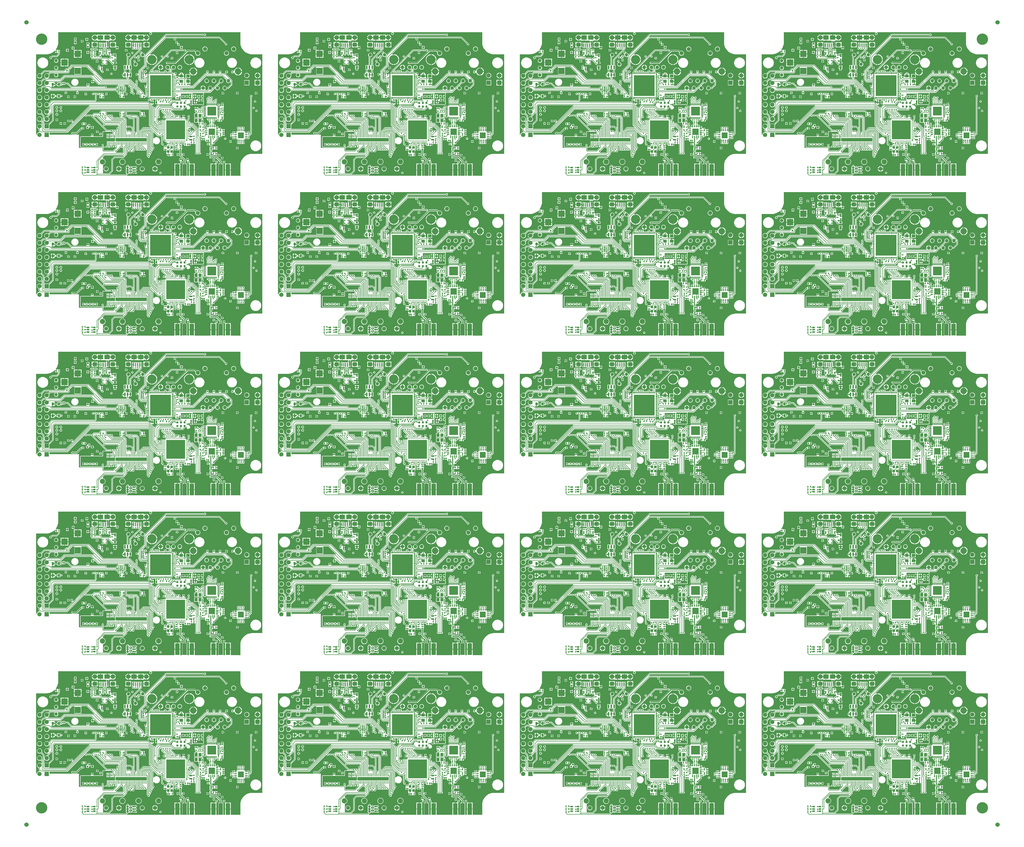
<source format=gtl>
G04 Layer_Physical_Order=1*
G04 Layer_Color=255*
%FSLAX24Y24*%
%MOIN*%
G70*
G01*
G75*
%ADD10C,0.0600*%
%ADD11R,0.0236X0.0157*%
%ADD12R,0.0850X0.0850*%
%ADD13O,0.0394X0.0138*%
%ADD14O,0.0138X0.0394*%
%ADD15R,0.1240X0.1240*%
%ADD16O,0.0394X0.0110*%
%ADD17O,0.0110X0.0394*%
%ADD18R,0.0827X0.0827*%
%ADD19O,0.0394X0.0118*%
%ADD20O,0.0118X0.0394*%
%ADD21O,0.0110X0.0295*%
%ADD22O,0.0295X0.0110*%
%ADD23R,0.2874X0.2874*%
%ADD24C,0.0310*%
%ADD25C,0.0118*%
%ADD26R,0.0157X0.0532*%
%ADD27R,0.0335X0.0217*%
%ADD28R,0.0295X0.0118*%
%ADD29R,0.0079X0.0449*%
%ADD30R,0.0598X0.1598*%
%ADD31R,0.0512X0.0413*%
%ADD32R,0.0157X0.0236*%
%ADD33R,0.0394X0.0472*%
%ADD34R,0.0335X0.0374*%
%ADD35R,0.0394X0.0197*%
%ADD36R,0.0256X0.0413*%
%ADD37R,0.0244X0.0480*%
%ADD38R,0.0630X0.0551*%
%ADD39R,0.0748X0.0630*%
%ADD40R,0.0197X0.0354*%
%ADD41R,0.0354X0.0197*%
%ADD42R,0.2598X0.2598*%
%ADD43O,0.0236X0.0098*%
%ADD44O,0.0098X0.0236*%
%ADD45C,0.0080*%
%ADD46C,0.0120*%
%ADD47C,0.0150*%
%ADD48C,0.0140*%
%ADD49C,0.0100*%
%ADD50C,0.1575*%
%ADD51C,0.0197*%
%ADD52C,0.0453*%
%ADD53C,0.0591*%
%ADD54R,0.0591X0.0591*%
%ADD55C,0.1280*%
%ADD56C,0.0512*%
%ADD57C,0.0630*%
%ADD58C,0.0496*%
%ADD59C,0.0563*%
%ADD60C,0.0886*%
%ADD61R,0.0866X0.0866*%
%ADD62C,0.0728*%
%ADD63C,0.0551*%
%ADD64R,0.0591X0.0591*%
%ADD65C,0.0180*%
%ADD66C,0.0240*%
%ADD67C,0.0200*%
%ADD68C,0.0220*%
G36*
X24446Y20538D02*
X24440Y20534D01*
X24407Y20484D01*
X24395Y20426D01*
X24407Y20367D01*
X24440Y20317D01*
X24490Y20284D01*
X24548Y20273D01*
X24607Y20284D01*
X24644Y20309D01*
X24661Y20313D01*
X24709Y20287D01*
X24710Y20281D01*
X24732Y20248D01*
X24978Y20002D01*
X25011Y19980D01*
X25050Y19972D01*
X25458D01*
X25493Y19937D01*
Y18841D01*
X25447Y18821D01*
X25272Y18996D01*
X25239Y19018D01*
X25200Y19026D01*
X24862D01*
X24858Y19032D01*
X24809Y19065D01*
X24750Y19077D01*
X24691Y19065D01*
X24644Y19034D01*
X24630Y19037D01*
X24594Y19051D01*
Y19931D01*
X24587Y19970D01*
X24565Y20004D01*
X24372Y20196D01*
X24339Y20218D01*
X24315Y20223D01*
X24286Y20256D01*
X24278Y20274D01*
X24091D01*
Y20354D01*
X24277D01*
X24270Y20388D01*
X24228Y20451D01*
X24221Y20456D01*
X24236Y20506D01*
X24306D01*
Y20684D01*
X24127D01*
Y20764D01*
X24306D01*
Y20942D01*
X24344Y20972D01*
X24446D01*
Y20538D01*
D02*
G37*
G36*
X25335Y18644D02*
Y18248D01*
X25289Y18229D01*
X25172Y18346D01*
X25139Y18368D01*
X25100Y18376D01*
X24862D01*
X24858Y18382D01*
X24809Y18415D01*
X24750Y18427D01*
X24691Y18415D01*
X24644Y18384D01*
X24630Y18387D01*
X24594Y18401D01*
Y18797D01*
X24630Y18811D01*
X24644Y18814D01*
X24691Y18783D01*
X24750Y18771D01*
X24809Y18783D01*
X24858Y18816D01*
X24862Y18822D01*
X25158D01*
X25335Y18644D01*
D02*
G37*
G36*
X18808Y20417D02*
X18809Y20415D01*
X18842Y20366D01*
X18891Y20333D01*
X18950Y20321D01*
X19009Y20333D01*
X19058Y20366D01*
X19062Y20372D01*
X19708D01*
X19878Y20202D01*
X21741Y18339D01*
X21720Y18289D01*
X21350D01*
X21304Y18270D01*
X21285Y18224D01*
Y17589D01*
X20005D01*
X19991Y17628D01*
X19988Y17639D01*
X20029Y17700D01*
X20036Y17734D01*
X19664D01*
X19671Y17700D01*
X19712Y17639D01*
X19709Y17628D01*
X19695Y17589D01*
X18250D01*
X18204Y17570D01*
X18185Y17524D01*
Y16124D01*
X18204Y16078D01*
X18250Y16059D01*
X19350Y16059D01*
X21198Y16059D01*
Y15974D01*
X18000D01*
Y17824D01*
X17120D01*
X17115Y17874D01*
X17132Y17877D01*
X17159Y17883D01*
X17187Y17902D01*
X17700D01*
X17747Y17911D01*
X17787Y17937D01*
X18325Y18476D01*
X18359Y18483D01*
X18408Y18516D01*
X18415Y18526D01*
X18476Y18545D01*
X18510Y18538D01*
Y18724D01*
Y18910D01*
X18476Y18903D01*
X18413Y18861D01*
X18371Y18798D01*
X18315Y18774D01*
X18300Y18777D01*
X18241Y18765D01*
X18192Y18732D01*
X18159Y18683D01*
X18152Y18649D01*
X17649Y18146D01*
X17187D01*
X17159Y18165D01*
X17100Y18177D01*
X17041Y18165D01*
X16992Y18132D01*
X16959Y18082D01*
X16947Y18024D01*
X16959Y17965D01*
X16992Y17916D01*
X17041Y17883D01*
X17068Y17877D01*
X17085Y17874D01*
X17080Y17824D01*
X13945D01*
Y18072D01*
X16350D01*
X16389Y18080D01*
X16422Y18102D01*
X18754Y20434D01*
X18808Y20417D01*
D02*
G37*
G36*
X14298Y20807D02*
Y19866D01*
X13761Y19329D01*
X13202D01*
Y19762D01*
X13252Y19779D01*
X13297Y19721D01*
X13371Y19664D01*
X13457Y19628D01*
X13550Y19616D01*
X13643Y19628D01*
X13729Y19664D01*
X13803Y19721D01*
X13860Y19795D01*
X13896Y19881D01*
X13908Y19974D01*
X13896Y20067D01*
X13860Y20153D01*
X13803Y20227D01*
X13755Y20264D01*
X13747Y20327D01*
X14248Y20828D01*
X14298Y20807D01*
D02*
G37*
G36*
X35268Y20375D02*
X35290Y20342D01*
X35287Y20324D01*
X35299Y20262D01*
X35335Y20209D01*
X35388Y20173D01*
X35450Y20161D01*
X35512Y20173D01*
X35565Y20209D01*
X35601Y20262D01*
X35613Y20324D01*
X35612Y20329D01*
X35636Y20355D01*
X35684Y20344D01*
X35699Y20304D01*
X35692Y20271D01*
Y19987D01*
X35701Y19942D01*
X35726Y19904D01*
X35765Y19879D01*
X35800Y19872D01*
X35825Y19855D01*
X35844Y19835D01*
X35843Y19830D01*
X35856Y19768D01*
X35891Y19715D01*
X35944Y19680D01*
X36006Y19667D01*
X36034Y19673D01*
X36084Y19634D01*
Y19346D01*
X36125D01*
X36129Y19327D01*
X36146Y19301D01*
X36146Y19280D01*
X36145Y19277D01*
X36086Y19256D01*
X36082Y19259D01*
X36056Y19264D01*
Y18972D01*
X35976D01*
Y19264D01*
X35950Y19259D01*
X35894Y19222D01*
X35857Y19166D01*
X35845Y19106D01*
X35836Y19095D01*
X35794Y19069D01*
X35790Y19070D01*
Y18874D01*
X35750D01*
Y18834D01*
X35554D01*
X35562Y18796D01*
X35570Y18783D01*
X35546Y18739D01*
X35524D01*
X35474Y18729D01*
X35445Y18710D01*
X35427D01*
X35378Y18712D01*
X35378Y18760D01*
Y18885D01*
X35572Y19079D01*
X35594Y19112D01*
X35602Y19151D01*
Y19212D01*
X35608Y19216D01*
X35641Y19265D01*
X35653Y19324D01*
X35641Y19382D01*
X35608Y19432D01*
X35559Y19465D01*
X35500Y19477D01*
X35441Y19465D01*
X35392Y19432D01*
X35359Y19382D01*
X35347Y19324D01*
X35359Y19265D01*
X35392Y19216D01*
X35374Y19169D01*
X35303Y19098D01*
X35256Y19122D01*
Y19284D01*
X35077D01*
Y19364D01*
X35256D01*
Y19542D01*
X35049D01*
X35037Y19577D01*
X35063Y19601D01*
Y19801D01*
X35103D01*
Y19841D01*
X35289D01*
X35282Y19875D01*
X35240Y19938D01*
X35177Y19980D01*
X35157Y19984D01*
X35143Y20032D01*
X35172Y20061D01*
X35194Y20094D01*
X35202Y20133D01*
Y20360D01*
X35252Y20386D01*
X35268Y20375D01*
D02*
G37*
G36*
X20120Y20344D02*
X20169Y20311D01*
X20228Y20299D01*
X20286Y20311D01*
X20336Y20344D01*
X20384Y20326D01*
X20425Y20299D01*
X20432Y20297D01*
X21378Y19352D01*
X21392Y19342D01*
X21397Y19288D01*
X21396Y19285D01*
X21392Y19282D01*
X21359Y19232D01*
X21347Y19174D01*
X21359Y19115D01*
X21392Y19066D01*
X21441Y19033D01*
X21500Y19021D01*
X21559Y19033D01*
X21608Y19066D01*
X21612Y19072D01*
X23358D01*
X23446Y18984D01*
Y18896D01*
X23396Y18868D01*
X23350Y18877D01*
X23291Y18865D01*
X23242Y18832D01*
X23209Y18783D01*
X23197Y18724D01*
X23209Y18665D01*
X23242Y18616D01*
X23288Y18585D01*
Y18520D01*
X23238Y18495D01*
X23209Y18515D01*
X23150Y18527D01*
X23091Y18515D01*
X23042Y18482D01*
X23030Y18464D01*
X22970D01*
X22958Y18482D01*
X22909Y18515D01*
X22850Y18527D01*
X22791Y18515D01*
X22742Y18482D01*
X22730Y18464D01*
X22670D01*
X22658Y18482D01*
X22609Y18515D01*
X22550Y18527D01*
X22491Y18515D01*
X22442Y18482D01*
X22438Y18476D01*
X21892D01*
X20060Y20308D01*
X20064Y20337D01*
X20116Y20349D01*
X20120Y20344D01*
D02*
G37*
G36*
X34148Y18432D02*
Y18304D01*
X34098Y18299D01*
X34091Y18333D01*
X34058Y18382D01*
X34009Y18415D01*
X33950Y18427D01*
X33891Y18415D01*
X33842Y18382D01*
X33830Y18364D01*
X33770D01*
X33758Y18382D01*
X33709Y18415D01*
X33650Y18427D01*
X33591Y18415D01*
X33542Y18382D01*
X33530Y18364D01*
X33470D01*
X33458Y18382D01*
X33409Y18415D01*
X33350Y18427D01*
X33291Y18415D01*
X33242Y18382D01*
X33209Y18333D01*
X33198Y18279D01*
X33132D01*
X33106Y18329D01*
X33107Y18331D01*
X33116Y18374D01*
X33107Y18416D01*
X33083Y18452D01*
Y18492D01*
X33090Y18502D01*
X33122Y18524D01*
X33154Y18515D01*
X33198Y18486D01*
X33236Y18478D01*
Y18674D01*
X33276D01*
Y18714D01*
X33472D01*
X33464Y18752D01*
X33424Y18812D01*
X33437Y18862D01*
X33718D01*
X34148Y18432D01*
D02*
G37*
G36*
X28928Y17602D02*
X28961Y17580D01*
X29000Y17572D01*
X29308D01*
X29398Y17482D01*
Y16574D01*
X29406Y16535D01*
X29428Y16502D01*
X29449Y16481D01*
X29447Y16474D01*
X29459Y16415D01*
X29492Y16366D01*
X29541Y16333D01*
X29600Y16321D01*
X29659Y16333D01*
X29708Y16366D01*
X29741Y16415D01*
X29753Y16474D01*
X29741Y16532D01*
X29708Y16582D01*
X29659Y16615D01*
X29602Y16627D01*
Y17524D01*
X29594Y17563D01*
X29572Y17596D01*
X29540Y17628D01*
X29557Y17682D01*
X29559Y17683D01*
X29608Y17716D01*
X29638Y17760D01*
X29658Y17762D01*
X29690Y17755D01*
X29693Y17740D01*
X29707Y17719D01*
X29713Y17685D01*
X29707Y17651D01*
X29693Y17629D01*
X29684Y17586D01*
X29693Y17544D01*
X29707Y17522D01*
X29713Y17488D01*
X29707Y17454D01*
X29693Y17432D01*
X29684Y17389D01*
X29693Y17347D01*
X29707Y17325D01*
X29713Y17291D01*
X29707Y17257D01*
X29693Y17235D01*
X29684Y17192D01*
X29693Y17150D01*
X29717Y17114D01*
X29753Y17090D01*
X29750Y17039D01*
X29747Y17024D01*
X29759Y16965D01*
X29792Y16916D01*
X29841Y16883D01*
X29900Y16871D01*
X29959Y16883D01*
X29959Y16883D01*
X29985Y16875D01*
X30011Y16858D01*
X30018Y16825D01*
X30042Y16789D01*
X30078Y16765D01*
X30120Y16756D01*
X30163Y16765D01*
X30185Y16779D01*
X30187Y16780D01*
X30197Y16771D01*
X30206Y16716D01*
X30162Y16650D01*
X30154Y16612D01*
X30350D01*
Y16532D01*
X30154D01*
X30162Y16494D01*
X30206Y16428D01*
X30272Y16384D01*
X30286Y16354D01*
X30255Y16304D01*
X30146D01*
Y16304D01*
X30128Y16288D01*
X29772D01*
Y16010D01*
X29740Y15974D01*
X29732D01*
Y15835D01*
X29950D01*
Y15795D01*
X29990D01*
Y15616D01*
X30106D01*
Y15527D01*
X30374D01*
Y15447D01*
X30106D01*
Y15200D01*
X30188D01*
X30205Y15150D01*
X30171Y15098D01*
X30164Y15064D01*
X30350D01*
Y15024D01*
X30390D01*
Y14807D01*
X30394Y14804D01*
Y14804D01*
X30533D01*
Y15022D01*
X30613D01*
Y14804D01*
X30752D01*
Y14812D01*
X30788Y14844D01*
X31066D01*
Y15195D01*
X31066Y15200D01*
X31066D01*
X31054Y15240D01*
X31054Y15240D01*
Y15570D01*
X31166Y15682D01*
X31188Y15715D01*
X31196Y15754D01*
Y16266D01*
X31290Y16361D01*
X31336Y16342D01*
Y16231D01*
X31296D01*
Y16112D01*
X31544D01*
Y16032D01*
X31296D01*
Y15913D01*
Y15856D01*
X31544D01*
X31812D01*
X31838Y15880D01*
X31848Y15878D01*
Y15697D01*
X31943D01*
Y14900D01*
X31953Y14849D01*
X31982Y14806D01*
X32517Y14270D01*
Y13783D01*
X32291D01*
Y12111D01*
X32049D01*
Y12884D01*
X31650D01*
X31251D01*
Y12111D01*
X24646D01*
X24627Y12157D01*
X24777Y12307D01*
X24797Y12311D01*
X24837Y12337D01*
X24863Y12377D01*
X24872Y12424D01*
Y12441D01*
X24967D01*
Y12441D01*
X25017Y12453D01*
X25042Y12416D01*
X25091Y12383D01*
X25150Y12371D01*
X25209Y12383D01*
X25258Y12416D01*
X25291Y12465D01*
X25303Y12524D01*
X25291Y12582D01*
X25258Y12632D01*
X25209Y12665D01*
X25150Y12677D01*
X25091Y12665D01*
X25042Y12632D01*
X25017Y12595D01*
X24967Y12610D01*
Y12838D01*
X25017Y12853D01*
X25042Y12816D01*
X25091Y12783D01*
X25150Y12771D01*
X25209Y12783D01*
X25258Y12816D01*
X25291Y12865D01*
X25303Y12924D01*
X25291Y12982D01*
X25258Y13032D01*
X25209Y13065D01*
X25150Y13077D01*
X25091Y13065D01*
X25042Y13032D01*
X25017Y12995D01*
X24967Y13010D01*
Y13238D01*
X25017Y13253D01*
X25042Y13216D01*
X25091Y13183D01*
X25150Y13171D01*
X25209Y13183D01*
X25258Y13216D01*
X25291Y13265D01*
X25303Y13324D01*
X25291Y13383D01*
X25258Y13432D01*
X25209Y13465D01*
X25150Y13477D01*
X25091Y13465D01*
X25042Y13432D01*
X25017Y13395D01*
X24967Y13407D01*
D01*
X24925Y13426D01*
X24900Y13457D01*
X24903Y13474D01*
X24891Y13533D01*
X24858Y13582D01*
X24809Y13615D01*
X24750Y13627D01*
X24691Y13615D01*
X24642Y13582D01*
X24609Y13533D01*
X24597Y13474D01*
X24600Y13457D01*
X24559Y13407D01*
X24512D01*
Y13071D01*
Y12756D01*
Y12441D01*
X24557D01*
X24576Y12395D01*
X24458Y12276D01*
X22267D01*
X22246Y12326D01*
X22672Y12752D01*
X22694Y12785D01*
X22702Y12824D01*
Y14332D01*
X22942Y14572D01*
X24100D01*
X24139Y14580D01*
X24172Y14602D01*
X24632Y15062D01*
X24654Y15095D01*
X24662Y15134D01*
Y15347D01*
X24712Y15379D01*
X24750Y15371D01*
X24809Y15383D01*
X24858Y15416D01*
X24891Y15465D01*
X24903Y15524D01*
X24893Y15573D01*
X24895Y15588D01*
X24923Y15626D01*
X24948Y15631D01*
X24998Y15604D01*
Y15574D01*
X25003Y15551D01*
X24997Y15524D01*
X25009Y15465D01*
X25042Y15416D01*
X25091Y15383D01*
X25150Y15371D01*
X25209Y15383D01*
X25258Y15416D01*
X25291Y15465D01*
X25300Y15507D01*
X25350D01*
X25359Y15465D01*
X25392Y15416D01*
X25441Y15383D01*
X25500Y15371D01*
X25559Y15383D01*
X25608Y15416D01*
X25641Y15465D01*
X25653Y15524D01*
X25651Y15531D01*
X25667Y15547D01*
X25689Y15580D01*
X25697Y15619D01*
Y16320D01*
X25808D01*
Y15828D01*
X25797Y15774D01*
X25809Y15715D01*
X25842Y15666D01*
X25891Y15633D01*
X25950Y15621D01*
X26009Y15633D01*
X26058Y15666D01*
X26092D01*
X26141Y15633D01*
X26200Y15621D01*
X26259Y15633D01*
X26308Y15666D01*
X26342D01*
X26391Y15633D01*
X26450Y15621D01*
X26509Y15633D01*
X26558Y15666D01*
X26592D01*
X26641Y15633D01*
X26700Y15621D01*
X26759Y15633D01*
X26808Y15666D01*
X26842D01*
X26891Y15633D01*
X26950Y15621D01*
X27009Y15633D01*
X27058Y15666D01*
X27092D01*
X27141Y15633D01*
X27200Y15621D01*
X27259Y15633D01*
X27308Y15666D01*
X27341Y15715D01*
X27348Y15749D01*
X27398Y15744D01*
Y14924D01*
X27406Y14885D01*
X27428Y14852D01*
X27499Y14781D01*
X27497Y14774D01*
X27509Y14715D01*
X27542Y14666D01*
X27591Y14633D01*
X27650Y14621D01*
X27709Y14633D01*
X27758Y14666D01*
X27791Y14715D01*
X27803Y14774D01*
X27791Y14833D01*
X27789Y14836D01*
X27802Y14869D01*
X27815Y14887D01*
X27858Y14916D01*
X27891Y14965D01*
X27903Y15024D01*
X27893Y15073D01*
X27895Y15088D01*
X27923Y15126D01*
X27959Y15133D01*
X28008Y15166D01*
X28041Y15215D01*
X28053Y15274D01*
X28041Y15332D01*
X28039Y15336D01*
X28052Y15369D01*
X28065Y15387D01*
X28108Y15416D01*
X28141Y15465D01*
X28153Y15524D01*
X28143Y15573D01*
X28145Y15588D01*
X28173Y15626D01*
X28209Y15633D01*
X28258Y15666D01*
X28291Y15715D01*
X28303Y15774D01*
X28293Y15823D01*
X28295Y15838D01*
X28323Y15876D01*
X28359Y15883D01*
X28408Y15916D01*
X28441Y15965D01*
X28453Y16024D01*
X28441Y16083D01*
X28408Y16132D01*
X28359Y16165D01*
X28302Y16177D01*
Y16658D01*
X28352Y16675D01*
X28389Y16627D01*
X28492Y16548D01*
X28612Y16498D01*
X28741Y16481D01*
X28869Y16498D01*
X28989Y16548D01*
X29092Y16627D01*
X29171Y16730D01*
X29221Y16850D01*
X29238Y16978D01*
X29221Y17107D01*
X29171Y17227D01*
X29092Y17330D01*
X28989Y17409D01*
X28869Y17459D01*
X28741Y17476D01*
X28612Y17459D01*
X28492Y17409D01*
X28389Y17330D01*
X28352Y17282D01*
X28302Y17299D01*
Y18157D01*
X28352Y18178D01*
X28928Y17602D01*
D02*
G37*
G36*
X22958Y16056D02*
X22992Y16063D01*
X23055Y16105D01*
X23081Y16144D01*
X23131Y16128D01*
Y16049D01*
X22708Y15626D01*
X21442D01*
X21402Y15666D01*
Y16059D01*
X21731D01*
X21740Y16063D01*
X21750Y16062D01*
X21762Y16072D01*
X21777Y16078D01*
X21826Y16045D01*
X21860Y16038D01*
Y16224D01*
X21940D01*
Y16038D01*
X21974Y16045D01*
X22031Y16083D01*
X22042Y16066D01*
X22091Y16033D01*
X22150Y16021D01*
X22209Y16033D01*
X22258Y16066D01*
X22269Y16083D01*
X22326Y16045D01*
X22360Y16038D01*
Y16224D01*
X22440D01*
Y16038D01*
X22474Y16045D01*
X22503Y16065D01*
X22529Y16048D01*
X22563Y16041D01*
Y16227D01*
X22643D01*
Y16041D01*
X22677Y16048D01*
X22733Y16086D01*
X22781Y16105D01*
X22844Y16063D01*
X22878Y16056D01*
Y16242D01*
X22958D01*
Y16056D01*
D02*
G37*
G36*
X23858Y16067D02*
X23859Y16065D01*
X23892Y16016D01*
X23941Y15983D01*
X24000Y15971D01*
X24059Y15983D01*
X24068Y15989D01*
X24118Y15962D01*
Y15436D01*
X24008Y15326D01*
X23130D01*
X23125Y15376D01*
X23159Y15383D01*
X23208Y15416D01*
X23241Y15465D01*
X23253Y15524D01*
X23251Y15531D01*
X23804Y16084D01*
X23858Y16067D01*
D02*
G37*
G36*
X25965Y20049D02*
Y18186D01*
X25915Y18171D01*
X25908Y18182D01*
X25859Y18215D01*
X25800Y18227D01*
X25747Y18216D01*
X25732Y18220D01*
X25697Y18238D01*
Y19979D01*
X25689Y20018D01*
X25667Y20051D01*
X25642Y20076D01*
X25661Y20122D01*
X25893D01*
X25965Y20049D01*
D02*
G37*
G36*
X22550Y18221D02*
X22557Y18222D01*
X22658Y18122D01*
Y17928D01*
X22427D01*
Y17968D01*
X22328D01*
Y17644D01*
Y17319D01*
X22427D01*
Y17359D01*
X22778D01*
Y17319D01*
X22878D01*
Y17644D01*
X22958D01*
Y17319D01*
X23000D01*
Y16889D01*
X21873D01*
Y16617D01*
X21871Y16604D01*
Y16389D01*
X21848Y16367D01*
X21841Y16365D01*
X21792Y16332D01*
X21759Y16283D01*
X21747Y16224D01*
X21757Y16174D01*
X21731Y16124D01*
X21402D01*
Y16262D01*
X21408Y16266D01*
X21441Y16315D01*
X21453Y16374D01*
X21441Y16432D01*
X21408Y16482D01*
X21359Y16515D01*
X21300Y16527D01*
X21241Y16515D01*
X21192Y16482D01*
X21159Y16432D01*
X21147Y16374D01*
X21159Y16315D01*
X21192Y16266D01*
X21198Y16262D01*
Y16124D01*
X19350Y16124D01*
X18250Y16124D01*
Y17524D01*
X21350D01*
Y18224D01*
X22535D01*
X22550Y18221D01*
D02*
G37*
G36*
X27398Y16889D02*
X23215D01*
Y16929D01*
X23065D01*
Y17319D01*
X23092Y17359D01*
X27398D01*
Y16889D01*
D02*
G37*
G36*
X33650Y23401D02*
X33495D01*
Y23124D01*
Y22847D01*
X33650D01*
Y22774D01*
Y22724D01*
X32150Y22724D01*
Y23059D01*
X32153Y23074D01*
X32150Y23089D01*
X32150Y23524D01*
X33650D01*
Y23401D01*
D02*
G37*
G36*
X15865Y24776D02*
X15850D01*
X15807Y24785D01*
X15758Y24818D01*
X15726Y24866D01*
X15714Y24924D01*
X15726Y24982D01*
X15758Y25030D01*
X15807Y25063D01*
X15850Y25072D01*
X15865D01*
Y24776D01*
D02*
G37*
G36*
X15992Y25063D02*
X16041Y25030D01*
X16074Y24982D01*
X16085Y24924D01*
X16074Y24866D01*
X16041Y24818D01*
X15992Y24785D01*
X15949Y24776D01*
X15935D01*
Y25072D01*
X15949D01*
X15992Y25063D01*
D02*
G37*
G36*
X35250Y23364D02*
X35200Y23334D01*
X35170Y23340D01*
Y23124D01*
Y22907D01*
X35213Y22874D01*
X35170Y22841D01*
Y22624D01*
Y22408D01*
X35200Y22414D01*
X35250Y22384D01*
Y22024D01*
X33750D01*
Y23574D01*
X35250D01*
Y23364D01*
D02*
G37*
G36*
X32040Y22883D02*
X32085Y22847D01*
Y22724D01*
X32104Y22678D01*
X32113Y22674D01*
X32100Y22626D01*
X31050D01*
X31011Y22618D01*
X30978Y22596D01*
X30941Y22559D01*
X30895Y22584D01*
X30903Y22624D01*
X30891Y22682D01*
X30878Y22702D01*
Y22764D01*
X30885Y22774D01*
X30894Y22819D01*
Y22984D01*
X30910Y23014D01*
X30940Y23030D01*
X31105D01*
X31150Y23039D01*
X31192Y23016D01*
X31241Y22983D01*
X31300Y22971D01*
X31332Y22977D01*
X31382Y22943D01*
Y22768D01*
X31560D01*
Y22947D01*
X31640D01*
Y22768D01*
X31818D01*
Y22914D01*
X31845Y22928D01*
X31868Y22934D01*
X31926Y22895D01*
X31960Y22888D01*
Y23074D01*
X32040D01*
Y22883D01*
D02*
G37*
G36*
X23907Y24422D02*
X23897Y24374D01*
X23904Y24340D01*
X23872Y24290D01*
X23872D01*
Y24012D01*
X24228D01*
Y24290D01*
X24228D01*
X24196Y24340D01*
X24203Y24374D01*
X24195Y24414D01*
X24241Y24439D01*
X24348Y24332D01*
Y23966D01*
X24281Y23899D01*
X24228D01*
Y23936D01*
X23872D01*
Y23705D01*
X23822Y23667D01*
X23796Y23673D01*
X23778Y23669D01*
X23728Y23710D01*
Y23936D01*
X23372D01*
Y23936D01*
X23325Y23943D01*
X23222Y24046D01*
X23189Y24068D01*
X23164Y24073D01*
X23147Y24109D01*
X23146Y24126D01*
X23330Y24310D01*
X23372Y24281D01*
Y24012D01*
X23728D01*
Y24290D01*
X23728D01*
X23696Y24340D01*
X23703Y24374D01*
X23693Y24422D01*
X23720Y24472D01*
X23880D01*
X23907Y24422D01*
D02*
G37*
G36*
X20005Y25424D02*
X20001Y25414D01*
X19976Y25383D01*
X19940Y25390D01*
Y25214D01*
X20116D01*
X20109Y25250D01*
X20140Y25274D01*
X20150Y25279D01*
X20678Y24752D01*
X20711Y24730D01*
X20750Y24722D01*
X23425D01*
X23430Y24672D01*
X23411Y24668D01*
X23378Y24646D01*
X23008Y24276D01*
X21837D01*
X21827Y24290D01*
X21815Y24326D01*
X21841Y24365D01*
X21853Y24424D01*
X21841Y24483D01*
X21808Y24532D01*
X21759Y24565D01*
X21700Y24577D01*
X21641Y24565D01*
X21592Y24532D01*
X21588Y24526D01*
X19433D01*
X19416Y24576D01*
X19457Y24638D01*
X19466Y24684D01*
X19034D01*
X19043Y24638D01*
X19084Y24576D01*
X19067Y24526D01*
X16992D01*
X16522Y24996D01*
X16489Y25018D01*
X16450Y25026D01*
X16122D01*
X16095Y25066D01*
X16084Y25074D01*
X16077Y25084D01*
X16028Y25117D01*
X16016Y25120D01*
X16005Y25127D01*
X15962Y25135D01*
X15955Y25134D01*
X15949Y25137D01*
X15935D01*
X15900Y25122D01*
X15865Y25137D01*
X15850D01*
X15844Y25134D01*
X15837Y25135D01*
X15794Y25127D01*
X15784Y25120D01*
X15771Y25117D01*
X15722Y25084D01*
X15715Y25074D01*
X15704Y25066D01*
X15704Y25066D01*
X15471D01*
X15459Y25063D01*
X15411Y25058D01*
X15411Y25058D01*
X15411Y25058D01*
X15035D01*
Y24956D01*
X15000Y24927D01*
X14941Y24915D01*
X14892Y24882D01*
X14859Y24832D01*
X14847Y24774D01*
X14859Y24715D01*
X14892Y24666D01*
X14941Y24633D01*
X15000Y24621D01*
X15035Y24592D01*
Y24524D01*
X15411D01*
Y24629D01*
X15461Y24653D01*
X15491Y24633D01*
X15550Y24621D01*
X15609Y24633D01*
X15658Y24666D01*
X15691Y24715D01*
X15693Y24724D01*
X15748Y24746D01*
X15771Y24731D01*
X15784Y24728D01*
X15794Y24721D01*
X15837Y24713D01*
X15844Y24714D01*
X15850Y24711D01*
X15865D01*
X15900Y24726D01*
X15935Y24711D01*
X15949D01*
X15955Y24714D01*
X15962Y24713D01*
X16005Y24721D01*
X16016Y24728D01*
X16028Y24731D01*
X16077Y24764D01*
X16084Y24774D01*
X16095Y24781D01*
X16122Y24822D01*
X16408D01*
X16878Y24352D01*
X16911Y24330D01*
X16930Y24326D01*
X16925Y24276D01*
X14292D01*
X14123Y24445D01*
X14155Y24484D01*
X14337D01*
Y24791D01*
X14417D01*
Y24484D01*
X14605D01*
Y24581D01*
X14674Y24595D01*
X14737Y24637D01*
X14779Y24700D01*
X14786Y24734D01*
X14600D01*
Y24814D01*
X14786D01*
X14779Y24848D01*
X14737Y24911D01*
X14674Y24953D01*
X14605Y24967D01*
X14605Y25098D01*
X14645Y25122D01*
X15450D01*
X15489Y25130D01*
X15522Y25152D01*
X16092Y25722D01*
X19708D01*
X20005Y25424D01*
D02*
G37*
G36*
X29367Y21344D02*
X29359Y21332D01*
X29347Y21274D01*
X29359Y21215D01*
X29392Y21166D01*
X29398Y21162D01*
Y21074D01*
X29406Y21035D01*
X29428Y21002D01*
X30003Y20427D01*
X30000Y20407D01*
X29947Y20396D01*
X29937Y20411D01*
X29874Y20453D01*
X29840Y20460D01*
Y20274D01*
Y20088D01*
X29874Y20095D01*
X29937Y20137D01*
X29969Y20184D01*
X30019Y20169D01*
Y20120D01*
X30018Y20119D01*
X30009Y20076D01*
Y19939D01*
X30013Y19921D01*
X30001Y19871D01*
X29951Y19859D01*
X29933Y19863D01*
X29796D01*
X29753Y19854D01*
X29752Y19853D01*
X29478D01*
X29439Y19846D01*
X29405Y19824D01*
X29357Y19775D01*
X29350Y19777D01*
X29291Y19765D01*
X29242Y19732D01*
X29230Y19714D01*
X29170D01*
X29158Y19732D01*
X29109Y19765D01*
X29050Y19777D01*
X28991Y19765D01*
X28952Y19739D01*
X28916Y19751D01*
X28902Y19761D01*
Y20137D01*
X28916Y20147D01*
X28952Y20159D01*
X28991Y20133D01*
X29050Y20121D01*
X29109Y20133D01*
X29158Y20166D01*
X29191Y20215D01*
X29203Y20274D01*
X29191Y20333D01*
X29158Y20382D01*
X29152Y20386D01*
Y21200D01*
X29328Y21376D01*
X29367Y21344D01*
D02*
G37*
G36*
X23671Y20902D02*
X23634D01*
Y20546D01*
X23641D01*
X23668Y20496D01*
X23659Y20482D01*
X23647Y20424D01*
X23659Y20365D01*
X23692Y20316D01*
X23741Y20283D01*
X23775Y20276D01*
X23770Y20226D01*
X22875D01*
X22668Y20433D01*
X22669Y20440D01*
X22657Y20499D01*
X22624Y20548D01*
X22575Y20581D01*
X22516Y20593D01*
X22458Y20581D01*
X22419Y20556D01*
X22368Y20542D01*
X22319Y20575D01*
X22260Y20587D01*
X22202Y20575D01*
X22164Y20550D01*
X22139Y20544D01*
X22096Y20548D01*
X22063Y20570D01*
X22004Y20581D01*
X21946Y20570D01*
X21909Y20545D01*
X21894Y20542D01*
X21850Y20569D01*
Y20972D01*
X23671D01*
Y20902D01*
D02*
G37*
G36*
X19480Y21872D02*
X19461Y21868D01*
X19428Y21846D01*
X17230Y19648D01*
X17183Y19672D01*
X17186Y19684D01*
X17040D01*
Y19538D01*
X17052Y19541D01*
X17076Y19494D01*
X16208Y18626D01*
X13905D01*
Y19185D01*
X14472Y19752D01*
X14494Y19785D01*
X14502Y19824D01*
Y21782D01*
X14642Y21922D01*
X19475D01*
X19480Y21872D01*
D02*
G37*
G36*
X31113Y22377D02*
X31116Y22372D01*
X31114Y22364D01*
X31300D01*
Y22284D01*
X31114D01*
X31121Y22250D01*
X31111Y22226D01*
X31051Y22214D01*
X30966Y22158D01*
X30910Y22073D01*
X30890Y21974D01*
X30910Y21874D01*
X30908Y21864D01*
X30882Y21826D01*
X29117D01*
X29095Y21870D01*
X29094Y21874D01*
X29142Y21922D01*
X30550D01*
X30589Y21930D01*
X30622Y21952D01*
X31070Y22400D01*
X31113Y22377D01*
D02*
G37*
G36*
X20127Y26103D02*
X20095Y26064D01*
X20089Y26068D01*
X20050Y26076D01*
X15950D01*
X15911Y26068D01*
X15878Y26046D01*
X15408Y25576D01*
X13632D01*
X13628Y25626D01*
X13643Y25628D01*
X13729Y25664D01*
X13803Y25721D01*
X13860Y25795D01*
X13896Y25881D01*
X13908Y25974D01*
X13896Y26067D01*
X13879Y26109D01*
X14092Y26322D01*
X14629D01*
X14641Y26272D01*
X14600Y26218D01*
X14571Y26149D01*
X14561Y26074D01*
X14571Y25999D01*
X14600Y25930D01*
X14646Y25870D01*
X14706Y25824D01*
X14775Y25795D01*
X14850Y25785D01*
X14925Y25795D01*
X14994Y25824D01*
X15054Y25870D01*
X15100Y25930D01*
X15129Y25999D01*
X15139Y26074D01*
X15129Y26149D01*
X15100Y26218D01*
X15059Y26272D01*
X15071Y26322D01*
X16500D01*
X16539Y26330D01*
X16572Y26352D01*
X16672Y26452D01*
X16694Y26485D01*
X16702Y26524D01*
Y26782D01*
X17092Y27172D01*
X17323D01*
X17357Y27136D01*
X17357Y27122D01*
Y26150D01*
X18343D01*
Y27122D01*
X18343Y27136D01*
X18377Y27172D01*
X19058D01*
X20127Y26103D01*
D02*
G37*
G36*
X27698Y21232D02*
Y19174D01*
X27706Y19135D01*
X27728Y19102D01*
X27936Y18894D01*
X27935Y18890D01*
X27913Y18846D01*
X26922D01*
X26883Y18838D01*
X26850Y18816D01*
X26373Y18339D01*
X26327Y18358D01*
Y20199D01*
X26319Y20238D01*
X26297Y20271D01*
X26056Y20512D01*
X26023Y20534D01*
X25984Y20542D01*
X25428D01*
X25424Y20548D01*
X25375Y20581D01*
X25316Y20593D01*
X25258Y20581D01*
X25219Y20556D01*
X25168Y20542D01*
X25119Y20575D01*
X25060Y20587D01*
X25002Y20575D01*
X24964Y20550D01*
X24939Y20544D01*
X24896Y20548D01*
X24863Y20570D01*
X24804Y20581D01*
X24746Y20570D01*
X24709Y20545D01*
X24694Y20542D01*
X24650Y20569D01*
Y20972D01*
X26358D01*
X26434Y20896D01*
Y20546D01*
X26439D01*
X26460Y20496D01*
X26454Y20487D01*
X26443Y20428D01*
X26454Y20370D01*
X26488Y20320D01*
X26537Y20287D01*
X26596Y20275D01*
X26654Y20287D01*
X26704Y20320D01*
X26737Y20370D01*
X26749Y20428D01*
X26743Y20458D01*
X26775Y20500D01*
X26826Y20500D01*
X26856Y20464D01*
X27236D01*
X27229Y20498D01*
X27187Y20561D01*
X27124Y20603D01*
X27106Y20607D01*
Y20684D01*
X26927D01*
Y20724D01*
X26887D01*
Y20942D01*
X26748D01*
Y20942D01*
X26706Y20916D01*
X26670Y20923D01*
X26667Y20940D01*
X26645Y20973D01*
X26472Y21146D01*
X26439Y21168D01*
X26400Y21176D01*
X21100D01*
X21061Y21168D01*
X21028Y21146D01*
X20901Y21019D01*
X20879Y20986D01*
X20871Y20947D01*
Y20902D01*
X20834D01*
Y20826D01*
X20100D01*
X20061Y20818D01*
X20028Y20796D01*
X19878Y20646D01*
X19856Y20613D01*
X19851Y20587D01*
X19819Y20567D01*
X19798Y20562D01*
X19789Y20568D01*
X19750Y20576D01*
X19062D01*
X19058Y20582D01*
X19009Y20615D01*
X19007Y20616D01*
X18990Y20670D01*
X19592Y21272D01*
X27658D01*
X27698Y21232D01*
D02*
G37*
G36*
X24155Y14878D02*
X24156Y14874D01*
X24058Y14776D01*
X22900D01*
X22861Y14768D01*
X22828Y14746D01*
X22528Y14446D01*
X22506Y14413D01*
X22498Y14374D01*
Y12866D01*
X22102Y12470D01*
X21350D01*
Y13637D01*
X21381Y13641D01*
X21484Y13684D01*
X21573Y13752D01*
X21641Y13840D01*
X21683Y13944D01*
X21698Y14054D01*
X21683Y14165D01*
X21641Y14268D01*
X21573Y14357D01*
X21484Y14425D01*
X21381Y14468D01*
X21350Y14472D01*
Y14730D01*
X21542Y14922D01*
X24133D01*
X24155Y14878D01*
D02*
G37*
G36*
X40358Y30616D02*
X40356D01*
X40371Y30399D01*
X40413Y30186D01*
X40483Y29980D01*
X40579Y29785D01*
X40700Y29604D01*
X40844Y29440D01*
X41007Y29297D01*
X41188Y29176D01*
X41383Y29080D01*
X41589Y29010D01*
X41803Y28967D01*
X42020Y28953D01*
Y28955D01*
X43409D01*
Y15162D01*
X42020D01*
Y15164D01*
X41803Y15149D01*
X41589Y15107D01*
X41383Y15037D01*
X41188Y14941D01*
X41007Y14820D01*
X40844Y14677D01*
X40700Y14513D01*
X40579Y14332D01*
X40483Y14137D01*
X40413Y13931D01*
X40371Y13717D01*
X40356Y13500D01*
X40358D01*
Y12111D01*
X39049D01*
Y12884D01*
X38650D01*
X38251D01*
Y12111D01*
X38009D01*
Y13783D01*
X37783D01*
Y14124D01*
X37772Y14175D01*
X37744Y14218D01*
X37171Y14791D01*
X37128Y14819D01*
X37077Y14829D01*
X36478D01*
Y14836D01*
X36122D01*
Y14558D01*
X36478D01*
Y14564D01*
X37022D01*
X37517Y14069D01*
Y13783D01*
X37291D01*
Y12111D01*
X37049D01*
Y12884D01*
X36650D01*
X36251D01*
Y12111D01*
X34049D01*
Y12884D01*
X33650D01*
X33251D01*
Y12111D01*
X33009D01*
Y13783D01*
X32783D01*
Y14325D01*
X32772Y14376D01*
X32744Y14419D01*
X32208Y14954D01*
Y15060D01*
X32258Y15065D01*
X32264Y15037D01*
X32271Y15000D01*
X32313Y14937D01*
X32376Y14895D01*
X32410Y14888D01*
Y15074D01*
Y15260D01*
X32376Y15253D01*
X32313Y15211D01*
X32271Y15148D01*
X32258Y15083D01*
X32208Y15088D01*
Y15697D01*
X32264D01*
Y15913D01*
X32304D01*
Y16032D01*
X32056D01*
Y16112D01*
X32304D01*
Y16231D01*
X32264D01*
Y16447D01*
X32216D01*
X32201Y16497D01*
X32215Y16507D01*
X32239Y16542D01*
X32261Y16528D01*
X32300Y16520D01*
X32326D01*
X32335Y16507D01*
X32388Y16471D01*
X32450Y16459D01*
X32512Y16471D01*
X32533Y16485D01*
X32540Y16484D01*
X32584Y16459D01*
Y16294D01*
X32862D01*
X32898Y16262D01*
Y16254D01*
X33037D01*
Y16472D01*
X33117D01*
Y16254D01*
X33210D01*
X33256Y16254D01*
Y16254D01*
X33260Y16255D01*
Y16472D01*
X33300D01*
Y16512D01*
X33501D01*
X33529Y16546D01*
X33712D01*
X33748Y16514D01*
Y16506D01*
X33887D01*
Y16724D01*
X33967D01*
Y16506D01*
X34106D01*
X34148Y16487D01*
Y15336D01*
X34142Y15332D01*
X34109Y15282D01*
X34097Y15224D01*
X34109Y15165D01*
X34142Y15116D01*
X34191Y15083D01*
X34250Y15071D01*
X34309Y15083D01*
X34358Y15116D01*
X34392D01*
X34441Y15083D01*
X34500Y15071D01*
X34559Y15083D01*
X34608Y15116D01*
X34642D01*
X34691Y15083D01*
X34750Y15071D01*
X34809Y15083D01*
X34858Y15116D01*
X34891Y15165D01*
X34903Y15224D01*
X34891Y15282D01*
X34858Y15332D01*
X34852Y15336D01*
Y17424D01*
X34844Y17463D01*
X34829Y17485D01*
X34839Y17522D01*
X34850Y17539D01*
X34885Y17546D01*
X34922Y17571D01*
X34972Y17549D01*
Y17462D01*
X34940Y17426D01*
X34932D01*
Y17287D01*
X35150D01*
Y17247D01*
X35190D01*
Y17068D01*
X35280D01*
X35295Y17058D01*
X35333Y17051D01*
Y17247D01*
X35413D01*
Y17051D01*
X35451Y17058D01*
X35457Y17062D01*
X35498Y17034D01*
X35496Y17024D01*
X35512Y16946D01*
X35556Y16880D01*
X35622Y16836D01*
X35660Y16828D01*
Y17024D01*
X35740D01*
Y16807D01*
X35744Y16806D01*
Y16806D01*
X35790Y16806D01*
X35883D01*
Y17024D01*
X35963D01*
Y16806D01*
X36102D01*
X36134Y16769D01*
Y16577D01*
X36084Y16572D01*
X36079Y16598D01*
X36037Y16661D01*
X35974Y16703D01*
X35940Y16710D01*
Y16524D01*
Y16338D01*
X35974Y16345D01*
X36037Y16387D01*
X36072Y16439D01*
X36122Y16429D01*
Y16212D01*
X36478D01*
Y16450D01*
X36487Y16491D01*
X36526Y16496D01*
X36766D01*
Y16654D01*
X37227Y17116D01*
X37227Y17116D01*
X37252Y17152D01*
X37260Y17195D01*
X37260Y17195D01*
Y17350D01*
X37310Y17388D01*
Y17574D01*
X37390D01*
Y17388D01*
X37424Y17395D01*
X37487Y17437D01*
X37529Y17500D01*
X37582Y17511D01*
X37615Y17504D01*
X37673Y17516D01*
X37723Y17549D01*
X37756Y17599D01*
X37761Y17625D01*
X37798Y17656D01*
X37815Y17656D01*
X37937D01*
Y17874D01*
X37977D01*
Y17914D01*
X38156D01*
Y18004D01*
X38166Y18019D01*
X38173Y18057D01*
X37977D01*
Y18137D01*
X38173D01*
X38166Y18175D01*
X38156Y18189D01*
Y18334D01*
X37977D01*
Y18374D01*
X37937D01*
Y18592D01*
X37798D01*
Y18592D01*
X37795Y18592D01*
X37753Y18624D01*
X37741Y18683D01*
X37708Y18732D01*
X37659Y18765D01*
X37600Y18777D01*
X37541Y18765D01*
X37492Y18732D01*
X37474Y18705D01*
X37416Y18703D01*
X37398Y18730D01*
X37342Y18767D01*
X37341Y18767D01*
X37344Y18782D01*
X37148D01*
Y18822D01*
X37108D01*
Y19018D01*
X37070Y19010D01*
X37006Y18968D01*
X36993Y18970D01*
X36956Y18985D01*
Y19100D01*
X36943Y19166D01*
X36906Y19222D01*
X36850Y19259D01*
X36824Y19264D01*
Y18972D01*
X36744D01*
Y19264D01*
X36718Y19259D01*
X36714Y19256D01*
X36655Y19277D01*
X36654Y19280D01*
X36654Y19301D01*
X36671Y19327D01*
X36675Y19346D01*
X36716D01*
Y19634D01*
X36766Y19673D01*
X36794Y19667D01*
X36856Y19680D01*
X36909Y19715D01*
X36944Y19768D01*
X36957Y19830D01*
X36956Y19835D01*
X36975Y19855D01*
X37000Y19872D01*
X37035Y19879D01*
X37074Y19904D01*
X37084Y19920D01*
X37134Y19905D01*
Y19646D01*
X37398D01*
X37412Y19646D01*
X37448Y19614D01*
Y19606D01*
X37587D01*
Y19824D01*
X37667D01*
Y19606D01*
X37806D01*
Y19789D01*
X37810Y19793D01*
Y20024D01*
X37850D01*
Y20064D01*
X38067D01*
X38068Y20068D01*
X38068D01*
X38068Y20114D01*
Y20207D01*
X37850D01*
Y20287D01*
X38068D01*
Y20426D01*
X38060D01*
X38028Y20462D01*
X38028Y20476D01*
Y20734D01*
X38065Y20759D01*
X38101Y20812D01*
X38113Y20874D01*
X38101Y20936D01*
X38065Y20989D01*
X38012Y21025D01*
X38005Y21026D01*
X37994Y21079D01*
X38014Y21093D01*
X38049Y21146D01*
X38062Y21208D01*
X38049Y21270D01*
X38024Y21308D01*
X38028Y21358D01*
X38028Y21358D01*
X38028Y21358D01*
Y21622D01*
X38028Y21636D01*
X38060Y21672D01*
X38068D01*
Y21811D01*
X37850D01*
X37632D01*
Y21744D01*
X37582Y21729D01*
X37570Y21748D01*
X37532Y21773D01*
X37487Y21782D01*
X37447D01*
Y21858D01*
X37458Y21866D01*
X37491Y21915D01*
X37503Y21974D01*
X37491Y22032D01*
X37458Y22082D01*
X37409Y22115D01*
X37350Y22127D01*
X37291Y22115D01*
X37242Y22082D01*
X37209Y22032D01*
X37197Y21974D01*
X37209Y21915D01*
X37242Y21866D01*
X37243Y21865D01*
Y21782D01*
X37203D01*
X37170Y21775D01*
X37120Y21794D01*
X37101Y21844D01*
X37108Y21877D01*
Y22161D01*
X37099Y22206D01*
X37093Y22215D01*
Y22555D01*
X37108Y22566D01*
X37141Y22615D01*
X37153Y22674D01*
X37141Y22733D01*
X37108Y22782D01*
X37059Y22815D01*
X37000Y22827D01*
X36941Y22815D01*
X36892Y22782D01*
X36859Y22733D01*
X36847Y22674D01*
X36835Y22662D01*
X36794Y22671D01*
X36735Y22659D01*
X36686Y22626D01*
X36652Y22576D01*
X36650Y22564D01*
X36597Y22524D01*
X36552Y22515D01*
X36502Y22543D01*
Y22862D01*
X36508Y22866D01*
X36541Y22915D01*
X36553Y22974D01*
X36541Y23033D01*
X36508Y23082D01*
X36459Y23115D01*
X36400Y23127D01*
X36341Y23115D01*
X36292Y23082D01*
X36259Y23033D01*
X36255Y23014D01*
X36203Y22974D01*
X36192Y22972D01*
X36157Y23007D01*
X36159Y23018D01*
X36148Y23076D01*
X36114Y23126D01*
X36065Y23159D01*
X36006Y23171D01*
X35948Y23159D01*
X35898Y23126D01*
X35865Y23076D01*
X35853Y23018D01*
X35865Y22959D01*
X35866Y22957D01*
X35836Y22912D01*
X35809Y22917D01*
X35751Y22906D01*
X35701Y22873D01*
X35668Y22823D01*
X35657Y22765D01*
X35668Y22706D01*
X35701Y22656D01*
X35707Y22652D01*
Y22215D01*
X35701Y22206D01*
X35692Y22161D01*
Y21877D01*
X35699Y21844D01*
X35680Y21794D01*
X35630Y21775D01*
X35597Y21782D01*
X35313D01*
X35268Y21773D01*
X35264Y21774D01*
X35258Y21782D01*
X35209Y21815D01*
X35150Y21827D01*
X35091Y21815D01*
X35042Y21782D01*
X35009Y21732D01*
X34997Y21674D01*
X35008Y21620D01*
X35006Y21607D01*
X34986Y21570D01*
X34944D01*
X34905Y21562D01*
X34872Y21540D01*
X34738Y21406D01*
X34684Y21423D01*
X34679Y21448D01*
X34637Y21511D01*
X34574Y21553D01*
X34500Y21568D01*
X34468Y21594D01*
Y21630D01*
X34290D01*
Y21451D01*
X34250D01*
Y21411D01*
X34032D01*
Y21272D01*
X34040D01*
X34072Y21236D01*
Y20958D01*
X34148D01*
Y20755D01*
X33987D01*
Y20162D01*
X34909D01*
X34929Y20116D01*
X34904Y20086D01*
X33987D01*
Y19493D01*
X34584D01*
Y19146D01*
X34641D01*
X34668Y19096D01*
X34659Y19082D01*
X34648Y19029D01*
X34622Y18990D01*
X34622Y18990D01*
X34622Y18990D01*
Y18713D01*
X34586Y18678D01*
X33834Y19430D01*
X33801Y19452D01*
X33762Y19460D01*
X33420D01*
X33397Y19504D01*
X33401Y19510D01*
X33413Y19572D01*
X33401Y19634D01*
X33365Y19687D01*
X33312Y19723D01*
X33250Y19735D01*
X33188Y19723D01*
X33161Y19705D01*
X33120Y19730D01*
X33116Y19778D01*
X33272Y19934D01*
X33294Y19967D01*
X33302Y20006D01*
Y20262D01*
X33308Y20266D01*
X33341Y20315D01*
X33353Y20374D01*
X33341Y20433D01*
X33308Y20482D01*
X33259Y20515D01*
X33200Y20527D01*
X33141Y20515D01*
X33092Y20482D01*
X33059Y20433D01*
X33047Y20374D01*
X33059Y20315D01*
X33092Y20266D01*
X33098Y20262D01*
Y20048D01*
X32912Y19863D01*
X32867D01*
X32864Y19862D01*
X32825Y19906D01*
X32832Y19939D01*
Y19967D01*
X32680D01*
Y20047D01*
X32832D01*
Y20076D01*
X32820Y20135D01*
X32787Y20184D01*
X32738Y20217D01*
X32690Y20226D01*
X32670Y20257D01*
X32663Y20276D01*
X32679Y20300D01*
X32686Y20334D01*
X32314D01*
X32321Y20300D01*
X32363Y20237D01*
X32364Y20237D01*
X32376Y20177D01*
X32373Y20171D01*
X32353Y20163D01*
X32328Y20179D01*
X32286Y20188D01*
X32243Y20179D01*
X32221Y20165D01*
X32187Y20159D01*
X32153Y20165D01*
X32132Y20179D01*
X32089Y20188D01*
X32052Y20180D01*
X32041Y20183D01*
X32002Y20210D01*
Y20262D01*
X32008Y20266D01*
X32041Y20315D01*
X32053Y20374D01*
X32041Y20433D01*
X32008Y20482D01*
X31959Y20515D01*
X31900Y20527D01*
X31841Y20515D01*
X31802Y20489D01*
X31787Y20511D01*
X31724Y20553D01*
X31690Y20560D01*
Y20374D01*
X31650D01*
Y20334D01*
X31464D01*
X31471Y20300D01*
X31513Y20237D01*
X31516Y20235D01*
X31500Y20192D01*
X31497Y20187D01*
X31456Y20179D01*
X31454Y20178D01*
X31404Y20204D01*
Y20522D01*
X31396Y20561D01*
X31374Y20594D01*
X30853Y21115D01*
X30856Y21164D01*
X30858Y21166D01*
X30891Y21215D01*
X30900Y21259D01*
X30941Y21278D01*
X30951Y21279D01*
X31018Y21212D01*
X31051Y21190D01*
X31090Y21182D01*
X32390D01*
X32429Y21190D01*
X32462Y21212D01*
X32722Y21472D01*
X32744Y21505D01*
X32750Y21532D01*
X32805Y21569D01*
X32853Y21640D01*
X32901Y21630D01*
X32890Y21574D01*
X32910Y21474D01*
X32966Y21390D01*
X33050Y21334D01*
X33150Y21314D01*
X33249Y21334D01*
X33334Y21390D01*
X33390Y21474D01*
X33410Y21574D01*
X33390Y21673D01*
X33334Y21758D01*
X33249Y21814D01*
X33190Y21826D01*
X33167Y21882D01*
X33179Y21900D01*
X33186Y21934D01*
X33000D01*
Y22014D01*
X33186D01*
X33179Y22048D01*
X33167Y22066D01*
X33190Y22122D01*
X33249Y22134D01*
X33297Y22165D01*
X33342Y22135D01*
X33338Y22119D01*
X33555D01*
Y22079D01*
X33595D01*
Y21862D01*
X33641Y21871D01*
X33713Y21920D01*
X33742Y21962D01*
X33750Y21959D01*
X35250D01*
X35296Y21978D01*
X35315Y22024D01*
Y22384D01*
X35312Y22392D01*
X35313Y22400D01*
X35303Y22414D01*
X35296Y22430D01*
X35288Y22433D01*
X35283Y22440D01*
X35275Y22444D01*
X35271Y22458D01*
X35268Y22507D01*
X35300Y22554D01*
X35314Y22624D01*
X35300Y22694D01*
X35260Y22754D01*
X35245Y22764D01*
X35244Y22816D01*
X35253Y22823D01*
X35257Y22830D01*
X35264Y22834D01*
X35269Y22851D01*
X35277Y22866D01*
X35277Y22866D01*
X35275Y22874D01*
X35277Y22882D01*
X35269Y22897D01*
X35264Y22914D01*
X35264Y22914D01*
X35257Y22918D01*
X35253Y22925D01*
X35244Y22932D01*
X35245Y22984D01*
X35260Y22994D01*
X35300Y23054D01*
X35314Y23124D01*
X35300Y23194D01*
X35268Y23241D01*
X35271Y23290D01*
X35275Y23303D01*
X35283Y23308D01*
X35288Y23315D01*
X35296Y23318D01*
X35303Y23334D01*
X35313Y23348D01*
X35312Y23356D01*
X35315Y23364D01*
Y23574D01*
X35310Y23586D01*
X35343Y23636D01*
X36164D01*
X36203Y23644D01*
X36236Y23666D01*
X36841Y24270D01*
X36892Y24251D01*
X36900Y24194D01*
X36931Y24119D01*
X36980Y24054D01*
X37045Y24005D01*
X37120Y23974D01*
X37200Y23963D01*
X37280Y23974D01*
X37355Y24005D01*
X37420Y24054D01*
X37469Y24119D01*
X37500Y24194D01*
X37511Y24274D01*
X37500Y24354D01*
X37469Y24429D01*
X37420Y24494D01*
X37355Y24543D01*
X37280Y24574D01*
X37223Y24582D01*
X37204Y24633D01*
X37566Y24996D01*
X37620Y24974D01*
X37700Y24963D01*
X37780Y24974D01*
X37855Y25005D01*
X37920Y25054D01*
X37969Y25119D01*
X38000Y25194D01*
X38011Y25274D01*
X38000Y25354D01*
X37969Y25429D01*
X37920Y25494D01*
X37855Y25543D01*
X37780Y25574D01*
X37700Y25585D01*
X37620Y25574D01*
X37545Y25543D01*
X37480Y25494D01*
X37431Y25429D01*
X37400Y25354D01*
X37389Y25274D01*
X37400Y25194D01*
X37422Y25140D01*
X36560Y24278D01*
X36508Y24297D01*
X36500Y24354D01*
X36469Y24429D01*
X36420Y24494D01*
X36355Y24543D01*
X36280Y24574D01*
X36200Y24585D01*
X36120Y24574D01*
X36045Y24543D01*
X35980Y24494D01*
X35931Y24429D01*
X35900Y24354D01*
X35889Y24274D01*
X35900Y24194D01*
X35922Y24140D01*
X35810Y24028D01*
X35506D01*
X35484Y24073D01*
X35504Y24098D01*
X35539Y24183D01*
X35546Y24234D01*
X34854D01*
X34861Y24183D01*
X34896Y24098D01*
X34916Y24073D01*
X34894Y24028D01*
X32370D01*
X32335Y24078D01*
X32336Y24084D01*
X32150D01*
Y24164D01*
X32336D01*
X32333Y24177D01*
X32365Y24227D01*
X33859D01*
X33898Y24234D01*
X33931Y24257D01*
X35597Y25922D01*
X37908D01*
X38422Y25408D01*
X38400Y25354D01*
X38389Y25274D01*
X38400Y25194D01*
X38431Y25119D01*
X38480Y25054D01*
X38545Y25005D01*
X38620Y24974D01*
X38700Y24963D01*
X38780Y24974D01*
X38855Y25005D01*
X38920Y25054D01*
X38969Y25119D01*
X39000Y25194D01*
X39048Y25184D01*
Y24816D01*
X38608Y24376D01*
X38491D01*
X38469Y24429D01*
X38420Y24494D01*
X38355Y24543D01*
X38280Y24574D01*
X38200Y24585D01*
X38120Y24574D01*
X38045Y24543D01*
X37980Y24494D01*
X37931Y24429D01*
X37900Y24354D01*
X37889Y24274D01*
X37900Y24194D01*
X37931Y24119D01*
X37980Y24054D01*
X38045Y24005D01*
X38120Y23974D01*
X38200Y23963D01*
X38280Y23974D01*
X38355Y24005D01*
X38420Y24054D01*
X38469Y24119D01*
X38491Y24172D01*
X38650D01*
X38689Y24180D01*
X38722Y24202D01*
X39222Y24702D01*
X39244Y24735D01*
X39252Y24774D01*
Y25316D01*
X39244Y25355D01*
X39222Y25388D01*
X38334Y26276D01*
X38301Y26298D01*
X38262Y26306D01*
X37674D01*
X37659Y26356D01*
X37694Y26380D01*
X37738Y26446D01*
X37746Y26484D01*
X37354D01*
X37362Y26446D01*
X37406Y26380D01*
X37441Y26356D01*
X37426Y26306D01*
X36824D01*
X36809Y26356D01*
X36844Y26380D01*
X36888Y26446D01*
X36896Y26484D01*
X36504D01*
X36512Y26446D01*
X36556Y26380D01*
X36591Y26356D01*
X36576Y26306D01*
X35924D01*
X35909Y26356D01*
X35944Y26380D01*
X35988Y26446D01*
X35996Y26484D01*
X35604D01*
X35612Y26446D01*
X35656Y26380D01*
X35691Y26356D01*
X35676Y26306D01*
X35480D01*
X35441Y26298D01*
X35408Y26276D01*
X33759Y24627D01*
X33441D01*
X33414Y24678D01*
X33429Y24700D01*
X33436Y24734D01*
X33250D01*
Y24814D01*
X33436D01*
X33429Y24848D01*
X33422Y24859D01*
X33445Y24903D01*
X33447D01*
Y25170D01*
X33091D01*
Y25210D01*
X33051D01*
Y25516D01*
X32879D01*
X32860Y25563D01*
X32969Y25671D01*
X33407D01*
Y26163D01*
X33407Y26176D01*
X33457Y26193D01*
X33462Y26186D01*
X33576Y26099D01*
X33708Y26044D01*
X33810Y26031D01*
Y26533D01*
X33307D01*
X33321Y26431D01*
X33375Y26299D01*
X33411Y26253D01*
X33385Y26205D01*
X33370Y26205D01*
X33370Y26205D01*
X33369Y26205D01*
X32775D01*
Y25766D01*
X32685Y25676D01*
X32542D01*
Y25898D01*
X31830D01*
Y25794D01*
X31780Y25768D01*
X31778Y25769D01*
Y25890D01*
X31499D01*
X31461Y25940D01*
X31466Y25964D01*
X31454Y26022D01*
X31437Y26048D01*
X31428Y26081D01*
X31450Y26112D01*
X31487Y26137D01*
X31529Y26200D01*
X31536Y26234D01*
X31350D01*
Y26274D01*
X31310D01*
Y26460D01*
X31276Y26453D01*
X31213Y26411D01*
X31181Y26363D01*
X31134Y26357D01*
X31123Y26360D01*
X31108Y26382D01*
X31059Y26415D01*
X31000Y26427D01*
X30944Y26416D01*
X30934Y26415D01*
X30891Y26442D01*
X30885Y26474D01*
X30878Y26484D01*
Y26797D01*
X30954Y26873D01*
X31011Y26849D01*
X31094Y26838D01*
X31176Y26849D01*
X31253Y26881D01*
X31319Y26932D01*
X31370Y26998D01*
X31401Y27075D01*
X31412Y27157D01*
X31401Y27240D01*
X31370Y27316D01*
X31319Y27382D01*
X31253Y27433D01*
X31176Y27465D01*
X31094Y27476D01*
X31011Y27465D01*
X30934Y27433D01*
X30868Y27382D01*
X30818Y27316D01*
X30786Y27240D01*
X30775Y27157D01*
X30786Y27075D01*
X30810Y27017D01*
X30723Y26931D01*
X30712Y26929D01*
X30668Y26936D01*
X30663Y26939D01*
X30652Y26956D01*
X30590Y27017D01*
X30614Y27075D01*
X30625Y27157D01*
X30614Y27240D01*
X30582Y27316D01*
X30532Y27382D01*
X30466Y27433D01*
X30389Y27465D01*
X30306Y27476D01*
X30224Y27465D01*
X30147Y27433D01*
X30081Y27382D01*
X30030Y27316D01*
X29999Y27240D01*
X29988Y27157D01*
X29999Y27075D01*
X30030Y26998D01*
X30081Y26932D01*
X30147Y26881D01*
X30224Y26849D01*
X30306Y26838D01*
X30389Y26849D01*
X30439Y26870D01*
X30478Y26839D01*
Y26564D01*
X30428Y26538D01*
X30383Y26546D01*
X30338Y26538D01*
X30320Y26526D01*
X30284Y26516D01*
X30249Y26526D01*
X30231Y26538D01*
X30186Y26546D01*
X30141Y26538D01*
X30134Y26541D01*
X30091Y26565D01*
X30103Y26624D01*
X30091Y26683D01*
X30058Y26732D01*
X30009Y26765D01*
X29950Y26777D01*
X29891Y26765D01*
X29842Y26732D01*
X29809Y26683D01*
X29797Y26624D01*
X29803Y26595D01*
X29801Y26588D01*
X29770Y26543D01*
X29766Y26541D01*
X29747Y26538D01*
X29729Y26526D01*
X29694Y26516D01*
X29658Y26526D01*
X29640Y26538D01*
X29595Y26546D01*
X29550Y26538D01*
X29512Y26512D01*
X29481D01*
X29443Y26538D01*
X29398Y26546D01*
X29354Y26538D01*
X29315Y26512D01*
X29285D01*
X29246Y26538D01*
X29233Y26540D01*
X29229Y26543D01*
X29197Y26592D01*
X29197Y26594D01*
X29203Y26624D01*
X29191Y26683D01*
X29158Y26732D01*
X29109Y26765D01*
X29050Y26777D01*
X28991Y26765D01*
X28942Y26732D01*
X28908D01*
X28859Y26765D01*
X28800Y26777D01*
X28741Y26765D01*
X28692Y26732D01*
X28658D01*
X28609Y26765D01*
X28550Y26777D01*
X28491Y26765D01*
X28442Y26732D01*
X28409Y26683D01*
X28397Y26624D01*
X28403Y26595D01*
X28373Y26540D01*
X28369Y26538D01*
X28319Y26564D01*
Y26899D01*
X30099Y28679D01*
X30109Y28678D01*
X30150Y28659D01*
X30159Y28615D01*
X30192Y28566D01*
X30241Y28533D01*
X30300Y28521D01*
X30359Y28533D01*
X30408Y28566D01*
X30441Y28615D01*
X30453Y28674D01*
X30441Y28733D01*
X30408Y28782D01*
X30359Y28815D01*
X30315Y28824D01*
X30296Y28865D01*
X30295Y28875D01*
X30842Y29422D01*
X32538D01*
X32542Y29416D01*
X32591Y29383D01*
X32650Y29371D01*
X32709Y29383D01*
X32728Y29396D01*
X32760Y29357D01*
X31299Y27896D01*
X30287D01*
X30259Y27915D01*
X30200Y27927D01*
X30141Y27915D01*
X30092Y27882D01*
X30059Y27833D01*
X30047Y27774D01*
X30059Y27715D01*
X30092Y27666D01*
X30141Y27633D01*
X30200Y27621D01*
X30259Y27633D01*
X30287Y27652D01*
X31350D01*
X31397Y27661D01*
X31437Y27687D01*
X33101Y29352D01*
X34040D01*
X34148Y29244D01*
X34127Y29194D01*
X34115Y29105D01*
X34127Y29016D01*
X34162Y28932D01*
X34216Y28861D01*
X34288Y28806D01*
X34371Y28772D01*
X34460Y28760D01*
X34549Y28772D01*
X34632Y28806D01*
X34703Y28861D01*
X34758Y28932D01*
X34793Y29016D01*
X34804Y29105D01*
X34793Y29194D01*
X34758Y29277D01*
X34703Y29348D01*
X34632Y29403D01*
X34549Y29437D01*
X34460Y29449D01*
X34371Y29437D01*
X34321Y29417D01*
X34177Y29560D01*
X34137Y29587D01*
X34091Y29596D01*
X33050D01*
X33003Y29587D01*
X32963Y29560D01*
X32817Y29414D01*
X32778Y29446D01*
X32791Y29465D01*
X32803Y29524D01*
X32791Y29583D01*
X32758Y29632D01*
X32709Y29665D01*
X32650Y29677D01*
X32591Y29665D01*
X32542Y29632D01*
X32538Y29626D01*
X30800D01*
X30761Y29618D01*
X30728Y29596D01*
X28145Y27013D01*
X28123Y26980D01*
X28115Y26941D01*
Y26887D01*
X28065Y26861D01*
X28059Y26865D01*
X28000Y26877D01*
X27941Y26865D01*
X27892Y26832D01*
X27859Y26783D01*
X27847Y26724D01*
X27859Y26665D01*
X27892Y26616D01*
X27902Y26609D01*
X27901Y26572D01*
X27856Y26540D01*
X27824Y26546D01*
X27779Y26538D01*
X27741Y26512D01*
X27715Y26474D01*
X27706Y26429D01*
Y26263D01*
X27690Y26234D01*
X27661Y26218D01*
X27495D01*
X27450Y26209D01*
X27449Y26208D01*
X27387Y26211D01*
X27324Y26253D01*
X27290Y26260D01*
Y26074D01*
X27210D01*
Y26260D01*
X27178Y26253D01*
X27169Y26253D01*
X27128Y26279D01*
Y26336D01*
X26772D01*
Y26058D01*
X26772D01*
Y26040D01*
X26772D01*
Y25762D01*
X27104D01*
X27109Y25757D01*
Y25733D01*
X27061Y25686D01*
X26772D01*
Y25512D01*
X26726Y25492D01*
X26652Y25566D01*
Y26582D01*
X26722Y26652D01*
X26772Y26631D01*
Y26412D01*
X27128D01*
Y26412D01*
X27178Y26430D01*
X27188Y26423D01*
X27250Y26411D01*
X27312Y26423D01*
X27365Y26459D01*
X27401Y26512D01*
X27413Y26574D01*
X27401Y26636D01*
X27365Y26689D01*
X27312Y26725D01*
X27250Y26737D01*
X27188Y26725D01*
X27169Y26712D01*
X27128Y26690D01*
X26831D01*
X26810Y26740D01*
X27372Y27302D01*
X27394Y27335D01*
X27402Y27374D01*
Y27880D01*
X27452Y27892D01*
X27495Y27811D01*
X27588Y27698D01*
X27700Y27606D01*
X27829Y27537D01*
X27968Y27495D01*
X28073Y27485D01*
Y28224D01*
Y28963D01*
X27968Y28953D01*
X27862Y28921D01*
X27835Y28965D01*
X30042Y31172D01*
X31081D01*
X31116Y31122D01*
X31114Y31114D01*
X31486D01*
X31484Y31122D01*
X31519Y31172D01*
X37458D01*
X38240Y30390D01*
X38237Y30374D01*
X38249Y30312D01*
X38285Y30259D01*
X38338Y30223D01*
X38400Y30211D01*
X38462Y30223D01*
X38515Y30259D01*
X38551Y30312D01*
X38563Y30374D01*
X38551Y30436D01*
X38515Y30489D01*
X38462Y30525D01*
X38400Y30537D01*
X38384Y30534D01*
X37572Y31346D01*
X37539Y31368D01*
X37500Y31376D01*
X30000D01*
X29961Y31368D01*
X29955Y31364D01*
X29923Y31403D01*
X30092Y31572D01*
X35326D01*
X35335Y31559D01*
X35388Y31523D01*
X35450Y31511D01*
X35512Y31523D01*
X35565Y31559D01*
X35601Y31612D01*
X35613Y31674D01*
X35601Y31736D01*
X35565Y31789D01*
X35512Y31825D01*
X35450Y31837D01*
X35388Y31825D01*
X35335Y31789D01*
X35326Y31776D01*
X30050D01*
X30011Y31768D01*
X29978Y31746D01*
X27161Y28929D01*
X27114Y28945D01*
X27113Y28948D01*
X27084Y29018D01*
X27039Y29078D01*
X26979Y29124D01*
X26909Y29153D01*
X26842Y29161D01*
X26794Y29174D01*
X26779Y29248D01*
X26737Y29311D01*
X26674Y29353D01*
X26640Y29360D01*
Y29174D01*
X26600D01*
Y29134D01*
X26414D01*
X26421Y29100D01*
X26463Y29037D01*
X26526Y28995D01*
X26532Y28994D01*
X26556Y28950D01*
X26555Y28948D01*
X26545Y28874D01*
X26555Y28799D01*
X26584Y28729D01*
X26630Y28669D01*
X26690Y28623D01*
X26759Y28595D01*
X26834Y28585D01*
X26909Y28595D01*
X26979Y28623D01*
X26998Y28638D01*
X27048Y28614D01*
Y27516D01*
X26278Y26746D01*
X26256Y26713D01*
X26248Y26674D01*
Y26310D01*
X26198Y26294D01*
X26187Y26311D01*
X26124Y26353D01*
X26090Y26360D01*
Y26174D01*
Y25988D01*
X26124Y25995D01*
X26187Y26037D01*
X26198Y26054D01*
X26248Y26038D01*
Y25458D01*
X26256Y25419D01*
X26278Y25386D01*
X26578Y25086D01*
X26611Y25064D01*
X26650Y25056D01*
X27397D01*
X27412Y25033D01*
Y25002D01*
X27386Y24964D01*
X27378Y24919D01*
X27386Y24874D01*
X27412Y24836D01*
Y24805D01*
X27386Y24767D01*
X27378Y24727D01*
X27360Y24713D01*
X27331Y24698D01*
X27324Y24703D01*
X27290Y24710D01*
Y24524D01*
X27250D01*
Y24484D01*
X27064D01*
X27071Y24450D01*
X27113Y24387D01*
X27176Y24345D01*
X27191Y24342D01*
X27202Y24289D01*
X27192Y24282D01*
X27159Y24232D01*
X27147Y24174D01*
X27159Y24115D01*
X27192Y24066D01*
X27198Y24062D01*
Y23774D01*
Y23343D01*
X27154Y23312D01*
X27106Y23328D01*
Y23342D01*
X26938D01*
X26923Y23392D01*
X26958Y23416D01*
X26991Y23465D01*
X27003Y23524D01*
X26991Y23582D01*
X26958Y23632D01*
X26952Y23636D01*
Y23655D01*
X26944Y23694D01*
X26922Y23727D01*
X26063Y24586D01*
X26076Y24644D01*
X26108Y24666D01*
X26141Y24715D01*
X26153Y24774D01*
X26141Y24832D01*
X26108Y24882D01*
Y24916D01*
X26141Y24965D01*
X26153Y25024D01*
X26141Y25082D01*
X26108Y25132D01*
Y25166D01*
X26141Y25215D01*
X26153Y25274D01*
X26141Y25333D01*
X26108Y25382D01*
X26059Y25415D01*
X26000Y25427D01*
X25941Y25415D01*
X25892Y25382D01*
X25859Y25333D01*
X25847Y25274D01*
X25859Y25215D01*
X25892Y25166D01*
Y25132D01*
X25859Y25082D01*
X25847Y25024D01*
X25859Y24965D01*
X25892Y24916D01*
Y24882D01*
X25870Y24850D01*
X25812Y24837D01*
X25153Y25496D01*
X25120Y25518D01*
X25081Y25526D01*
X24887D01*
X24877Y25540D01*
X24865Y25576D01*
X24891Y25615D01*
X24903Y25674D01*
X24891Y25733D01*
X24885Y25742D01*
X24903Y25794D01*
X24932Y25808D01*
X24942D01*
Y25808D01*
X25306D01*
Y26408D01*
X24942D01*
Y26408D01*
X24932D01*
Y26408D01*
X24598D01*
Y26448D01*
X24497D01*
X24482Y26498D01*
X24508Y26516D01*
X24541Y26565D01*
X24553Y26624D01*
X24541Y26683D01*
X24508Y26732D01*
X24478Y26752D01*
Y26804D01*
X24513Y26840D01*
X24558Y26840D01*
X24608Y26840D01*
X24892D01*
X24932Y26840D01*
X24987Y26840D01*
X25022Y26804D01*
Y26752D01*
X24992Y26732D01*
X24959Y26683D01*
X24947Y26624D01*
X24959Y26565D01*
X24992Y26516D01*
X25041Y26483D01*
X25100Y26471D01*
X25159Y26483D01*
X25208Y26516D01*
X25241Y26565D01*
X25253Y26624D01*
X25241Y26683D01*
X25226Y26705D01*
Y26840D01*
X25306D01*
Y27440D01*
X25226D01*
Y28206D01*
X26672Y29652D01*
X26694Y29685D01*
X26702Y29724D01*
Y29895D01*
X26751D01*
Y30547D01*
X25767D01*
Y30587D01*
X25628D01*
Y30221D01*
X25588D01*
Y30181D01*
X25409D01*
Y29894D01*
X25392Y29882D01*
X25359Y29832D01*
X25347Y29774D01*
X25359Y29715D01*
X25392Y29666D01*
X25441Y29633D01*
X25500Y29621D01*
X25559Y29633D01*
X25608Y29666D01*
X25620Y29683D01*
X25680D01*
X25692Y29666D01*
X25741Y29633D01*
X25800Y29621D01*
X25859Y29633D01*
X25908Y29666D01*
X25949D01*
X25998Y29633D01*
X26057Y29621D01*
X26115Y29633D01*
X26165Y29666D01*
X26172Y29676D01*
X26222D01*
X26229Y29666D01*
X26278Y29633D01*
X26291Y29630D01*
X26308Y29576D01*
X25052Y28320D01*
X25030Y28287D01*
X25022Y28248D01*
Y27475D01*
X24987Y27440D01*
X24942Y27440D01*
X24887Y27440D01*
X24852Y27475D01*
Y28573D01*
X24866Y28585D01*
X24941Y28595D01*
X25010Y28623D01*
X25070Y28669D01*
X25116Y28729D01*
X25145Y28799D01*
X25155Y28874D01*
X25145Y28948D01*
X25116Y29018D01*
X25070Y29078D01*
X25010Y29124D01*
X24941Y29153D01*
X24866Y29162D01*
X24791Y29153D01*
X24721Y29124D01*
X24662Y29078D01*
X24616Y29018D01*
X24587Y28948D01*
X24577Y28874D01*
X24587Y28799D01*
X24616Y28729D01*
X24648Y28687D01*
Y27475D01*
X24613Y27440D01*
X24568Y27440D01*
X24518Y27440D01*
X24194D01*
Y26840D01*
X24274D01*
Y26705D01*
X24259Y26683D01*
X24247Y26624D01*
X24259Y26565D01*
X24292Y26516D01*
X24318Y26498D01*
X24303Y26448D01*
X24154D01*
Y26271D01*
X24150Y26268D01*
X24076Y26253D01*
X24013Y26211D01*
X23971Y26148D01*
X23964Y26114D01*
X24150D01*
Y26034D01*
X23964D01*
X23971Y26000D01*
X24013Y25937D01*
X24076Y25895D01*
X24150Y25880D01*
X24154Y25877D01*
Y25768D01*
X24336D01*
Y26108D01*
X24416D01*
Y25768D01*
X24572D01*
X24584Y25756D01*
X24607Y25722D01*
X24597Y25674D01*
X24609Y25615D01*
X24635Y25576D01*
X24623Y25540D01*
X24613Y25526D01*
X21392D01*
X19432Y27486D01*
X19399Y27508D01*
X19360Y27516D01*
X16940D01*
X16901Y27508D01*
X16868Y27486D01*
X16408Y27026D01*
X16250D01*
X16211Y27018D01*
X16178Y26996D01*
X15908Y26726D01*
X13200D01*
X13161Y26718D01*
X13128Y26696D01*
X12720Y26288D01*
X12643Y26320D01*
X12550Y26332D01*
X12457Y26320D01*
X12371Y26284D01*
X12297Y26227D01*
X12240Y26153D01*
X12204Y26067D01*
X12192Y25974D01*
X12204Y25881D01*
X12240Y25795D01*
X12297Y25721D01*
X12371Y25664D01*
X12457Y25628D01*
X12550Y25616D01*
X12643Y25628D01*
X12729Y25664D01*
X12803Y25721D01*
X12860Y25795D01*
X12896Y25881D01*
X12908Y25974D01*
X12896Y26067D01*
X12864Y26144D01*
X13242Y26522D01*
X13933D01*
X13954Y26472D01*
X13750Y26268D01*
X13729Y26284D01*
X13643Y26320D01*
X13550Y26332D01*
X13457Y26320D01*
X13371Y26284D01*
X13297Y26227D01*
X13240Y26153D01*
X13204Y26067D01*
X13192Y25974D01*
X13204Y25881D01*
X13240Y25795D01*
X13297Y25721D01*
X13371Y25664D01*
X13457Y25628D01*
X13472Y25626D01*
X13468Y25576D01*
X13050D01*
X13011Y25568D01*
X12978Y25546D01*
X12720Y25288D01*
X12643Y25320D01*
X12550Y25332D01*
X12457Y25320D01*
X12371Y25284D01*
X12297Y25227D01*
X12240Y25153D01*
X12204Y25067D01*
X12192Y24974D01*
X12204Y24881D01*
X12240Y24795D01*
X12297Y24721D01*
X12371Y24664D01*
X12457Y24628D01*
X12550Y24616D01*
X12643Y24628D01*
X12729Y24664D01*
X12803Y24721D01*
X12860Y24795D01*
X12896Y24881D01*
X12908Y24974D01*
X12896Y25067D01*
X12864Y25144D01*
X13092Y25372D01*
X13468D01*
X13472Y25322D01*
X13457Y25320D01*
X13371Y25284D01*
X13297Y25227D01*
X13240Y25153D01*
X13204Y25067D01*
X13192Y24974D01*
X13204Y24881D01*
X13240Y24795D01*
X13297Y24721D01*
X13371Y24664D01*
X13457Y24628D01*
X13472Y24626D01*
X13468Y24576D01*
X12950D01*
X12911Y24568D01*
X12878Y24546D01*
X12649Y24317D01*
X12643Y24320D01*
X12550Y24332D01*
X12457Y24320D01*
X12371Y24284D01*
X12297Y24227D01*
X12240Y24153D01*
X12204Y24067D01*
X12192Y23974D01*
X12204Y23881D01*
X12240Y23795D01*
X12297Y23721D01*
X12371Y23664D01*
X12457Y23628D01*
X12550Y23616D01*
X12643Y23628D01*
X12729Y23664D01*
X12803Y23721D01*
X12860Y23795D01*
X12896Y23881D01*
X12908Y23974D01*
X12896Y24067D01*
X12860Y24153D01*
X12823Y24202D01*
X12992Y24372D01*
X13468D01*
X13472Y24322D01*
X13457Y24320D01*
X13371Y24284D01*
X13297Y24227D01*
X13240Y24153D01*
X13204Y24067D01*
X13192Y23974D01*
X13204Y23881D01*
X13240Y23795D01*
X13297Y23721D01*
X13371Y23664D01*
X13457Y23628D01*
X13550Y23616D01*
X13643Y23628D01*
X13729Y23664D01*
X13803Y23721D01*
X13860Y23795D01*
X13892Y23872D01*
X17766D01*
X17770Y23822D01*
X17722Y23812D01*
X17656Y23768D01*
X17612Y23702D01*
X17604Y23664D01*
X17996D01*
X17988Y23702D01*
X17944Y23768D01*
X17878Y23812D01*
X17830Y23822D01*
X17834Y23872D01*
X23108D01*
X23255Y23725D01*
X23288Y23703D01*
X23327Y23695D01*
X23372D01*
Y23658D01*
X23400D01*
X23405Y23653D01*
X23422Y23608D01*
X23398Y23572D01*
X23387Y23514D01*
X23398Y23455D01*
X23432Y23406D01*
X23481Y23372D01*
X23540Y23361D01*
X23598Y23372D01*
X23621Y23388D01*
X23671Y23361D01*
Y23302D01*
X23634D01*
Y22946D01*
X23898D01*
X23912Y22946D01*
X23948Y22914D01*
Y22906D01*
X24087D01*
Y23124D01*
X24127D01*
Y23164D01*
X24306D01*
Y23342D01*
X24142D01*
X24127Y23392D01*
X24160Y23414D01*
X24193Y23464D01*
X24205Y23522D01*
X24193Y23581D01*
X24175Y23608D01*
X24201Y23658D01*
X24228D01*
Y23695D01*
X24323D01*
X24362Y23703D01*
X24395Y23725D01*
X24522Y23852D01*
X24544Y23885D01*
X24552Y23924D01*
Y24374D01*
X24544Y24413D01*
X24522Y24446D01*
X24322Y24646D01*
X24289Y24668D01*
X24270Y24672D01*
X24275Y24722D01*
X24908D01*
X24919Y24708D01*
X24906Y24642D01*
X24892Y24632D01*
X24859Y24583D01*
X24847Y24524D01*
X24859Y24465D01*
X24892Y24416D01*
X24941Y24383D01*
X25000Y24371D01*
X25059Y24383D01*
X25108Y24416D01*
X25123Y24438D01*
X25170Y24444D01*
X25164Y24397D01*
X25142Y24382D01*
X25109Y24332D01*
X25097Y24274D01*
X25109Y24215D01*
X25142Y24166D01*
Y24132D01*
X25109Y24083D01*
X25097Y24024D01*
X25109Y23965D01*
X25142Y23916D01*
X25191Y23883D01*
X25233Y23874D01*
Y23823D01*
X25191Y23815D01*
X25142Y23782D01*
X25109Y23733D01*
X25097Y23674D01*
X25109Y23615D01*
X25142Y23566D01*
X25191Y23533D01*
X25250Y23521D01*
X25309Y23533D01*
X25321Y23541D01*
X25365Y23560D01*
X25395Y23535D01*
X25421Y23509D01*
X25419Y23502D01*
X25431Y23443D01*
X25464Y23394D01*
X25514Y23361D01*
X25572Y23349D01*
X25631Y23361D01*
X25680Y23394D01*
X25713Y23443D01*
X25725Y23502D01*
X25713Y23560D01*
X25680Y23610D01*
X25631Y23643D01*
X25572Y23655D01*
X25542Y23694D01*
Y24272D01*
X25588Y24292D01*
X25998Y23882D01*
Y23636D01*
X25992Y23632D01*
X25959Y23582D01*
X25947Y23524D01*
X25959Y23465D01*
X25992Y23416D01*
X26041Y23383D01*
X26100Y23371D01*
X26159Y23383D01*
X26208Y23416D01*
X26242D01*
X26291Y23383D01*
X26350Y23371D01*
X26409Y23383D01*
X26420Y23390D01*
X26421Y23391D01*
X26471Y23364D01*
Y23302D01*
X26434D01*
Y22946D01*
X26698D01*
X26712Y22946D01*
X26748Y22914D01*
Y22906D01*
X26887D01*
Y23124D01*
X26967D01*
Y22906D01*
X27106D01*
Y22931D01*
X27174Y22945D01*
X27237Y22987D01*
X27279Y23050D01*
X27279Y23050D01*
X27287Y23053D01*
X27326Y23046D01*
X27440D01*
X27450Y23039D01*
X27495Y23030D01*
X27661D01*
X27690Y23014D01*
X27706Y22984D01*
Y22825D01*
X27700Y22777D01*
X27641Y22765D01*
X27592Y22732D01*
X27559Y22682D01*
X27547Y22624D01*
X27559Y22565D01*
X27592Y22516D01*
X27641Y22483D01*
X27700Y22471D01*
X27759Y22483D01*
X27808Y22516D01*
X27841Y22565D01*
X27846Y22589D01*
X27859Y22604D01*
X27867Y22604D01*
X27916Y22573D01*
X27921Y22550D01*
X27956Y22497D01*
Y22314D01*
X28155D01*
X28353D01*
Y22551D01*
X28319D01*
X28292Y22584D01*
X28100D01*
Y22664D01*
X28286D01*
X28280Y22693D01*
X28295Y22712D01*
X28317Y22731D01*
X28351Y22722D01*
X28369Y22710D01*
X28414Y22701D01*
X28459Y22710D01*
X28477Y22722D01*
X28513Y22732D01*
X28548Y22722D01*
X28566Y22710D01*
X28567Y22710D01*
X28573Y22706D01*
X28603Y22653D01*
X28597Y22624D01*
X28609Y22565D01*
X28612Y22561D01*
X28587Y22511D01*
X28587D01*
Y22037D01*
X28898D01*
X28929Y21997D01*
X28510Y21578D01*
X28456Y21595D01*
X28454Y21603D01*
X28432Y21636D01*
X28118Y21951D01*
X28137Y21997D01*
X28353D01*
Y22234D01*
X28155D01*
X27956D01*
Y22177D01*
X27910Y22158D01*
X27722Y22346D01*
X27689Y22368D01*
X27650Y22376D01*
X20317D01*
X20296Y22426D01*
X20422Y22552D01*
X20444Y22585D01*
X20452Y22624D01*
Y23282D01*
X20493Y23322D01*
X20500Y23321D01*
X20559Y23333D01*
X20608Y23366D01*
X20642D01*
X20691Y23333D01*
X20750Y23321D01*
X20809Y23333D01*
X20821Y23341D01*
X20871Y23314D01*
Y23252D01*
X20834D01*
Y22896D01*
X21098D01*
X21112Y22896D01*
X21148Y22864D01*
Y22856D01*
X21287D01*
Y23074D01*
X21327D01*
Y23114D01*
X21506D01*
Y23292D01*
X21338D01*
X21323Y23342D01*
X21358Y23366D01*
X21391Y23415D01*
X21403Y23474D01*
X21391Y23533D01*
X21358Y23582D01*
X21309Y23615D01*
X21250Y23627D01*
X21191Y23615D01*
X21142Y23582D01*
X21108D01*
X21059Y23615D01*
X21000Y23627D01*
X20941Y23615D01*
X20892Y23582D01*
X20858D01*
X20809Y23615D01*
X20750Y23627D01*
X20691Y23615D01*
X20642Y23582D01*
X20608D01*
X20559Y23615D01*
X20500Y23627D01*
X20441Y23615D01*
X20430Y23608D01*
X20392Y23583D01*
X20366Y23620D01*
X20358Y23632D01*
X20309Y23665D01*
X20250Y23677D01*
X20191Y23665D01*
X20142Y23632D01*
X20113Y23589D01*
X20080Y23582D01*
X20058Y23582D01*
X20009Y23615D01*
X19950Y23627D01*
X19891Y23615D01*
X19842Y23582D01*
X19809Y23533D01*
X19797Y23474D01*
X19809Y23415D01*
X19842Y23366D01*
X19891Y23333D01*
X19950Y23321D01*
X20009Y23333D01*
X20058Y23366D01*
X20087Y23408D01*
X20120Y23416D01*
X20142Y23416D01*
X20191Y23383D01*
X20212Y23379D01*
X20250Y23365D01*
X20248Y23324D01*
X20248Y23324D01*
Y22666D01*
X20158Y22576D01*
X14200D01*
X14161Y22568D01*
X14128Y22546D01*
X13928Y22346D01*
X13906Y22313D01*
X13898Y22274D01*
Y22186D01*
X13848Y22169D01*
X13803Y22227D01*
X13729Y22284D01*
X13643Y22320D01*
X13550Y22332D01*
X13457Y22320D01*
X13371Y22284D01*
X13297Y22227D01*
X13240Y22153D01*
X13204Y22067D01*
X13192Y21974D01*
X13204Y21881D01*
X13240Y21795D01*
X13297Y21721D01*
X13371Y21664D01*
X13457Y21628D01*
X13550Y21616D01*
X13643Y21628D01*
X13729Y21664D01*
X13803Y21721D01*
X13848Y21779D01*
X13898Y21762D01*
Y21466D01*
X13720Y21288D01*
X13643Y21320D01*
X13550Y21332D01*
X13457Y21320D01*
X13371Y21284D01*
X13297Y21227D01*
X13240Y21153D01*
X13204Y21067D01*
X13192Y20974D01*
X13204Y20881D01*
X13240Y20795D01*
X13297Y20721D01*
X13371Y20664D01*
X13457Y20628D01*
X13550Y20616D01*
X13643Y20628D01*
X13729Y20664D01*
X13754Y20623D01*
X13478Y20346D01*
X13461Y20321D01*
X13457Y20320D01*
X13371Y20284D01*
X13297Y20227D01*
X13252Y20169D01*
X13202Y20186D01*
Y20424D01*
X13194Y20463D01*
X13172Y20496D01*
X12864Y20804D01*
X12896Y20881D01*
X12908Y20974D01*
X12896Y21067D01*
X12860Y21153D01*
X12803Y21227D01*
X12729Y21284D01*
X12643Y21320D01*
X12550Y21332D01*
X12457Y21320D01*
X12371Y21284D01*
X12297Y21227D01*
X12240Y21153D01*
X12204Y21067D01*
X12192Y20974D01*
X12204Y20881D01*
X12240Y20795D01*
X12297Y20721D01*
X12371Y20664D01*
X12457Y20628D01*
X12550Y20616D01*
X12643Y20628D01*
X12720Y20660D01*
X12998Y20382D01*
Y19735D01*
X12952Y19716D01*
X12864Y19804D01*
X12896Y19881D01*
X12908Y19974D01*
X12896Y20067D01*
X12860Y20153D01*
X12803Y20227D01*
X12729Y20284D01*
X12643Y20320D01*
X12550Y20332D01*
X12457Y20320D01*
X12371Y20284D01*
X12297Y20227D01*
X12240Y20153D01*
X12204Y20067D01*
X12192Y19974D01*
X12204Y19881D01*
X12240Y19795D01*
X12297Y19721D01*
X12371Y19664D01*
X12457Y19628D01*
X12550Y19616D01*
X12643Y19628D01*
X12720Y19660D01*
X12848Y19532D01*
Y19243D01*
X12847Y19242D01*
X12798Y19231D01*
X12729Y19284D01*
X12643Y19320D01*
X12550Y19332D01*
X12457Y19320D01*
X12371Y19284D01*
X12297Y19227D01*
X12240Y19153D01*
X12204Y19067D01*
X12192Y18974D01*
X12204Y18881D01*
X12240Y18795D01*
X12297Y18721D01*
X12371Y18664D01*
X12448Y18632D01*
Y18374D01*
X12456Y18335D01*
X12478Y18302D01*
X12563Y18217D01*
X12538Y18171D01*
X12447Y18159D01*
X12351Y18119D01*
X12268Y18056D01*
X12205Y17973D01*
X12165Y17877D01*
X12158Y17824D01*
X12087D01*
Y28966D01*
X13476D01*
Y28964D01*
X13693Y28978D01*
X13907Y29021D01*
X14113Y29091D01*
X14308Y29187D01*
X14489Y29308D01*
X14644Y29444D01*
X14694Y29431D01*
Y29414D01*
X14833D01*
Y29607D01*
X14814Y29642D01*
X14917Y29796D01*
X15013Y29991D01*
X15083Y30197D01*
X15126Y30410D01*
X15140Y30628D01*
X15138D01*
Y32017D01*
X27825D01*
X27841Y31967D01*
X27820Y31954D01*
X27780Y31894D01*
X27766Y31824D01*
X27780Y31754D01*
X27820Y31694D01*
X27880Y31654D01*
X27950Y31640D01*
X28020Y31654D01*
X28080Y31694D01*
X28120Y31754D01*
X28134Y31824D01*
X28120Y31894D01*
X28080Y31954D01*
X28059Y31967D01*
X28075Y32017D01*
X40358D01*
Y30616D01*
D02*
G37*
%LPC*%
G36*
X27010Y20384D02*
X26864D01*
X26871Y20350D01*
X26913Y20287D01*
X26976Y20245D01*
X27010Y20238D01*
Y20384D01*
D02*
G37*
G36*
X36610Y13823D02*
X36251D01*
Y12964D01*
X36610D01*
Y13823D01*
D02*
G37*
G36*
X33336Y13984D02*
X33190D01*
Y13834D01*
X33229Y13825D01*
X33229D01*
X33229Y13825D01*
D01*
X33245Y13812D01*
X33251Y13803D01*
X33251Y13788D01*
X33251Y13788D01*
X33251Y13786D01*
Y12964D01*
X33610D01*
Y13823D01*
X33294D01*
X33281Y13823D01*
X33272Y13855D01*
D01*
X33272Y13855D01*
X33293Y13896D01*
X33329Y13950D01*
X33336Y13984D01*
D02*
G37*
G36*
X31610Y20560D02*
X31576Y20553D01*
X31513Y20511D01*
X31471Y20448D01*
X31464Y20414D01*
X31610D01*
Y20560D01*
D02*
G37*
G36*
X27236Y20384D02*
X27090D01*
Y20238D01*
X27124Y20245D01*
X27187Y20287D01*
X27229Y20350D01*
X27236Y20384D01*
D02*
G37*
G36*
X29760Y20460D02*
X29726Y20453D01*
X29663Y20411D01*
X29621Y20348D01*
X29614Y20314D01*
X29760D01*
Y20460D01*
D02*
G37*
G36*
X38046Y19984D02*
X37890D01*
Y19828D01*
X37928Y19836D01*
X37994Y19880D01*
X38038Y19946D01*
X38046Y19984D01*
D02*
G37*
G36*
X17040Y19910D02*
Y19764D01*
X17186D01*
X17179Y19798D01*
X17137Y19861D01*
X17074Y19903D01*
X17040Y19910D01*
D02*
G37*
G36*
X16960D02*
X16926Y19903D01*
X16863Y19861D01*
X16821Y19798D01*
X16814Y19764D01*
X16960D01*
Y19910D01*
D02*
G37*
G36*
X29760Y20234D02*
X29614D01*
X29621Y20200D01*
X29663Y20137D01*
X29726Y20095D01*
X29760Y20088D01*
Y20234D01*
D02*
G37*
G36*
X14990Y20060D02*
Y19914D01*
X15136D01*
X15129Y19948D01*
X15087Y20011D01*
X15024Y20053D01*
X14990Y20060D01*
D02*
G37*
G36*
X14910D02*
X14876Y20053D01*
X14813Y20011D01*
X14771Y19948D01*
X14764Y19914D01*
X14910D01*
Y20060D01*
D02*
G37*
G36*
X42200Y21677D02*
X42141Y21665D01*
X42092Y21632D01*
X42059Y21583D01*
X42047Y21524D01*
X42059Y21465D01*
X42092Y21416D01*
X42141Y21383D01*
X42200Y21371D01*
X42259Y21383D01*
X42308Y21416D01*
X42341Y21465D01*
X42353Y21524D01*
X42341Y21583D01*
X42308Y21632D01*
X42259Y21665D01*
X42200Y21677D01*
D02*
G37*
G36*
X42600Y21277D02*
X42541Y21265D01*
X42492Y21232D01*
X42459Y21182D01*
X42447Y21124D01*
X42459Y21065D01*
X42492Y21016D01*
X42541Y20983D01*
X42600Y20971D01*
X42659Y20983D01*
X42708Y21016D01*
X42741Y21065D01*
X42753Y21124D01*
X42741Y21182D01*
X42708Y21232D01*
X42659Y21265D01*
X42600Y21277D01*
D02*
G37*
G36*
X15500Y21307D02*
X15430Y21294D01*
X15370Y21254D01*
X15330Y21194D01*
X15316Y21124D01*
X15330Y21054D01*
X15370Y20994D01*
X15430Y20954D01*
X15500Y20940D01*
X15570Y20954D01*
X15630Y20994D01*
X15670Y21054D01*
X15684Y21124D01*
X15670Y21194D01*
X15630Y21254D01*
X15570Y21294D01*
X15500Y21307D01*
D02*
G37*
G36*
X34210Y21630D02*
X34032D01*
Y21491D01*
X34210D01*
Y21630D01*
D02*
G37*
G36*
X15500Y21757D02*
X15430Y21744D01*
X15370Y21704D01*
X15330Y21644D01*
X15316Y21574D01*
X15330Y21504D01*
X15370Y21444D01*
X15430Y21404D01*
X15500Y21390D01*
X15570Y21404D01*
X15630Y21444D01*
X15670Y21504D01*
X15684Y21574D01*
X15670Y21644D01*
X15630Y21704D01*
X15570Y21744D01*
X15500Y21757D01*
D02*
G37*
G36*
X14950D02*
X14880Y21744D01*
X14820Y21704D01*
X14780Y21644D01*
X14766Y21574D01*
X14780Y21504D01*
X14820Y21444D01*
X14880Y21404D01*
X14950Y21390D01*
X15020Y21404D01*
X15080Y21444D01*
X15120Y21504D01*
X15134Y21574D01*
X15120Y21644D01*
X15080Y21704D01*
X15020Y21744D01*
X14950Y21757D01*
D02*
G37*
G36*
Y21307D02*
X14880Y21294D01*
X14820Y21254D01*
X14780Y21194D01*
X14766Y21124D01*
X14780Y21054D01*
X14820Y20994D01*
X14880Y20954D01*
X14950Y20940D01*
X15020Y20954D01*
X15080Y20994D01*
X15120Y21054D01*
X15134Y21124D01*
X15120Y21194D01*
X15080Y21254D01*
X15020Y21294D01*
X14950Y21307D01*
D02*
G37*
G36*
Y20807D02*
X14880Y20794D01*
X14820Y20754D01*
X14780Y20694D01*
X14766Y20624D01*
X14780Y20554D01*
X14820Y20494D01*
X14880Y20454D01*
X14950Y20440D01*
X15020Y20454D01*
X15080Y20494D01*
X15120Y20554D01*
X15134Y20624D01*
X15120Y20694D01*
X15080Y20754D01*
X15020Y20794D01*
X14950Y20807D01*
D02*
G37*
G36*
X32540Y20560D02*
Y20414D01*
X32686D01*
X32679Y20448D01*
X32637Y20511D01*
X32574Y20553D01*
X32540Y20560D01*
D02*
G37*
G36*
X32460D02*
X32426Y20553D01*
X32363Y20511D01*
X32321Y20448D01*
X32314Y20414D01*
X32460D01*
Y20560D01*
D02*
G37*
G36*
X26764Y13412D02*
X26677Y13401D01*
X26595Y13367D01*
X26525Y13313D01*
X26471Y13243D01*
X26437Y13162D01*
X26426Y13074D01*
X26437Y12986D01*
X26471Y12905D01*
X26525Y12835D01*
X26595Y12781D01*
X26677Y12747D01*
X26764Y12735D01*
X26852Y12747D01*
X26933Y12781D01*
X27004Y12835D01*
X27057Y12905D01*
X27091Y12986D01*
X27103Y13074D01*
X27091Y13162D01*
X27057Y13243D01*
X27004Y13313D01*
X26933Y13367D01*
X26852Y13401D01*
X26764Y13412D01*
D02*
G37*
G36*
X27106Y20942D02*
X26967D01*
Y20764D01*
X27106D01*
Y20942D01*
D02*
G37*
G36*
X31610Y13823D02*
X31251D01*
Y12964D01*
X31610D01*
Y13823D01*
D02*
G37*
G36*
X16590Y19910D02*
Y19764D01*
X16736D01*
X16729Y19798D01*
X16687Y19861D01*
X16624Y19903D01*
X16590Y19910D01*
D02*
G37*
G36*
X16236Y19334D02*
X16090D01*
Y19188D01*
X16124Y19195D01*
X16187Y19237D01*
X16229Y19300D01*
X16236Y19334D01*
D02*
G37*
G36*
X16010D02*
X15864D01*
X15871Y19300D01*
X15913Y19237D01*
X15976Y19195D01*
X16010Y19188D01*
Y19334D01*
D02*
G37*
G36*
X15686D02*
X15540D01*
Y19188D01*
X15574Y19195D01*
X15637Y19237D01*
X15679Y19300D01*
X15686Y19334D01*
D02*
G37*
G36*
X18897Y19518D02*
Y19364D01*
X19052D01*
X19044Y19401D01*
X19001Y19467D01*
X18935Y19511D01*
X18897Y19518D01*
D02*
G37*
G36*
X18503D02*
X18465Y19511D01*
X18399Y19467D01*
X18356Y19401D01*
X18348Y19364D01*
X18503D01*
Y19518D01*
D02*
G37*
G36*
X33690Y13823D02*
Y12964D01*
X34049D01*
Y13823D01*
X33690D01*
D02*
G37*
G36*
X15460Y19334D02*
X15314D01*
X15321Y19300D01*
X15363Y19237D01*
X15426Y19195D01*
X15460Y19188D01*
Y19334D01*
D02*
G37*
G36*
X19440Y19290D02*
Y19114D01*
X19616D01*
X19607Y19160D01*
X19559Y19233D01*
X19486Y19281D01*
X19440Y19290D01*
D02*
G37*
G36*
X35710Y19070D02*
X35672Y19062D01*
X35606Y19018D01*
X35562Y18952D01*
X35554Y18914D01*
X35710D01*
Y19070D01*
D02*
G37*
G36*
X37060Y13984D02*
X36914D01*
X36921Y13950D01*
X36963Y13887D01*
X36984Y13873D01*
X36969Y13823D01*
X36690D01*
Y12964D01*
X37049D01*
Y13789D01*
X37060Y13799D01*
Y13984D01*
D02*
G37*
G36*
X19052Y19284D02*
X18897D01*
Y19130D01*
X18935Y19137D01*
X19001Y19181D01*
X19044Y19247D01*
X19052Y19284D01*
D02*
G37*
G36*
X18583Y19518D02*
Y19324D01*
Y19130D01*
X18620Y19137D01*
X18664Y19166D01*
X18700Y19177D01*
X18736Y19166D01*
X18780Y19137D01*
X18817Y19130D01*
Y19324D01*
Y19518D01*
X18780Y19511D01*
X18736Y19481D01*
X18700Y19471D01*
X18664Y19481D01*
X18620Y19511D01*
X18583Y19518D01*
D02*
G37*
G36*
X18503Y19284D02*
X18348D01*
X18356Y19247D01*
X18399Y19181D01*
X18465Y19137D01*
X18503Y19130D01*
Y19284D01*
D02*
G37*
G36*
X38610Y13823D02*
X38251D01*
Y12964D01*
X38610D01*
Y13823D01*
D02*
G37*
G36*
X32049D02*
X31690D01*
Y12964D01*
X32049D01*
Y13823D01*
D02*
G37*
G36*
X35289Y19761D02*
X35143D01*
Y19615D01*
X35177Y19622D01*
X35240Y19664D01*
X35282Y19727D01*
X35289Y19761D01*
D02*
G37*
G36*
X16510Y19910D02*
X16476Y19903D01*
X16413Y19861D01*
X16371Y19798D01*
X16364Y19764D01*
X16510D01*
Y19910D01*
D02*
G37*
G36*
X15136Y19834D02*
X14990D01*
Y19688D01*
X15024Y19695D01*
X15087Y19737D01*
X15129Y19800D01*
X15136Y19834D01*
D02*
G37*
G36*
X14910D02*
X14764D01*
X14771Y19800D01*
X14813Y19737D01*
X14876Y19695D01*
X14910Y19688D01*
Y19834D01*
D02*
G37*
G36*
X16960Y19684D02*
X16814D01*
X16821Y19650D01*
X16863Y19587D01*
X16926Y19545D01*
X16960Y19538D01*
Y19684D01*
D02*
G37*
G36*
X16010Y19560D02*
X15976Y19553D01*
X15913Y19511D01*
X15871Y19448D01*
X15864Y19414D01*
X16010D01*
Y19560D01*
D02*
G37*
G36*
X15540D02*
Y19414D01*
X15686D01*
X15679Y19448D01*
X15637Y19511D01*
X15574Y19553D01*
X15540Y19560D01*
D02*
G37*
G36*
X15460D02*
X15426Y19553D01*
X15363Y19511D01*
X15321Y19448D01*
X15314Y19414D01*
X15460D01*
Y19560D01*
D02*
G37*
G36*
X16736Y19684D02*
X16590D01*
Y19538D01*
X16624Y19545D01*
X16687Y19587D01*
X16729Y19650D01*
X16736Y19684D01*
D02*
G37*
G36*
X16510D02*
X16364D01*
X16371Y19650D01*
X16413Y19587D01*
X16476Y19545D01*
X16510Y19538D01*
Y19684D01*
D02*
G37*
G36*
X16090Y19560D02*
Y19414D01*
X16236D01*
X16229Y19448D01*
X16187Y19511D01*
X16124Y19553D01*
X16090Y19560D01*
D02*
G37*
G36*
X12550Y22332D02*
X12457Y22320D01*
X12371Y22284D01*
X12297Y22227D01*
X12240Y22153D01*
X12204Y22067D01*
X12192Y21974D01*
X12204Y21881D01*
X12240Y21795D01*
X12297Y21721D01*
X12371Y21664D01*
X12457Y21628D01*
X12550Y21616D01*
X12643Y21628D01*
X12729Y21664D01*
X12803Y21721D01*
X12860Y21795D01*
X12896Y21881D01*
X12908Y21974D01*
X12896Y22067D01*
X12860Y22153D01*
X12803Y22227D01*
X12729Y22284D01*
X12643Y22320D01*
X12550Y22332D01*
D02*
G37*
G36*
X34560Y23084D02*
X34384D01*
X34393Y23038D01*
X34441Y22965D01*
X34514Y22917D01*
X34560Y22908D01*
Y23084D01*
D02*
G37*
G36*
X33166D02*
X32990D01*
Y22908D01*
X33036Y22917D01*
X33109Y22965D01*
X33157Y23038D01*
X33166Y23084D01*
D02*
G37*
G36*
X32910D02*
X32734D01*
X32743Y23038D01*
X32791Y22965D01*
X32864Y22917D01*
X32910Y22908D01*
Y23084D01*
D02*
G37*
G36*
X14605Y23464D02*
X14417D01*
Y23157D01*
Y22850D01*
X14605D01*
Y22981D01*
X14674Y22995D01*
X14737Y23037D01*
X14769Y23085D01*
X14816Y23091D01*
X14827Y23088D01*
X14842Y23066D01*
X14891Y23033D01*
X14950Y23021D01*
X14985Y23028D01*
X15035Y22995D01*
Y22890D01*
X15411D01*
Y23029D01*
X15461Y23053D01*
X15491Y23033D01*
X15550Y23021D01*
X15609Y23033D01*
X15658Y23066D01*
X15691Y23115D01*
X15703Y23174D01*
X15691Y23233D01*
X15658Y23282D01*
X15609Y23315D01*
X15550Y23327D01*
X15491Y23315D01*
X15461Y23295D01*
X15411Y23319D01*
Y23424D01*
X15035D01*
Y23353D01*
X14985Y23320D01*
X14950Y23327D01*
X14891Y23315D01*
X14842Y23282D01*
X14827Y23260D01*
X14816Y23257D01*
X14769Y23263D01*
X14737Y23311D01*
X14674Y23353D01*
X14605Y23367D01*
Y23464D01*
D02*
G37*
G36*
X35090Y23084D02*
X34914D01*
X34923Y23038D01*
X34971Y22965D01*
X35044Y22917D01*
X35090Y22908D01*
Y23084D01*
D02*
G37*
G36*
X34816D02*
X34640D01*
Y22908D01*
X34686Y22917D01*
X34759Y22965D01*
X34807Y23038D01*
X34816Y23084D01*
D02*
G37*
G36*
X32666D02*
X32490D01*
Y22908D01*
X32536Y22917D01*
X32609Y22965D01*
X32657Y23038D01*
X32666Y23084D01*
D02*
G37*
G36*
X17636Y23034D02*
X17490D01*
Y22888D01*
X17524Y22895D01*
X17587Y22937D01*
X17629Y23000D01*
X17636Y23034D01*
D02*
G37*
G36*
X17410D02*
X17264D01*
X17271Y23000D01*
X17313Y22937D01*
X17376Y22895D01*
X17410Y22888D01*
Y23034D01*
D02*
G37*
G36*
X16736D02*
X16590D01*
Y22888D01*
X16624Y22895D01*
X16687Y22937D01*
X16729Y23000D01*
X16736Y23034D01*
D02*
G37*
G36*
X32410Y23084D02*
X32234D01*
X32243Y23038D01*
X32291Y22965D01*
X32364Y22917D01*
X32410Y22908D01*
Y23084D01*
D02*
G37*
G36*
X24306Y23084D02*
X24167D01*
Y22906D01*
X24306D01*
Y23084D01*
D02*
G37*
G36*
X29300Y12677D02*
X29241Y12665D01*
X29192Y12632D01*
X29159Y12582D01*
X29147Y12524D01*
X29159Y12465D01*
X29192Y12416D01*
X29241Y12383D01*
X29300Y12371D01*
X29359Y12383D01*
X29408Y12416D01*
X29441Y12465D01*
X29453Y12524D01*
X29441Y12582D01*
X29408Y12632D01*
X29359Y12665D01*
X29300Y12677D01*
D02*
G37*
G36*
X32990Y23340D02*
Y23164D01*
X33166D01*
X33157Y23210D01*
X33109Y23283D01*
X33036Y23331D01*
X32990Y23340D01*
D02*
G37*
G36*
X32910D02*
X32864Y23331D01*
X32791Y23283D01*
X32743Y23210D01*
X32734Y23164D01*
X32910D01*
Y23340D01*
D02*
G37*
G36*
X32490D02*
Y23164D01*
X32666D01*
X32657Y23210D01*
X32609Y23283D01*
X32536Y23331D01*
X32490Y23340D01*
D02*
G37*
G36*
X35090D02*
X35044Y23331D01*
X34971Y23283D01*
X34923Y23210D01*
X34914Y23164D01*
X35090D01*
Y23340D01*
D02*
G37*
G36*
X34640D02*
Y23164D01*
X34816D01*
X34807Y23210D01*
X34759Y23283D01*
X34686Y23331D01*
X34640Y23340D01*
D02*
G37*
G36*
X34560D02*
X34514Y23331D01*
X34441Y23283D01*
X34393Y23210D01*
X34384Y23164D01*
X34560D01*
Y23340D01*
D02*
G37*
G36*
X32410D02*
X32364Y23331D01*
X32291Y23283D01*
X32243Y23210D01*
X32234Y23164D01*
X32410D01*
Y23340D01*
D02*
G37*
G36*
X17410Y23260D02*
X17376Y23253D01*
X17313Y23211D01*
X17271Y23148D01*
X17264Y23114D01*
X17410D01*
Y23260D01*
D02*
G37*
G36*
X16590D02*
Y23114D01*
X16736D01*
X16729Y23148D01*
X16687Y23211D01*
X16624Y23253D01*
X16590Y23260D01*
D02*
G37*
G36*
X16510D02*
X16476Y23253D01*
X16413Y23211D01*
X16371Y23148D01*
X16364Y23114D01*
X16510D01*
Y23260D01*
D02*
G37*
G36*
X34005Y23401D02*
X33847D01*
Y23164D01*
X34005D01*
Y23401D01*
D02*
G37*
G36*
X33415D02*
X33256D01*
Y23164D01*
X33415D01*
Y23401D01*
D02*
G37*
G36*
X17490Y23260D02*
Y23114D01*
X17636D01*
X17629Y23148D01*
X17587Y23211D01*
X17524Y23253D01*
X17490Y23260D01*
D02*
G37*
G36*
X34560Y22840D02*
X34514Y22831D01*
X34441Y22783D01*
X34393Y22710D01*
X34392Y22705D01*
X34344Y22701D01*
X34340Y22701D01*
X34185D01*
Y22464D01*
X34344D01*
Y22529D01*
X34393Y22538D01*
X34441Y22465D01*
X34514Y22417D01*
X34560Y22408D01*
Y22624D01*
Y22840D01*
D02*
G37*
G36*
X42400Y22577D02*
X42341Y22565D01*
X42292Y22532D01*
X42259Y22483D01*
X42247Y22424D01*
X42259Y22365D01*
X42292Y22316D01*
X42341Y22283D01*
X42400Y22271D01*
X42459Y22283D01*
X42508Y22316D01*
X42541Y22365D01*
X42553Y22424D01*
X42541Y22483D01*
X42508Y22532D01*
X42459Y22565D01*
X42400Y22577D01*
D02*
G37*
G36*
X34344Y22384D02*
X34185D01*
Y22147D01*
X34344D01*
Y22384D01*
D02*
G37*
G36*
X34816Y22584D02*
X34640D01*
Y22408D01*
X34686Y22417D01*
X34759Y22465D01*
X34807Y22538D01*
X34816Y22584D01*
D02*
G37*
G36*
X23909Y13034D02*
X23576D01*
Y12700D01*
X23634Y12708D01*
X23725Y12746D01*
X23804Y12806D01*
X23864Y12885D01*
X23902Y12976D01*
X23909Y13034D01*
D02*
G37*
G36*
X28496D02*
X28162D01*
X28170Y12976D01*
X28208Y12885D01*
X28268Y12806D01*
X28346Y12746D01*
X28438Y12708D01*
X28496Y12700D01*
Y13034D01*
D02*
G37*
G36*
X34105Y22384D02*
X33947D01*
Y22147D01*
X34105D01*
Y22384D01*
D02*
G37*
G36*
X33515Y22039D02*
X33338D01*
X33347Y21993D01*
X33396Y21920D01*
X33469Y21871D01*
X33515Y21862D01*
Y22039D01*
D02*
G37*
G36*
X28909Y13034D02*
X28576D01*
Y12700D01*
X28634Y12708D01*
X28725Y12746D01*
X28804Y12806D01*
X28864Y12885D01*
X28902Y12976D01*
X28909Y13034D01*
D02*
G37*
G36*
X21764Y13412D02*
X21677Y13401D01*
X21595Y13367D01*
X21525Y13313D01*
X21471Y13243D01*
X21437Y13162D01*
X21426Y13074D01*
X21437Y12986D01*
X21471Y12905D01*
X21525Y12835D01*
X21595Y12781D01*
X21677Y12747D01*
X21764Y12735D01*
X21852Y12747D01*
X21933Y12781D01*
X22004Y12835D01*
X22057Y12905D01*
X22091Y12986D01*
X22103Y13074D01*
X22091Y13162D01*
X22057Y13243D01*
X22004Y13313D01*
X21933Y13367D01*
X21852Y13401D01*
X21764Y13412D01*
D02*
G37*
G36*
X37890Y22270D02*
Y22114D01*
X38046D01*
X38038Y22152D01*
X37994Y22218D01*
X37928Y22262D01*
X37890Y22270D01*
D02*
G37*
G36*
X37810D02*
X37772Y22262D01*
X37706Y22218D01*
X37662Y22152D01*
X37654Y22114D01*
X37810D01*
Y22270D01*
D02*
G37*
G36*
X38067Y22034D02*
X37633D01*
X37632Y22030D01*
X37632D01*
X37632Y21984D01*
Y21891D01*
X37850D01*
X38068D01*
Y21984D01*
X38068Y22030D01*
X38068D01*
X38067Y22034D01*
D02*
G37*
G36*
X34244Y23084D02*
X34085D01*
Y22847D01*
X34244D01*
Y23084D01*
D02*
G37*
G36*
X34005D02*
X33847D01*
Y22847D01*
X34005D01*
Y23084D01*
D02*
G37*
G36*
X33415D02*
X33256D01*
Y22847D01*
X33415D01*
Y23084D01*
D02*
G37*
G36*
X16510Y23034D02*
X16364D01*
X16371Y23000D01*
X16413Y22937D01*
X16476Y22895D01*
X16510Y22888D01*
Y23034D01*
D02*
G37*
G36*
X21506Y23034D02*
X21367D01*
Y22856D01*
X21506D01*
Y23034D01*
D02*
G37*
G36*
X14337Y23117D02*
X14149D01*
Y22850D01*
X14337D01*
Y23117D01*
D02*
G37*
G36*
X23496Y13034D02*
X23162D01*
X23170Y12976D01*
X23208Y12885D01*
X23268Y12806D01*
X23346Y12746D01*
X23438Y12708D01*
X23496Y12700D01*
Y13034D01*
D02*
G37*
G36*
X12550Y23332D02*
X12457Y23320D01*
X12371Y23284D01*
X12297Y23227D01*
X12240Y23153D01*
X12204Y23067D01*
X12192Y22974D01*
X12204Y22881D01*
X12240Y22795D01*
X12297Y22721D01*
X12371Y22664D01*
X12457Y22628D01*
X12550Y22616D01*
X12643Y22628D01*
X12729Y22664D01*
X12803Y22721D01*
X12860Y22795D01*
X12896Y22881D01*
X12908Y22974D01*
X12896Y23067D01*
X12860Y23153D01*
X12803Y23227D01*
X12729Y23284D01*
X12643Y23320D01*
X12550Y23332D01*
D02*
G37*
G36*
X34105Y22701D02*
X33947D01*
Y22464D01*
X34105D01*
Y22701D01*
D02*
G37*
G36*
X35090Y22584D02*
X34914D01*
X34923Y22538D01*
X34971Y22465D01*
X35044Y22417D01*
X35090Y22408D01*
Y22584D01*
D02*
G37*
G36*
Y22840D02*
X35044Y22831D01*
X34971Y22783D01*
X34923Y22710D01*
X34914Y22664D01*
X35090D01*
Y22840D01*
D02*
G37*
G36*
X34640D02*
Y22664D01*
X34816D01*
X34807Y22710D01*
X34759Y22783D01*
X34686Y22831D01*
X34640Y22840D01*
D02*
G37*
G36*
X13550Y23332D02*
X13457Y23320D01*
X13371Y23284D01*
X13297Y23227D01*
X13240Y23153D01*
X13204Y23067D01*
X13192Y22974D01*
X13204Y22881D01*
X13240Y22795D01*
X13297Y22721D01*
X13371Y22664D01*
X13457Y22628D01*
X13550Y22616D01*
X13643Y22628D01*
X13729Y22664D01*
X13803Y22721D01*
X13860Y22795D01*
X13896Y22881D01*
X13908Y22974D01*
X13896Y23067D01*
X13860Y23153D01*
X13803Y23227D01*
X13729Y23284D01*
X13643Y23320D01*
X13550Y23332D01*
D02*
G37*
G36*
X31740Y15260D02*
Y15114D01*
X31886D01*
X31879Y15148D01*
X31837Y15211D01*
X31774Y15253D01*
X31740Y15260D01*
D02*
G37*
G36*
X31660D02*
X31626Y15253D01*
X31563Y15211D01*
X31521Y15148D01*
X31514Y15114D01*
X31660D01*
Y15260D01*
D02*
G37*
G36*
X37490Y15160D02*
Y15014D01*
X37636D01*
X37629Y15048D01*
X37587Y15111D01*
X37524Y15153D01*
X37490Y15160D01*
D02*
G37*
G36*
X35890Y15260D02*
Y15114D01*
X36036D01*
X36029Y15148D01*
X35987Y15211D01*
X35924Y15253D01*
X35890Y15260D01*
D02*
G37*
G36*
X35810D02*
X35776Y15253D01*
X35713Y15211D01*
X35671Y15148D01*
X35664Y15114D01*
X35810D01*
Y15260D01*
D02*
G37*
G36*
X32490D02*
Y15114D01*
X32636D01*
X32629Y15148D01*
X32587Y15211D01*
X32524Y15253D01*
X32490Y15260D01*
D02*
G37*
G36*
X37410Y15160D02*
X37376Y15153D01*
X37313Y15111D01*
X37271Y15048D01*
X37264Y15014D01*
X37410D01*
Y15160D01*
D02*
G37*
G36*
X35810Y15034D02*
X35664D01*
X35671Y15000D01*
X35713Y14937D01*
X35776Y14895D01*
X35810Y14888D01*
Y15034D01*
D02*
G37*
G36*
X32636D02*
X32490D01*
Y14888D01*
X32524Y14895D01*
X32587Y14937D01*
X32629Y15000D01*
X32636Y15034D01*
D02*
G37*
G36*
X31886D02*
X31740D01*
Y14888D01*
X31774Y14895D01*
X31837Y14937D01*
X31879Y15000D01*
X31886Y15034D01*
D02*
G37*
G36*
X37156Y15134D02*
X37017D01*
Y14956D01*
X37156D01*
Y15134D01*
D02*
G37*
G36*
X36478Y15486D02*
X36122D01*
Y15208D01*
X36122D01*
Y15190D01*
X36122D01*
Y14912D01*
X36478D01*
Y14919D01*
X36500D01*
X36551Y14929D01*
X36594Y14957D01*
X36632Y14996D01*
X36748D01*
X36762Y14996D01*
X36798Y14964D01*
Y14956D01*
X36937D01*
Y15174D01*
Y15392D01*
X36798D01*
Y15384D01*
X36762Y15352D01*
X36748Y15352D01*
X36484D01*
X36478Y15400D01*
Y15486D01*
D02*
G37*
G36*
X36036Y15034D02*
X35890D01*
Y14888D01*
X35924Y14895D01*
X35987Y14937D01*
X36029Y15000D01*
X36036Y15034D01*
D02*
G37*
G36*
X40136Y15934D02*
X39990D01*
Y15788D01*
X40024Y15795D01*
X40087Y15837D01*
X40129Y15900D01*
X40136Y15934D01*
D02*
G37*
G36*
X39910D02*
X39764D01*
X39771Y15900D01*
X39813Y15837D01*
X39876Y15795D01*
X39910Y15788D01*
Y15934D01*
D02*
G37*
G36*
X37156Y15934D02*
X37017D01*
Y15756D01*
X37156D01*
Y15934D01*
D02*
G37*
G36*
Y16192D02*
X37017D01*
Y16014D01*
X37156D01*
Y16192D01*
D02*
G37*
G36*
X39990Y16160D02*
Y16014D01*
X40136D01*
X40129Y16048D01*
X40087Y16111D01*
X40024Y16153D01*
X39990Y16160D01*
D02*
G37*
G36*
X39910D02*
X39876Y16153D01*
X39813Y16111D01*
X39771Y16048D01*
X39764Y16014D01*
X39910D01*
Y16160D01*
D02*
G37*
G36*
X36937Y16192D02*
X36798D01*
Y16184D01*
X36762Y16152D01*
X36748Y16152D01*
X36484D01*
X36478Y16136D01*
X36122D01*
Y15858D01*
X36122D01*
Y15840D01*
X36122D01*
Y15562D01*
X36478D01*
Y15748D01*
X36478Y15749D01*
X36493Y15796D01*
X36748D01*
X36762Y15796D01*
X36798Y15764D01*
Y15756D01*
X36937D01*
Y15974D01*
Y16192D01*
D02*
G37*
G36*
X42500Y17027D02*
X42353Y17012D01*
X42212Y16969D01*
X42082Y16900D01*
X41968Y16806D01*
X41874Y16692D01*
X41805Y16562D01*
X41762Y16421D01*
X41747Y16274D01*
X41762Y16127D01*
X41805Y15986D01*
X41874Y15856D01*
X41968Y15742D01*
X42082Y15648D01*
X42212Y15579D01*
X42353Y15536D01*
X42500Y15521D01*
X42647Y15536D01*
X42788Y15579D01*
X42918Y15648D01*
X43032Y15742D01*
X43126Y15856D01*
X43195Y15986D01*
X43238Y16127D01*
X43253Y16274D01*
X43238Y16421D01*
X43195Y16562D01*
X43126Y16692D01*
X43032Y16806D01*
X42918Y16900D01*
X42788Y16969D01*
X42647Y17012D01*
X42500Y17027D01*
D02*
G37*
G36*
X32160Y13984D02*
X32014D01*
X32021Y13950D01*
X32063Y13887D01*
X32126Y13845D01*
X32160Y13838D01*
Y13984D01*
D02*
G37*
G36*
X37156Y15392D02*
X37017D01*
Y15214D01*
X37156D01*
Y15392D01*
D02*
G37*
G36*
X31792Y15776D02*
X31584D01*
Y15657D01*
X31792D01*
Y15776D01*
D02*
G37*
G36*
X31504D02*
X31296D01*
Y15657D01*
X31504D01*
Y15776D01*
D02*
G37*
G36*
X29910Y15755D02*
X29732D01*
Y15616D01*
X29910D01*
Y15755D01*
D02*
G37*
G36*
X31660Y15034D02*
X31514D01*
X31521Y15000D01*
X31563Y14937D01*
X31626Y14895D01*
X31660Y14888D01*
Y15034D01*
D02*
G37*
G36*
X38060Y14210D02*
X38026Y14203D01*
X37963Y14161D01*
X37921Y14098D01*
X37914Y14064D01*
X38060D01*
Y14210D01*
D02*
G37*
G36*
X37140D02*
Y14064D01*
X37286D01*
X37279Y14098D01*
X37237Y14161D01*
X37174Y14203D01*
X37140Y14210D01*
D02*
G37*
G36*
X37060D02*
X37026Y14203D01*
X36963Y14161D01*
X36921Y14098D01*
X36914Y14064D01*
X37060D01*
Y14210D01*
D02*
G37*
G36*
X36886Y14234D02*
X36740D01*
Y14088D01*
X36774Y14095D01*
X36837Y14137D01*
X36879Y14200D01*
X36886Y14234D01*
D02*
G37*
G36*
X36660D02*
X36514D01*
X36521Y14200D01*
X36563Y14137D01*
X36626Y14095D01*
X36660Y14088D01*
Y14234D01*
D02*
G37*
G36*
X38140Y14210D02*
Y14064D01*
X38286D01*
X38279Y14098D01*
X38237Y14161D01*
X38174Y14203D01*
X38140Y14210D01*
D02*
G37*
G36*
X33236Y14334D02*
X32864D01*
X32871Y14300D01*
X32913Y14237D01*
X32976Y14195D01*
X32980Y14194D01*
X32999Y14139D01*
X32971Y14098D01*
X32964Y14064D01*
X33336D01*
X33329Y14098D01*
X33287Y14161D01*
X33224Y14203D01*
X33220Y14204D01*
X33201Y14258D01*
X33229Y14300D01*
X33236Y14334D01*
D02*
G37*
G36*
X37286Y13984D02*
X37140D01*
Y13838D01*
X37174Y13845D01*
X37237Y13887D01*
X37279Y13950D01*
X37286Y13984D01*
D02*
G37*
G36*
X33110D02*
X32964D01*
X32971Y13950D01*
X33013Y13887D01*
X33076Y13845D01*
X33110Y13838D01*
Y13984D01*
D02*
G37*
G36*
X32386D02*
X32240D01*
Y13838D01*
X32274Y13845D01*
X32337Y13887D01*
X32379Y13950D01*
X32386Y13984D01*
D02*
G37*
G36*
X32236Y14334D02*
X31864D01*
X31871Y14300D01*
X31913Y14237D01*
X31976Y14195D01*
X32020Y14186D01*
X32044Y14132D01*
X32021Y14098D01*
X32014Y14064D01*
X32386D01*
X32379Y14098D01*
X32337Y14161D01*
X32274Y14203D01*
X32230Y14212D01*
X32206Y14266D01*
X32229Y14300D01*
X32236Y14334D01*
D02*
G37*
G36*
X38286Y13984D02*
X38140D01*
Y13838D01*
X38174Y13845D01*
X38237Y13887D01*
X38279Y13950D01*
X38286Y13984D01*
D02*
G37*
G36*
X38060D02*
X37914D01*
X37921Y13950D01*
X37963Y13887D01*
X38026Y13845D01*
X38060Y13838D01*
Y13984D01*
D02*
G37*
G36*
X37890Y14760D02*
Y14614D01*
X38036D01*
X38029Y14648D01*
X37987Y14711D01*
X37924Y14753D01*
X37890Y14760D01*
D02*
G37*
G36*
X37810D02*
X37776Y14753D01*
X37713Y14711D01*
X37671Y14648D01*
X37664Y14614D01*
X37810D01*
Y14760D01*
D02*
G37*
G36*
X33090Y14560D02*
Y14414D01*
X33236D01*
X33229Y14448D01*
X33187Y14511D01*
X33124Y14553D01*
X33090Y14560D01*
D02*
G37*
G36*
X30310Y14984D02*
X30164D01*
X30171Y14950D01*
X30213Y14887D01*
X30276Y14845D01*
X30310Y14838D01*
Y14984D01*
D02*
G37*
G36*
X37636Y14934D02*
X37490D01*
Y14788D01*
X37524Y14795D01*
X37587Y14837D01*
X37629Y14900D01*
X37636Y14934D01*
D02*
G37*
G36*
X37410D02*
X37264D01*
X37271Y14900D01*
X37313Y14837D01*
X37376Y14795D01*
X37410Y14788D01*
Y14934D01*
D02*
G37*
G36*
X33010Y14560D02*
X32976Y14553D01*
X32913Y14511D01*
X32871Y14448D01*
X32864Y14414D01*
X33010D01*
Y14560D01*
D02*
G37*
G36*
X37810Y14534D02*
X37664D01*
X37671Y14500D01*
X37713Y14437D01*
X37776Y14395D01*
X37810Y14388D01*
Y14534D01*
D02*
G37*
G36*
X36740Y14460D02*
Y14314D01*
X36886D01*
X36879Y14348D01*
X36837Y14411D01*
X36774Y14453D01*
X36740Y14460D01*
D02*
G37*
G36*
X36660D02*
X36626Y14453D01*
X36563Y14411D01*
X36521Y14348D01*
X36514Y14314D01*
X36660D01*
Y14460D01*
D02*
G37*
G36*
X32090Y14560D02*
Y14414D01*
X32236D01*
X32229Y14448D01*
X32187Y14511D01*
X32124Y14553D01*
X32090Y14560D01*
D02*
G37*
G36*
X32010D02*
X31976Y14553D01*
X31913Y14511D01*
X31871Y14448D01*
X31864Y14414D01*
X32010D01*
Y14560D01*
D02*
G37*
G36*
X38036Y14534D02*
X37890D01*
Y14388D01*
X37924Y14395D01*
X37987Y14437D01*
X38029Y14500D01*
X38036Y14534D01*
D02*
G37*
G36*
X29030Y14482D02*
X28919Y14468D01*
X28816Y14425D01*
X28727Y14357D01*
X28659Y14268D01*
X28617Y14165D01*
X28602Y14054D01*
X28617Y13944D01*
X28659Y13840D01*
X28727Y13752D01*
X28816Y13684D01*
X28919Y13641D01*
X29030Y13626D01*
X29141Y13641D01*
X29244Y13684D01*
X29332Y13752D01*
X29400Y13840D01*
X29443Y13944D01*
X29458Y14054D01*
X29443Y14165D01*
X29400Y14268D01*
X29332Y14357D01*
X29244Y14425D01*
X29141Y14468D01*
X29030Y14482D01*
D02*
G37*
G36*
X20510Y18410D02*
X20476Y18403D01*
X20413Y18361D01*
X20371Y18298D01*
X20364Y18264D01*
X20510D01*
Y18410D01*
D02*
G37*
G36*
X28576Y13448D02*
Y13114D01*
X28909D01*
X28902Y13172D01*
X28864Y13263D01*
X28804Y13342D01*
X28725Y13402D01*
X28634Y13440D01*
X28576Y13448D01*
D02*
G37*
G36*
X39360Y18260D02*
X39326Y18253D01*
X39263Y18211D01*
X39221Y18148D01*
X39214Y18114D01*
X39360D01*
Y18260D01*
D02*
G37*
G36*
X28496Y13448D02*
X28438Y13440D01*
X28346Y13402D01*
X28268Y13342D01*
X28208Y13263D01*
X28170Y13172D01*
X28162Y13114D01*
X28496D01*
Y13448D01*
D02*
G37*
G36*
X38156Y18592D02*
X38017D01*
Y18414D01*
X38156D01*
Y18592D01*
D02*
G37*
G36*
X20590Y18410D02*
Y18264D01*
X20736D01*
X20729Y18298D01*
X20687Y18361D01*
X20624Y18403D01*
X20590Y18410D01*
D02*
G37*
G36*
X20736Y18184D02*
X20590D01*
Y18038D01*
X20624Y18045D01*
X20687Y18087D01*
X20729Y18150D01*
X20736Y18184D01*
D02*
G37*
G36*
X41850Y23327D02*
X41791Y23315D01*
X41742Y23282D01*
X41709Y23233D01*
X41697Y23174D01*
X41709Y23115D01*
X41742Y23066D01*
X41748Y23062D01*
Y17997D01*
X41688Y17937D01*
X41630Y17950D01*
X41620Y17964D01*
X41612Y17999D01*
X41620Y18034D01*
X41641Y18065D01*
X41653Y18124D01*
X41641Y18182D01*
X41608Y18232D01*
X41559Y18265D01*
X41500Y18277D01*
X41441Y18265D01*
X41392Y18232D01*
X41377Y18210D01*
X41363Y18220D01*
X41316Y18229D01*
X41041D01*
X41013Y18224D01*
X40963Y18237D01*
X40950Y18287D01*
X40955Y18315D01*
Y18590D01*
X40946Y18637D01*
X40936Y18652D01*
Y18707D01*
X40941Y18715D01*
X40953Y18774D01*
X40941Y18832D01*
X40908Y18882D01*
X40859Y18915D01*
X40800Y18927D01*
X40741Y18915D01*
X40692Y18882D01*
X40658D01*
X40609Y18915D01*
X40550Y18927D01*
X40491Y18915D01*
X40442Y18882D01*
X40408D01*
X40359Y18915D01*
X40300Y18927D01*
X40241Y18915D01*
X40192Y18882D01*
X40158D01*
X40109Y18915D01*
X40050Y18927D01*
X39991Y18915D01*
X39942Y18882D01*
X39909Y18832D01*
X39897Y18774D01*
X39909Y18715D01*
X39942Y18666D01*
X39964Y18651D01*
X39954Y18637D01*
X39945Y18590D01*
Y18315D01*
X39948Y18300D01*
X39942Y18290D01*
X39904Y18261D01*
X39859Y18270D01*
X39762D01*
Y18108D01*
X39682D01*
Y18270D01*
X39584D01*
X39522Y18258D01*
X39494Y18239D01*
X39474Y18253D01*
X39440Y18260D01*
Y18074D01*
X39400D01*
Y18034D01*
X39206D01*
X39168Y18009D01*
X39159Y18015D01*
X39100Y18027D01*
X39041Y18015D01*
X38992Y17982D01*
X38959Y17932D01*
X38947Y17874D01*
X38959Y17815D01*
X38980Y17784D01*
X38988Y17749D01*
X38980Y17714D01*
X38959Y17682D01*
X38947Y17624D01*
X38959Y17565D01*
X38992Y17516D01*
X39041Y17483D01*
X39100Y17471D01*
X39159Y17483D01*
X39176Y17494D01*
X39295D01*
X39310Y17444D01*
X39292Y17432D01*
X39259Y17383D01*
X39247Y17324D01*
X39259Y17265D01*
X39292Y17216D01*
X39341Y17183D01*
X39400Y17171D01*
X39459Y17183D01*
X39508Y17216D01*
X39523Y17238D01*
X39537Y17228D01*
X39584Y17219D01*
X39859D01*
X39887Y17224D01*
X39937Y17211D01*
X39950Y17161D01*
X39945Y17133D01*
Y16858D01*
X39954Y16811D01*
X39964Y16797D01*
X39942Y16782D01*
X39909Y16732D01*
X39897Y16674D01*
X39909Y16615D01*
X39942Y16566D01*
X39991Y16533D01*
X40050Y16521D01*
X40109Y16533D01*
X40158Y16566D01*
X40192D01*
X40241Y16533D01*
X40300Y16521D01*
X40359Y16533D01*
X40408Y16566D01*
X40442D01*
X40491Y16533D01*
X40550Y16521D01*
X40609Y16533D01*
X40658Y16566D01*
X40692D01*
X40741Y16533D01*
X40800Y16521D01*
X40859Y16533D01*
X40908Y16566D01*
X40941Y16615D01*
X40953Y16674D01*
X40941Y16732D01*
X40936Y16741D01*
Y16796D01*
X40946Y16811D01*
X40955Y16858D01*
Y17133D01*
X40950Y17161D01*
X40963Y17211D01*
X41013Y17224D01*
X41041Y17219D01*
X41316D01*
X41363Y17228D01*
X41378Y17238D01*
X41433D01*
X41441Y17233D01*
X41500Y17221D01*
X41559Y17233D01*
X41608Y17266D01*
X41641Y17315D01*
X41653Y17374D01*
X41641Y17433D01*
X41608Y17482D01*
X41598Y17489D01*
X41592Y17553D01*
X41922Y17883D01*
X41944Y17916D01*
X41952Y17955D01*
Y23062D01*
X41958Y23066D01*
X41991Y23115D01*
X42003Y23174D01*
X41991Y23233D01*
X41958Y23282D01*
X41909Y23315D01*
X41850Y23327D01*
D02*
G37*
G36*
X25900Y13477D02*
X25841Y13465D01*
X25792Y13432D01*
X25775Y13407D01*
X25379D01*
Y13071D01*
Y12756D01*
Y12441D01*
X25775D01*
X25792Y12416D01*
X25841Y12383D01*
X25900Y12371D01*
X25959Y12383D01*
X26008Y12416D01*
X26041Y12465D01*
X26053Y12524D01*
X26041Y12582D01*
X26008Y12632D01*
X25959Y12665D01*
X25900Y12677D01*
X25893Y12675D01*
X25887Y12681D01*
X25864Y12696D01*
X25854Y12738D01*
X25854Y12739D01*
X25896Y12772D01*
X25900Y12771D01*
X25959Y12783D01*
X26008Y12816D01*
X26041Y12865D01*
X26053Y12924D01*
X26041Y12982D01*
X26008Y13032D01*
X25959Y13065D01*
X25900Y13077D01*
X25861Y13106D01*
X25857Y13112D01*
X25866Y13153D01*
X25887Y13167D01*
X25893Y13172D01*
X25900Y13171D01*
X25959Y13183D01*
X26008Y13216D01*
X26041Y13265D01*
X26053Y13324D01*
X26041Y13383D01*
X26008Y13432D01*
X25959Y13465D01*
X25900Y13477D01*
D02*
G37*
G36*
X19890Y17960D02*
Y17814D01*
X20036D01*
X20029Y17848D01*
X19987Y17911D01*
X19924Y17953D01*
X19890Y17960D01*
D02*
G37*
G36*
X20510Y18184D02*
X20364D01*
X20371Y18150D01*
X20413Y18087D01*
X20476Y18045D01*
X20510Y18038D01*
Y18184D01*
D02*
G37*
G36*
X21040Y18110D02*
Y17964D01*
X21186D01*
X21179Y17998D01*
X21137Y18061D01*
X21074Y18103D01*
X21040Y18110D01*
D02*
G37*
G36*
X20960D02*
X20926Y18103D01*
X20863Y18061D01*
X20821Y17998D01*
X20814Y17964D01*
X20960D01*
Y18110D01*
D02*
G37*
G36*
X39049Y13823D02*
X38690D01*
Y12964D01*
X39049D01*
Y13823D01*
D02*
G37*
G36*
X23496Y13448D02*
X23438Y13440D01*
X23346Y13402D01*
X23268Y13342D01*
X23208Y13263D01*
X23170Y13172D01*
X23162Y13114D01*
X23496D01*
Y13448D01*
D02*
G37*
G36*
X18590Y18910D02*
Y18764D01*
X18736D01*
X18729Y18798D01*
X18687Y18861D01*
X18624Y18903D01*
X18590Y18910D01*
D02*
G37*
G36*
X19890Y19040D02*
Y18864D01*
X20066D01*
X20057Y18910D01*
X20009Y18983D01*
X19936Y19031D01*
X19890Y19040D01*
D02*
G37*
G36*
X19810D02*
X19764Y19031D01*
X19691Y18983D01*
X19643Y18910D01*
X19634Y18864D01*
X19810D01*
Y19040D01*
D02*
G37*
G36*
X37188Y19018D02*
Y18862D01*
X37344D01*
X37336Y18900D01*
X37292Y18966D01*
X37226Y19010D01*
X37188Y19018D01*
D02*
G37*
G36*
X20066Y18784D02*
X19890D01*
Y18608D01*
X19936Y18617D01*
X20009Y18665D01*
X20057Y18738D01*
X20066Y18784D01*
D02*
G37*
G36*
X18736Y18684D02*
X18590D01*
Y18538D01*
X18624Y18545D01*
X18687Y18587D01*
X18729Y18650D01*
X18736Y18684D01*
D02*
G37*
G36*
X23576Y13448D02*
Y13114D01*
X23909D01*
X23902Y13172D01*
X23864Y13263D01*
X23804Y13342D01*
X23725Y13402D01*
X23634Y13440D01*
X23576Y13448D01*
D02*
G37*
G36*
X33472Y18634D02*
X33316D01*
Y18478D01*
X33354Y18486D01*
X33420Y18530D01*
X33464Y18596D01*
X33472Y18634D01*
D02*
G37*
G36*
X19810Y18784D02*
X19634D01*
X19643Y18738D01*
X19691Y18665D01*
X19764Y18617D01*
X19810Y18608D01*
Y18784D01*
D02*
G37*
G36*
X19360Y19290D02*
X19314Y19281D01*
X19241Y19233D01*
X19193Y19160D01*
X19176Y19074D01*
X19182Y19045D01*
X19114Y19031D01*
X19041Y18983D01*
X18993Y18910D01*
X18984Y18864D01*
X19200D01*
Y18824D01*
X19240D01*
Y18608D01*
X19286Y18617D01*
X19359Y18665D01*
X19407Y18738D01*
X19424Y18824D01*
X19418Y18853D01*
X19486Y18867D01*
X19559Y18915D01*
X19607Y18988D01*
X19616Y19034D01*
X19400D01*
Y19074D01*
X19360D01*
Y19290D01*
D02*
G37*
G36*
X19160Y18784D02*
X18984D01*
X18993Y18738D01*
X19041Y18665D01*
X19114Y18617D01*
X19160Y18608D01*
Y18784D01*
D02*
G37*
G36*
X19810Y17960D02*
X19776Y17953D01*
X19713Y17911D01*
X19671Y17848D01*
X19664Y17814D01*
X19810D01*
Y17960D01*
D02*
G37*
G36*
X18610Y16670D02*
X18572Y16662D01*
X18506Y16618D01*
X18462Y16552D01*
X18454Y16514D01*
X18610D01*
Y16670D01*
D02*
G37*
G36*
X20410D02*
X20372Y16662D01*
X20306Y16618D01*
X20262Y16552D01*
X20252Y16501D01*
X20250Y16496D01*
X20200D01*
X20198Y16501D01*
X20188Y16552D01*
X20144Y16618D01*
X20078Y16662D01*
X20040Y16670D01*
Y16474D01*
Y16278D01*
X20078Y16286D01*
X20144Y16330D01*
X20188Y16396D01*
X20198Y16447D01*
X20200Y16452D01*
X20250D01*
X20252Y16447D01*
X20262Y16396D01*
X20306Y16330D01*
X20372Y16286D01*
X20410Y16278D01*
Y16474D01*
Y16670D01*
D02*
G37*
G36*
X19960D02*
X19922Y16662D01*
X19856Y16618D01*
X19812Y16552D01*
X19802Y16501D01*
X19800Y16496D01*
X19750D01*
X19748Y16501D01*
X19738Y16552D01*
X19694Y16618D01*
X19628Y16662D01*
X19590Y16670D01*
Y16474D01*
Y16278D01*
X19628Y16286D01*
X19694Y16330D01*
X19738Y16396D01*
X19748Y16447D01*
X19750Y16452D01*
X19800D01*
X19802Y16447D01*
X19812Y16396D01*
X19856Y16330D01*
X19922Y16286D01*
X19960Y16278D01*
Y16474D01*
Y16670D01*
D02*
G37*
G36*
X38960Y16834D02*
X38814D01*
X38821Y16800D01*
X38863Y16737D01*
X38926Y16695D01*
X38960Y16688D01*
Y16834D01*
D02*
G37*
G36*
X35860Y16710D02*
X35826Y16703D01*
X35763Y16661D01*
X35721Y16598D01*
X35714Y16564D01*
X35860D01*
Y16710D01*
D02*
G37*
G36*
X20490Y16670D02*
Y16514D01*
X20646D01*
X20638Y16552D01*
X20594Y16618D01*
X20528Y16662D01*
X20490Y16670D01*
D02*
G37*
G36*
X19510D02*
X19472Y16662D01*
X19406Y16618D01*
X19362Y16552D01*
X19352Y16501D01*
X19350Y16496D01*
X19300D01*
X19298Y16501D01*
X19288Y16552D01*
X19244Y16618D01*
X19178Y16662D01*
X19140Y16670D01*
Y16474D01*
Y16278D01*
X19178Y16286D01*
X19244Y16330D01*
X19288Y16396D01*
X19298Y16447D01*
X19300Y16452D01*
X19350D01*
X19352Y16447D01*
X19362Y16396D01*
X19406Y16330D01*
X19472Y16286D01*
X19510Y16278D01*
Y16474D01*
Y16670D01*
D02*
G37*
G36*
X20646Y16434D02*
X20490D01*
Y16278D01*
X20528Y16286D01*
X20594Y16330D01*
X20638Y16396D01*
X20646Y16434D01*
D02*
G37*
G36*
X18610D02*
X18454D01*
X18462Y16396D01*
X18506Y16330D01*
X18572Y16286D01*
X18610Y16278D01*
Y16434D01*
D02*
G37*
G36*
X33496Y16432D02*
X33340D01*
Y16276D01*
X33378Y16284D01*
X33444Y16328D01*
X33488Y16394D01*
X33496Y16432D01*
D02*
G37*
G36*
X19060Y16670D02*
X19022Y16662D01*
X18956Y16618D01*
X18912Y16552D01*
X18902Y16501D01*
X18900Y16496D01*
X18850D01*
X18848Y16501D01*
X18838Y16552D01*
X18794Y16618D01*
X18728Y16662D01*
X18690Y16670D01*
Y16474D01*
Y16278D01*
X18728Y16286D01*
X18794Y16330D01*
X18838Y16396D01*
X18848Y16447D01*
X18850Y16452D01*
X18900D01*
X18902Y16447D01*
X18912Y16396D01*
X18956Y16330D01*
X19022Y16286D01*
X19060Y16278D01*
Y16474D01*
Y16670D01*
D02*
G37*
G36*
X26270Y14482D02*
X26159Y14468D01*
X26056Y14425D01*
X25968Y14357D01*
X25900Y14268D01*
X25857Y14165D01*
X25842Y14054D01*
X25857Y13944D01*
X25900Y13840D01*
X25968Y13752D01*
X26056Y13684D01*
X26159Y13641D01*
X26270Y13626D01*
X26381Y13641D01*
X26484Y13684D01*
X26573Y13752D01*
X26641Y13840D01*
X26683Y13944D01*
X26698Y14054D01*
X26683Y14165D01*
X26641Y14268D01*
X26573Y14357D01*
X26484Y14425D01*
X26381Y14468D01*
X26270Y14482D01*
D02*
G37*
G36*
X35860Y16484D02*
X35714D01*
X35721Y16450D01*
X35763Y16387D01*
X35826Y16345D01*
X35860Y16338D01*
Y16484D01*
D02*
G37*
G36*
X38156Y17834D02*
X38017D01*
Y17656D01*
X38156D01*
Y17834D01*
D02*
G37*
G36*
X22248Y17968D02*
X22170D01*
Y17644D01*
Y17319D01*
X22248D01*
Y17644D01*
Y17968D01*
D02*
G37*
G36*
X22090D02*
X22013D01*
Y17644D01*
Y17319D01*
X22090D01*
Y17644D01*
Y17968D01*
D02*
G37*
G36*
X21186Y17884D02*
X21040D01*
Y17738D01*
X21074Y17745D01*
X21137Y17787D01*
X21179Y17850D01*
X21186Y17884D01*
D02*
G37*
G36*
X20960D02*
X20814D01*
X20821Y17850D01*
X20863Y17787D01*
X20926Y17745D01*
X20960Y17738D01*
Y17884D01*
D02*
G37*
G36*
X21933Y17968D02*
X21833D01*
Y17684D01*
X21933D01*
Y17968D01*
D02*
G37*
G36*
Y17604D02*
X21833D01*
Y17319D01*
X21933D01*
Y17604D01*
D02*
G37*
G36*
X38960Y17060D02*
X38926Y17053D01*
X38863Y17011D01*
X38821Y16948D01*
X38814Y16914D01*
X38960D01*
Y17060D01*
D02*
G37*
G36*
X24030Y14482D02*
X23919Y14468D01*
X23816Y14425D01*
X23727Y14357D01*
X23659Y14268D01*
X23617Y14165D01*
X23602Y14054D01*
X23617Y13944D01*
X23659Y13840D01*
X23727Y13752D01*
X23816Y13684D01*
X23919Y13641D01*
X24030Y13626D01*
X24141Y13641D01*
X24244Y13684D01*
X24332Y13752D01*
X24400Y13840D01*
X24443Y13944D01*
X24458Y14054D01*
X24443Y14165D01*
X24400Y14268D01*
X24332Y14357D01*
X24244Y14425D01*
X24141Y14468D01*
X24030Y14482D01*
D02*
G37*
G36*
X39186Y16834D02*
X39040D01*
Y16688D01*
X39074Y16695D01*
X39137Y16737D01*
X39179Y16800D01*
X39186Y16834D01*
D02*
G37*
G36*
X38250Y17427D02*
X38191Y17415D01*
X38142Y17382D01*
X38109Y17333D01*
X38097Y17274D01*
X38109Y17215D01*
X38142Y17166D01*
X38191Y17133D01*
X38250Y17121D01*
X38309Y17133D01*
X38358Y17166D01*
X38391Y17215D01*
X38403Y17274D01*
X38391Y17333D01*
X38358Y17382D01*
X38309Y17415D01*
X38250Y17427D01*
D02*
G37*
G36*
X35110Y17207D02*
X34932D01*
Y17068D01*
X35110D01*
Y17207D01*
D02*
G37*
G36*
X39040Y17060D02*
Y16914D01*
X39186D01*
X39179Y16948D01*
X39137Y17011D01*
X39074Y17053D01*
X39040Y17060D01*
D02*
G37*
G36*
X34244Y23401D02*
X34085D01*
Y23164D01*
X34244D01*
Y23401D01*
D02*
G37*
G36*
X19978Y29790D02*
Y29790D01*
X19622D01*
Y29512D01*
X19978D01*
Y29512D01*
X20022D01*
Y29512D01*
X20347D01*
X20391Y29483D01*
X20450Y29471D01*
X20509Y29483D01*
X20558Y29516D01*
X20591Y29565D01*
X20603Y29624D01*
X20591Y29683D01*
X20558Y29732D01*
X20509Y29765D01*
X20450Y29777D01*
X20428Y29773D01*
X20378Y29790D01*
Y29790D01*
X20022D01*
Y29790D01*
X19978D01*
D02*
G37*
G36*
X39440Y30048D02*
X39351Y30036D01*
X39268Y30001D01*
X39197Y29947D01*
X39142Y29875D01*
X39107Y29792D01*
X39096Y29703D01*
X39107Y29614D01*
X39142Y29531D01*
X39197Y29460D01*
X39268Y29405D01*
X39351Y29370D01*
X39440Y29359D01*
X39529Y29370D01*
X39612Y29405D01*
X39684Y29460D01*
X39738Y29531D01*
X39773Y29614D01*
X39785Y29703D01*
X39773Y29792D01*
X39738Y29875D01*
X39684Y29947D01*
X39612Y30001D01*
X39529Y30036D01*
X39440Y30048D01*
D02*
G37*
G36*
X35460D02*
X35371Y30036D01*
X35288Y30001D01*
X35216Y29947D01*
X35162Y29875D01*
X35127Y29792D01*
X35115Y29703D01*
X35127Y29614D01*
X35162Y29531D01*
X35216Y29460D01*
X35288Y29405D01*
X35371Y29370D01*
X35460Y29359D01*
X35549Y29370D01*
X35632Y29405D01*
X35703Y29460D01*
X35758Y29531D01*
X35793Y29614D01*
X35804Y29703D01*
X35793Y29792D01*
X35758Y29875D01*
X35703Y29947D01*
X35632Y30001D01*
X35549Y30036D01*
X35460Y30048D01*
D02*
G37*
G36*
X16360Y29740D02*
X16314Y29731D01*
X16241Y29683D01*
X16193Y29610D01*
X16184Y29564D01*
X16360D01*
Y29740D01*
D02*
G37*
G36*
X24590Y29710D02*
Y29564D01*
X24736D01*
X24729Y29598D01*
X24687Y29661D01*
X24624Y29703D01*
X24590Y29710D01*
D02*
G37*
G36*
X24510D02*
X24476Y29703D01*
X24413Y29661D01*
X24371Y29598D01*
X24364Y29564D01*
X24510D01*
Y29710D01*
D02*
G37*
G36*
X16440Y29740D02*
Y29564D01*
X16616D01*
X16607Y29610D01*
X16559Y29683D01*
X16486Y29731D01*
X16440Y29740D01*
D02*
G37*
G36*
X19285Y29445D02*
Y29269D01*
X19462D01*
X19453Y29315D01*
X19404Y29387D01*
X19331Y29436D01*
X19285Y29445D01*
D02*
G37*
G36*
X19205D02*
X19159Y29436D01*
X19087Y29387D01*
X19038Y29315D01*
X19029Y29269D01*
X19205D01*
Y29445D01*
D02*
G37*
G36*
X31640Y29360D02*
Y29214D01*
X31786D01*
X31779Y29248D01*
X31737Y29311D01*
X31674Y29353D01*
X31640Y29360D01*
D02*
G37*
G36*
X16360Y29484D02*
X16184D01*
X16193Y29438D01*
X16241Y29365D01*
X16314Y29317D01*
X16360Y29308D01*
Y29484D01*
D02*
G37*
G36*
X24736D02*
X24590D01*
Y29338D01*
X24624Y29345D01*
X24687Y29387D01*
X24729Y29450D01*
X24736Y29484D01*
D02*
G37*
G36*
X24510D02*
X24364D01*
X24371Y29450D01*
X24413Y29387D01*
X24476Y29345D01*
X24510Y29338D01*
Y29484D01*
D02*
G37*
G36*
X16616D02*
X16440D01*
Y29308D01*
X16486Y29317D01*
X16559Y29365D01*
X16607Y29438D01*
X16616Y29484D01*
D02*
G37*
G36*
X17160Y29784D02*
X16984D01*
X16993Y29738D01*
X17041Y29665D01*
X17114Y29617D01*
X17160Y29608D01*
Y29784D01*
D02*
G37*
G36*
X17240Y30040D02*
Y29864D01*
X17416D01*
X17407Y29910D01*
X17359Y29983D01*
X17286Y30031D01*
X17240Y30040D01*
D02*
G37*
G36*
X17160D02*
X17114Y30031D01*
X17041Y29983D01*
X16993Y29910D01*
X16984Y29864D01*
X17160D01*
Y30040D01*
D02*
G37*
G36*
X20898Y30181D02*
X20759D01*
Y29855D01*
X20898D01*
Y30181D01*
D02*
G37*
G36*
X23125Y30250D02*
X22750D01*
Y29914D01*
X23044D01*
X23044Y29914D01*
X23260D01*
Y30090D01*
X23214Y30081D01*
X23175Y30055D01*
X23125Y30082D01*
Y30250D01*
D02*
G37*
G36*
X20605D02*
X20230D01*
Y29914D01*
X20605D01*
Y30250D01*
D02*
G37*
G36*
X20150D02*
X19775D01*
Y29914D01*
X20150D01*
Y30250D01*
D02*
G37*
G36*
X23340Y30090D02*
Y29914D01*
X23516D01*
X23507Y29960D01*
X23459Y30033D01*
X23386Y30081D01*
X23340Y30090D01*
D02*
G37*
G36*
X23516Y29834D02*
X23340D01*
Y29658D01*
X23386Y29667D01*
X23459Y29715D01*
X23507Y29788D01*
X23516Y29834D01*
D02*
G37*
G36*
X23260D02*
X23084D01*
X23093Y29788D01*
X23141Y29715D01*
X23214Y29667D01*
X23260Y29658D01*
Y29834D01*
D02*
G37*
G36*
X17416Y29784D02*
X17240D01*
Y29608D01*
X17286Y29617D01*
X17359Y29665D01*
X17407Y29738D01*
X17416Y29784D01*
D02*
G37*
G36*
X32160Y29884D02*
X31984D01*
X31993Y29838D01*
X32041Y29765D01*
X32114Y29717D01*
X32160Y29708D01*
Y29884D01*
D02*
G37*
G36*
X19466Y29984D02*
X19290D01*
Y29808D01*
X19336Y29817D01*
X19409Y29865D01*
X19457Y29938D01*
X19466Y29984D01*
D02*
G37*
G36*
X19210D02*
X19034D01*
X19043Y29938D01*
X19091Y29865D01*
X19164Y29817D01*
X19210Y29808D01*
Y29984D01*
D02*
G37*
G36*
X32416Y29884D02*
X32240D01*
Y29708D01*
X32286Y29717D01*
X32359Y29765D01*
X32407Y29838D01*
X32416Y29884D01*
D02*
G37*
G36*
X30940Y28610D02*
Y28464D01*
X31086D01*
X31079Y28498D01*
X31037Y28561D01*
X30974Y28603D01*
X30940Y28610D01*
D02*
G37*
G36*
X30860D02*
X30826Y28603D01*
X30763Y28561D01*
X30721Y28498D01*
X30714Y28464D01*
X30860D01*
Y28610D01*
D02*
G37*
G36*
X28153Y28963D02*
Y28264D01*
X28853D01*
X28842Y28369D01*
X28800Y28508D01*
X28731Y28637D01*
X28639Y28750D01*
X28526Y28842D01*
X28398Y28911D01*
X28258Y28953D01*
X28153Y28963D01*
D02*
G37*
G36*
X17810Y28965D02*
X17317D01*
Y28472D01*
X17810D01*
Y28965D01*
D02*
G37*
G36*
X26275Y28874D02*
X26241Y28868D01*
X26178Y28826D01*
X26136Y28763D01*
X26121Y28689D01*
X26124Y28674D01*
X26081Y28665D01*
X26032Y28632D01*
X26025Y28622D01*
X25975D01*
X25968Y28632D01*
X25919Y28665D01*
X25860Y28677D01*
X25801Y28665D01*
X25752Y28632D01*
X25719Y28582D01*
X25707Y28524D01*
X25719Y28465D01*
X25752Y28416D01*
X25801Y28383D01*
X25860Y28371D01*
X25919Y28383D01*
X25968Y28416D01*
X25975Y28426D01*
X26025D01*
X26032Y28416D01*
X26081Y28383D01*
X26140Y28371D01*
X26173Y28378D01*
X26192Y28330D01*
X26163Y28311D01*
X26121Y28248D01*
X26114Y28214D01*
X26260D01*
Y28360D01*
X26252Y28358D01*
X26232Y28405D01*
X26248Y28416D01*
X26281Y28465D01*
X26288Y28500D01*
X26315Y28495D01*
X26389Y28510D01*
X26452Y28552D01*
X26494Y28615D01*
X26500Y28649D01*
X26315D01*
Y28689D01*
X26275D01*
Y28874D01*
D02*
G37*
G36*
X29500Y28827D02*
X29441Y28815D01*
X29392Y28782D01*
X29359Y28733D01*
X29347Y28674D01*
X29359Y28615D01*
X29392Y28566D01*
X29441Y28533D01*
X29500Y28521D01*
X29559Y28533D01*
X29608Y28566D01*
X29641Y28615D01*
X29653Y28674D01*
X29641Y28733D01*
X29608Y28782D01*
X29559Y28815D01*
X29500Y28827D01*
D02*
G37*
G36*
X18383Y28965D02*
X17890D01*
Y28472D01*
X18383D01*
Y28965D01*
D02*
G37*
G36*
X26340Y28360D02*
Y28214D01*
X26486D01*
X26479Y28248D01*
X26437Y28311D01*
X26374Y28353D01*
X26340Y28360D01*
D02*
G37*
G36*
X20562Y28188D02*
Y28042D01*
X20708D01*
X20701Y28076D01*
X20659Y28139D01*
X20596Y28181D01*
X20562Y28188D01*
D02*
G37*
G36*
X20482D02*
X20448Y28181D01*
X20385Y28139D01*
X20343Y28076D01*
X20336Y28042D01*
X20482D01*
Y28188D01*
D02*
G37*
G36*
X30860Y28384D02*
X30714D01*
X30721Y28350D01*
X30763Y28287D01*
X30826Y28245D01*
X30860Y28238D01*
Y28384D01*
D02*
G37*
G36*
X33327Y28963D02*
Y28264D01*
X34026D01*
X34016Y28369D01*
X33973Y28508D01*
X33905Y28637D01*
X33812Y28750D01*
X33700Y28842D01*
X33571Y28911D01*
X33432Y28953D01*
X33327Y28963D01*
D02*
G37*
G36*
X33247D02*
X33142Y28953D01*
X33002Y28911D01*
X32874Y28842D01*
X32761Y28750D01*
X32669Y28637D01*
X32600Y28508D01*
X32558Y28369D01*
X32547Y28264D01*
X33247D01*
Y28963D01*
D02*
G37*
G36*
X31086Y28384D02*
X30940D01*
Y28238D01*
X30974Y28245D01*
X31037Y28287D01*
X31079Y28350D01*
X31086Y28384D01*
D02*
G37*
G36*
X15052Y29592D02*
X14913D01*
Y29374D01*
Y29156D01*
X15052D01*
Y29156D01*
X15096Y29177D01*
X15111Y29172D01*
X15125Y29156D01*
Y29043D01*
X14858Y28776D01*
X14300D01*
X14261Y28768D01*
X14228Y28746D01*
X14133Y28651D01*
X14100Y28657D01*
X14030Y28644D01*
X13970Y28604D01*
X13930Y28544D01*
X13916Y28474D01*
X13930Y28404D01*
X13970Y28344D01*
X14030Y28304D01*
X14100Y28290D01*
X14170Y28304D01*
X14230Y28344D01*
X14270Y28404D01*
X14284Y28474D01*
X14277Y28507D01*
X14342Y28572D01*
X14900D01*
X14939Y28580D01*
X14972Y28602D01*
X15299Y28929D01*
X15321Y28962D01*
X15329Y29001D01*
Y29196D01*
X15366D01*
Y29552D01*
X15102D01*
X15088Y29552D01*
X15052Y29584D01*
Y29592D01*
D02*
G37*
G36*
X17810Y29538D02*
X17317D01*
Y29045D01*
X17810D01*
Y29538D01*
D02*
G37*
G36*
X25400Y29327D02*
X25341Y29315D01*
X25292Y29282D01*
X25259Y29232D01*
X25247Y29174D01*
X25259Y29115D01*
X25292Y29066D01*
X25341Y29033D01*
X25400Y29021D01*
X25459Y29033D01*
X25508Y29066D01*
X25541Y29115D01*
X25553Y29174D01*
X25541Y29232D01*
X25508Y29282D01*
X25459Y29315D01*
X25400Y29327D01*
D02*
G37*
G36*
X19462Y29189D02*
X19285D01*
Y29012D01*
X19331Y29021D01*
X19404Y29070D01*
X19453Y29143D01*
X19462Y29189D01*
D02*
G37*
G36*
X18383Y29538D02*
X17890D01*
Y29045D01*
X18383D01*
Y29538D01*
D02*
G37*
G36*
X31560Y29360D02*
X31526Y29353D01*
X31463Y29311D01*
X31421Y29248D01*
X31414Y29214D01*
X31560D01*
Y29360D01*
D02*
G37*
G36*
X26560D02*
X26526Y29353D01*
X26463Y29311D01*
X26421Y29248D01*
X26414Y29214D01*
X26560D01*
Y29360D01*
D02*
G37*
G36*
X14833Y29334D02*
X14694D01*
Y29156D01*
X14833D01*
Y29334D01*
D02*
G37*
G36*
X20022Y29436D02*
X19978D01*
X19972Y29436D01*
X19622D01*
Y29158D01*
X19622D01*
Y29140D01*
X19622D01*
Y28862D01*
X19972D01*
X19978Y28862D01*
X20022D01*
X20028Y28862D01*
X20378D01*
Y29140D01*
X20378D01*
Y29158D01*
X20378D01*
Y29436D01*
X20028D01*
X20022Y29436D01*
D02*
G37*
G36*
X38440Y29449D02*
X38351Y29437D01*
X38268Y29403D01*
X38197Y29348D01*
X38142Y29277D01*
X38107Y29194D01*
X38096Y29105D01*
X38107Y29016D01*
X38142Y28932D01*
X38197Y28861D01*
X38268Y28806D01*
X38351Y28772D01*
X38440Y28760D01*
X38529Y28772D01*
X38612Y28806D01*
X38684Y28861D01*
X38738Y28932D01*
X38773Y29016D01*
X38785Y29105D01*
X38773Y29194D01*
X38738Y29277D01*
X38684Y29348D01*
X38612Y29403D01*
X38529Y29437D01*
X38440Y29449D01*
D02*
G37*
G36*
X26355Y28874D02*
Y28729D01*
X26500D01*
X26494Y28763D01*
X26452Y28826D01*
X26389Y28868D01*
X26355Y28874D01*
D02*
G37*
G36*
X23040Y29090D02*
Y28914D01*
X23216D01*
X23207Y28960D01*
X23159Y29033D01*
X23086Y29081D01*
X23040Y29090D01*
D02*
G37*
G36*
X19205Y29189D02*
X19029D01*
X19038Y29143D01*
X19087Y29070D01*
X19159Y29021D01*
X19205Y29012D01*
Y29189D01*
D02*
G37*
G36*
X31786Y29134D02*
X31640D01*
Y28988D01*
X31674Y28995D01*
X31737Y29037D01*
X31779Y29100D01*
X31786Y29134D01*
D02*
G37*
G36*
X31560D02*
X31414D01*
X31421Y29100D01*
X31463Y29037D01*
X31526Y28995D01*
X31560Y28988D01*
Y29134D01*
D02*
G37*
G36*
X17716Y31034D02*
X17540D01*
Y30858D01*
X17586Y30867D01*
X17659Y30915D01*
X17707Y30988D01*
X17716Y31034D01*
D02*
G37*
G36*
X17460D02*
X17284D01*
X17293Y30988D01*
X17341Y30915D01*
X17414Y30867D01*
X17460Y30858D01*
Y31034D01*
D02*
G37*
G36*
X18490Y30960D02*
Y30814D01*
X18636D01*
X18629Y30848D01*
X18587Y30911D01*
X18524Y30953D01*
X18490Y30960D01*
D02*
G37*
G36*
X26532Y31689D02*
X25668D01*
Y31274D01*
Y30859D01*
X26532D01*
Y31274D01*
Y31689D01*
D02*
G37*
G36*
X27046D02*
X26612D01*
Y31274D01*
Y30859D01*
X27046D01*
Y30921D01*
X27096Y30945D01*
X27141Y30912D01*
X27242Y30870D01*
X27310Y30861D01*
Y31274D01*
Y31687D01*
X27242Y31678D01*
X27141Y31636D01*
X27096Y31602D01*
X27046Y31627D01*
Y31689D01*
D02*
G37*
G36*
X24810Y31234D02*
X24437D01*
X24446Y31166D01*
X24488Y31065D01*
X24554Y30978D01*
X24641Y30912D01*
X24742Y30870D01*
X24810Y30861D01*
Y31234D01*
D02*
G37*
G36*
X20160D02*
X19787D01*
X19796Y31166D01*
X19838Y31065D01*
X19904Y30978D01*
X19991Y30912D01*
X20092Y30870D01*
X20160Y30861D01*
Y31234D01*
D02*
G37*
G36*
X31510Y30810D02*
X31476Y30803D01*
X31413Y30761D01*
X31371Y30698D01*
X31364Y30664D01*
X31510D01*
Y30810D01*
D02*
G37*
G36*
X17540Y30790D02*
Y30614D01*
X17716D01*
X17707Y30660D01*
X17659Y30733D01*
X17586Y30781D01*
X17540Y30790D01*
D02*
G37*
G36*
X17460D02*
X17414Y30781D01*
X17341Y30733D01*
X17293Y30660D01*
X17284Y30614D01*
X17460D01*
Y30790D01*
D02*
G37*
G36*
X31590Y30810D02*
Y30664D01*
X31736D01*
X31729Y30698D01*
X31687Y30761D01*
X31624Y30803D01*
X31590Y30810D01*
D02*
G37*
G36*
X18410Y30960D02*
X18376Y30953D01*
X18313Y30911D01*
X18271Y30848D01*
X18264Y30814D01*
X18410D01*
Y30960D01*
D02*
G37*
G36*
X19316Y30984D02*
X19140D01*
Y30808D01*
X19186Y30817D01*
X19259Y30865D01*
X19307Y30938D01*
X19316Y30984D01*
D02*
G37*
G36*
X19060D02*
X18884D01*
X18893Y30938D01*
X18941Y30865D01*
X19014Y30817D01*
X19060Y30808D01*
Y30984D01*
D02*
G37*
G36*
X23113Y31234D02*
X22740D01*
Y30861D01*
X22808Y30870D01*
X22909Y30912D01*
X22996Y30978D01*
X23062Y31065D01*
X23104Y31166D01*
X23113Y31234D01*
D02*
G37*
G36*
X24810Y31687D02*
X24742Y31678D01*
X24641Y31636D01*
X24554Y31570D01*
X24488Y31483D01*
X24446Y31382D01*
X24437Y31314D01*
X24810D01*
Y31687D01*
D02*
G37*
G36*
X20160D02*
X20092Y31678D01*
X19991Y31636D01*
X19904Y31570D01*
X19838Y31483D01*
X19796Y31382D01*
X19787Y31314D01*
X20160D01*
Y31687D01*
D02*
G37*
G36*
X22396Y31689D02*
X21962D01*
Y31274D01*
X21882D01*
Y31689D01*
X21018D01*
Y31274D01*
Y30859D01*
X21764D01*
X21790Y30809D01*
X21780Y30794D01*
X21766Y30724D01*
X21780Y30654D01*
X21819Y30597D01*
X21808Y30547D01*
X21117D01*
Y30587D01*
X20978D01*
Y30221D01*
Y29855D01*
X21117D01*
Y29895D01*
X21348D01*
Y29693D01*
X21345Y29690D01*
X21172D01*
Y29690D01*
X21128D01*
Y29690D01*
X20772D01*
Y29426D01*
X20772Y29412D01*
X20740Y29376D01*
X20732D01*
Y29237D01*
X20950D01*
Y29157D01*
X20732D01*
Y29018D01*
X20732D01*
X20735Y29014D01*
X20950D01*
Y28934D01*
X20764D01*
X20771Y28900D01*
X20813Y28837D01*
X20863Y28804D01*
X20876Y28757D01*
X20876Y28744D01*
X20858Y28724D01*
X20378D01*
Y28786D01*
X20022D01*
Y28786D01*
X19978D01*
Y28786D01*
X19622D01*
Y28508D01*
X19698D01*
Y28424D01*
X19706Y28385D01*
X19728Y28352D01*
X19778Y28302D01*
X19811Y28280D01*
X19850Y28272D01*
X21173D01*
X21187Y28246D01*
X21193Y28222D01*
X21154Y28165D01*
X21148Y28131D01*
X21333D01*
Y28050D01*
X21148D01*
X21154Y28016D01*
X21196Y27954D01*
X21259Y27912D01*
X21299Y27904D01*
X21320Y27899D01*
Y27848D01*
X21299Y27844D01*
X21259Y27836D01*
X21196Y27794D01*
X21154Y27732D01*
X21148Y27697D01*
X21333D01*
Y27657D01*
X21373D01*
Y27472D01*
X21408Y27478D01*
X21470Y27520D01*
X21512Y27583D01*
X21520Y27623D01*
X21525Y27644D01*
X21575D01*
X21580Y27623D01*
X21588Y27583D01*
X21630Y27520D01*
X21692Y27478D01*
X21727Y27472D01*
Y27657D01*
X21767D01*
Y27697D01*
X21952D01*
X21946Y27732D01*
X21904Y27794D01*
X21841Y27836D01*
X21801Y27844D01*
X21780Y27848D01*
Y27899D01*
X21801Y27904D01*
X21841Y27912D01*
X21904Y27954D01*
X21946Y28016D01*
X21952Y28050D01*
X21767D01*
Y28131D01*
X21952D01*
X21946Y28165D01*
X21987Y28193D01*
X22499Y27681D01*
X22497Y27674D01*
X22509Y27615D01*
X22542Y27566D01*
X22591Y27533D01*
X22650Y27521D01*
X22709Y27533D01*
X22758Y27566D01*
X22788Y27611D01*
X23237D01*
Y27928D01*
X23122D01*
Y27974D01*
X23113Y28021D01*
X23111Y28024D01*
X23113Y28027D01*
X23122Y28074D01*
Y28158D01*
X23178D01*
Y28422D01*
X23178Y28436D01*
X23210Y28472D01*
X23218D01*
Y28611D01*
X23000D01*
Y28691D01*
X23218D01*
Y28830D01*
X23218D01*
X23219Y28834D01*
X23000D01*
Y28874D01*
X22960D01*
Y29090D01*
X22914Y29081D01*
X22863Y29047D01*
X22818Y29030D01*
X22818Y29030D01*
X22818Y29030D01*
X22640D01*
Y28851D01*
X22560D01*
Y29030D01*
X22418D01*
Y29157D01*
X22200D01*
Y29237D01*
X22418D01*
Y29376D01*
X22410D01*
X22378Y29412D01*
X22378Y29426D01*
Y29690D01*
X22022D01*
Y29690D01*
X21978D01*
Y29690D01*
X21808D01*
Y29895D01*
X22101D01*
Y30547D01*
X22099D01*
Y30624D01*
X22120Y30654D01*
X22134Y30724D01*
X22120Y30794D01*
X22110Y30809D01*
X22136Y30859D01*
X22396D01*
Y30921D01*
X22446Y30945D01*
X22491Y30912D01*
X22592Y30870D01*
X22660Y30861D01*
Y31274D01*
Y31687D01*
X22592Y31678D01*
X22491Y31636D01*
X22446Y31602D01*
X22396Y31627D01*
Y31689D01*
D02*
G37*
G36*
X22740Y31687D02*
Y31314D01*
X23113D01*
X23104Y31382D01*
X23062Y31483D01*
X22996Y31570D01*
X22909Y31636D01*
X22808Y31678D01*
X22740Y31687D01*
D02*
G37*
G36*
X25588Y31689D02*
X25154D01*
Y31627D01*
X25104Y31602D01*
X25059Y31636D01*
X24958Y31678D01*
X24890Y31687D01*
Y31274D01*
Y30861D01*
X24958Y30870D01*
X25059Y30912D01*
X25104Y30945D01*
X25154Y30921D01*
Y30859D01*
X25588D01*
Y31274D01*
Y31689D01*
D02*
G37*
G36*
X20938D02*
X20504D01*
Y31627D01*
X20454Y31602D01*
X20409Y31636D01*
X20308Y31678D01*
X20240Y31687D01*
Y31274D01*
Y30861D01*
X20308Y30870D01*
X20409Y30912D01*
X20454Y30945D01*
X20504Y30921D01*
Y30859D01*
X20938D01*
Y31274D01*
Y31689D01*
D02*
G37*
G36*
X27390Y31687D02*
Y31314D01*
X27763D01*
X27754Y31382D01*
X27712Y31483D01*
X27646Y31570D01*
X27559Y31636D01*
X27458Y31678D01*
X27390Y31687D01*
D02*
G37*
G36*
X31486Y31034D02*
X31340D01*
Y30888D01*
X31374Y30895D01*
X31437Y30937D01*
X31479Y31000D01*
X31486Y31034D01*
D02*
G37*
G36*
X31260D02*
X31114D01*
X31121Y31000D01*
X31163Y30937D01*
X31226Y30895D01*
X31260Y30888D01*
Y31034D01*
D02*
G37*
G36*
X27763Y31234D02*
X27390D01*
Y30861D01*
X27458Y30870D01*
X27559Y30912D01*
X27646Y30978D01*
X27712Y31065D01*
X27754Y31166D01*
X27763Y31234D01*
D02*
G37*
G36*
X19060Y31240D02*
X19014Y31231D01*
X18941Y31183D01*
X18893Y31110D01*
X18884Y31064D01*
X19060D01*
Y31240D01*
D02*
G37*
G36*
X17540Y31290D02*
Y31114D01*
X17716D01*
X17707Y31160D01*
X17659Y31233D01*
X17586Y31281D01*
X17540Y31290D01*
D02*
G37*
G36*
X17460D02*
X17414Y31281D01*
X17341Y31233D01*
X17293Y31160D01*
X17284Y31114D01*
X17460D01*
Y31290D01*
D02*
G37*
G36*
X19140Y31240D02*
Y31064D01*
X19316D01*
X19307Y31110D01*
X19259Y31183D01*
X19186Y31231D01*
X19140Y31240D01*
D02*
G37*
G36*
X31986Y30284D02*
X31840D01*
Y30138D01*
X31874Y30145D01*
X31937Y30187D01*
X31979Y30250D01*
X31986Y30284D01*
D02*
G37*
G36*
X31760D02*
X31614D01*
X31621Y30250D01*
X31663Y30187D01*
X31726Y30145D01*
X31760Y30138D01*
Y30284D01*
D02*
G37*
G36*
X19466Y30384D02*
X19034D01*
X19043Y30338D01*
X19091Y30265D01*
X19116Y30249D01*
Y30199D01*
X19091Y30183D01*
X19043Y30110D01*
X19034Y30064D01*
X19466D01*
X19457Y30110D01*
X19409Y30183D01*
X19384Y30199D01*
Y30249D01*
X19409Y30265D01*
X19457Y30338D01*
X19466Y30384D01*
D02*
G37*
G36*
X20898Y30587D02*
X20759D01*
Y30261D01*
X20898D01*
Y30587D01*
D02*
G37*
G36*
X27320Y30665D02*
X26945D01*
Y30330D01*
X27320D01*
Y30665D01*
D02*
G37*
G36*
X22670D02*
X22295D01*
Y30330D01*
X22670D01*
Y30665D01*
D02*
G37*
G36*
X25548Y30587D02*
X25409D01*
Y30261D01*
X25548D01*
Y30587D01*
D02*
G37*
G36*
X25255Y30250D02*
X24880D01*
Y29914D01*
X25255D01*
Y30250D01*
D02*
G37*
G36*
X24800D02*
X24425D01*
Y29914D01*
X24800D01*
Y30250D01*
D02*
G37*
G36*
X22670D02*
X22295D01*
Y29914D01*
X22670D01*
Y30250D01*
D02*
G37*
G36*
X27320D02*
X26945D01*
Y29914D01*
X27320D01*
Y30250D01*
D02*
G37*
G36*
X32240Y30140D02*
Y29964D01*
X32416D01*
X32407Y30010D01*
X32359Y30083D01*
X32286Y30131D01*
X32240Y30140D01*
D02*
G37*
G36*
X32160D02*
X32114Y30131D01*
X32041Y30083D01*
X31993Y30010D01*
X31984Y29964D01*
X32160D01*
Y30140D01*
D02*
G37*
G36*
X27775Y30250D02*
X27400D01*
Y29914D01*
X27775D01*
Y30250D01*
D02*
G37*
G36*
X20150Y30665D02*
X19775D01*
Y30330D01*
X20150D01*
Y30665D01*
D02*
G37*
G36*
X31510Y30584D02*
X31364D01*
X31371Y30550D01*
X31413Y30487D01*
X31476Y30445D01*
X31510Y30438D01*
Y30584D01*
D02*
G37*
G36*
X31840Y30510D02*
Y30364D01*
X31986D01*
X31979Y30398D01*
X31937Y30461D01*
X31874Y30503D01*
X31840Y30510D01*
D02*
G37*
G36*
X31736Y30584D02*
X31590D01*
Y30435D01*
X31608Y30414D01*
X31620Y30393D01*
X31614Y30364D01*
X31760D01*
Y30513D01*
X31742Y30534D01*
X31730Y30555D01*
X31736Y30584D01*
D02*
G37*
G36*
X19210Y30640D02*
X19164Y30631D01*
X19091Y30583D01*
X19043Y30510D01*
X19034Y30464D01*
X19210D01*
Y30640D01*
D02*
G37*
G36*
X18636Y30734D02*
X18490D01*
Y30588D01*
X18524Y30595D01*
X18587Y30637D01*
X18629Y30700D01*
X18636Y30734D01*
D02*
G37*
G36*
X18410D02*
X18264D01*
X18271Y30700D01*
X18313Y30637D01*
X18376Y30595D01*
X18410Y30588D01*
Y30734D01*
D02*
G37*
G36*
X19290Y30640D02*
Y30464D01*
X19466D01*
X19457Y30510D01*
X19409Y30583D01*
X19336Y30631D01*
X19290Y30640D01*
D02*
G37*
G36*
X25255Y30665D02*
X24880D01*
Y30330D01*
X25255D01*
Y30665D01*
D02*
G37*
G36*
X20605D02*
X20230D01*
Y30330D01*
X20605D01*
Y30665D01*
D02*
G37*
G36*
X24800D02*
X24425D01*
Y30330D01*
X24800D01*
Y30665D01*
D02*
G37*
G36*
X23125D02*
X22750D01*
Y30330D01*
X23125D01*
Y30665D01*
D02*
G37*
G36*
X17716Y30534D02*
X17540D01*
Y30358D01*
X17586Y30367D01*
X17659Y30415D01*
X17707Y30488D01*
X17716Y30534D01*
D02*
G37*
G36*
X17460D02*
X17284D01*
X17293Y30488D01*
X17341Y30415D01*
X17414Y30367D01*
X17460Y30358D01*
Y30534D01*
D02*
G37*
G36*
X27775Y30665D02*
X27400D01*
Y30330D01*
X27775D01*
Y30665D01*
D02*
G37*
G36*
X19210Y24940D02*
X19164Y24931D01*
X19091Y24883D01*
X19043Y24810D01*
X19034Y24764D01*
X19210D01*
Y24940D01*
D02*
G37*
G36*
X41605Y25379D02*
X40895D01*
Y24669D01*
X41605D01*
Y25379D01*
D02*
G37*
G36*
X43145Y24984D02*
X42790D01*
Y24629D01*
X43145D01*
Y24984D01*
D02*
G37*
G36*
X19290Y24940D02*
Y24764D01*
X19466D01*
X19457Y24810D01*
X19409Y24883D01*
X19336Y24931D01*
X19290Y24940D01*
D02*
G37*
G36*
X35700Y25585D02*
X35620Y25574D01*
X35545Y25543D01*
X35480Y25494D01*
X35431Y25429D01*
X35400Y25354D01*
X35389Y25274D01*
X35400Y25194D01*
X35431Y25119D01*
X35480Y25054D01*
X35545Y25005D01*
X35620Y24974D01*
X35700Y24963D01*
X35780Y24974D01*
X35855Y25005D01*
X35920Y25054D01*
X35969Y25119D01*
X36000Y25194D01*
X36011Y25274D01*
X36000Y25354D01*
X35969Y25429D01*
X35920Y25494D01*
X35855Y25543D01*
X35780Y25574D01*
X35700Y25585D01*
D02*
G37*
G36*
X20116Y25134D02*
X19940D01*
Y24958D01*
X19986Y24967D01*
X20059Y25015D01*
X20107Y25088D01*
X20116Y25134D01*
D02*
G37*
G36*
X19860D02*
X19684D01*
X19693Y25088D01*
X19741Y25015D01*
X19814Y24967D01*
X19860Y24958D01*
Y25134D01*
D02*
G37*
G36*
X35160Y24620D02*
X35109Y24613D01*
X35024Y24578D01*
X34952Y24522D01*
X34896Y24449D01*
X34861Y24365D01*
X34854Y24314D01*
X35160D01*
Y24620D01*
D02*
G37*
G36*
X16240Y23810D02*
Y23664D01*
X16386D01*
X16379Y23698D01*
X16337Y23761D01*
X16274Y23803D01*
X16240Y23810D01*
D02*
G37*
G36*
X16160D02*
X16126Y23803D01*
X16063Y23761D01*
X16021Y23698D01*
X16014Y23664D01*
X16160D01*
Y23810D01*
D02*
G37*
G36*
X35240Y24620D02*
Y24314D01*
X35546D01*
X35539Y24365D01*
X35504Y24449D01*
X35448Y24522D01*
X35376Y24578D01*
X35291Y24613D01*
X35240Y24620D01*
D02*
G37*
G36*
X42710Y24984D02*
X42355D01*
Y24629D01*
X42710D01*
Y24984D01*
D02*
G37*
G36*
X17445Y25586D02*
X17317Y25569D01*
X17197Y25519D01*
X17094Y25440D01*
X17015Y25337D01*
X16965Y25217D01*
X16948Y25089D01*
X16965Y24960D01*
X17015Y24840D01*
X17094Y24737D01*
X17197Y24658D01*
X17317Y24608D01*
X17445Y24591D01*
X17574Y24608D01*
X17694Y24658D01*
X17797Y24737D01*
X17876Y24840D01*
X17926Y24960D01*
X17943Y25089D01*
X17926Y25217D01*
X17876Y25337D01*
X17797Y25440D01*
X17694Y25519D01*
X17574Y25569D01*
X17445Y25586D01*
D02*
G37*
G36*
X27210Y24710D02*
X27176Y24703D01*
X27113Y24661D01*
X27071Y24598D01*
X27064Y24564D01*
X27210D01*
Y24710D01*
D02*
G37*
G36*
X36700Y25585D02*
X36620Y25574D01*
X36545Y25543D01*
X36480Y25494D01*
X36431Y25429D01*
X36400Y25354D01*
X36389Y25274D01*
X36400Y25194D01*
X36431Y25119D01*
X36480Y25054D01*
X36545Y25005D01*
X36620Y24974D01*
X36700Y24963D01*
X36780Y24974D01*
X36855Y25005D01*
X36920Y25054D01*
X36969Y25119D01*
X37000Y25194D01*
X37011Y25274D01*
X37000Y25354D01*
X36969Y25429D01*
X36920Y25494D01*
X36855Y25543D01*
X36780Y25574D01*
X36700Y25585D01*
D02*
G37*
G36*
X40593Y26533D02*
X40090D01*
Y26031D01*
X40192Y26044D01*
X40324Y26099D01*
X40438Y26186D01*
X40525Y26299D01*
X40579Y26431D01*
X40593Y26533D01*
D02*
G37*
G36*
X34392D02*
X33890D01*
Y26031D01*
X33991Y26044D01*
X34123Y26099D01*
X34237Y26186D01*
X34324Y26299D01*
X34379Y26431D01*
X34392Y26533D01*
D02*
G37*
G36*
X26010Y26134D02*
X25864D01*
X25871Y26100D01*
X25913Y26037D01*
X25976Y25995D01*
X26010Y25988D01*
Y26134D01*
D02*
G37*
G36*
X42710Y26417D02*
X42647Y26409D01*
X42551Y26369D01*
X42468Y26306D01*
X42405Y26223D01*
X42365Y26127D01*
X42357Y26064D01*
X42710D01*
Y26417D01*
D02*
G37*
G36*
X26010Y26360D02*
X25976Y26353D01*
X25913Y26311D01*
X25871Y26248D01*
X25864Y26214D01*
X26010D01*
Y26360D01*
D02*
G37*
G36*
X22500Y26427D02*
X22441Y26415D01*
X22392Y26382D01*
X22359Y26332D01*
X22347Y26274D01*
X22359Y26215D01*
X22392Y26166D01*
X22441Y26133D01*
X22500Y26121D01*
X22559Y26133D01*
X22608Y26166D01*
X22641Y26215D01*
X22653Y26274D01*
X22641Y26332D01*
X22608Y26382D01*
X22559Y26415D01*
X22500Y26427D01*
D02*
G37*
G36*
X42790Y26417D02*
Y26064D01*
X43143D01*
X43135Y26127D01*
X43095Y26223D01*
X43032Y26306D01*
X42949Y26369D01*
X42853Y26409D01*
X42790Y26417D01*
D02*
G37*
G36*
X19860Y25390D02*
X19814Y25381D01*
X19741Y25333D01*
X19693Y25260D01*
X19684Y25214D01*
X19860D01*
Y25390D01*
D02*
G37*
G36*
X43145Y25419D02*
X42790D01*
Y25064D01*
X43145D01*
Y25419D01*
D02*
G37*
G36*
X42710D02*
X42355D01*
Y25064D01*
X42710D01*
Y25419D01*
D02*
G37*
G36*
X33447Y25516D02*
X33131D01*
Y25250D01*
X33447D01*
Y25516D01*
D02*
G37*
G36*
X41250Y26382D02*
X41157Y26370D01*
X41071Y26334D01*
X40997Y26277D01*
X40940Y26203D01*
X40904Y26117D01*
X40892Y26024D01*
X40904Y25931D01*
X40940Y25845D01*
X40997Y25771D01*
X41071Y25714D01*
X41157Y25678D01*
X41250Y25666D01*
X41343Y25678D01*
X41429Y25714D01*
X41503Y25771D01*
X41560Y25845D01*
X41596Y25931D01*
X41608Y26024D01*
X41596Y26117D01*
X41560Y26203D01*
X41503Y26277D01*
X41429Y26334D01*
X41343Y26370D01*
X41250Y26382D01*
D02*
G37*
G36*
X43143Y25984D02*
X42790D01*
Y25631D01*
X42853Y25639D01*
X42949Y25679D01*
X43032Y25742D01*
X43095Y25825D01*
X43135Y25921D01*
X43143Y25984D01*
D02*
G37*
G36*
X42710D02*
X42357D01*
X42365Y25921D01*
X42405Y25825D01*
X42468Y25742D01*
X42551Y25679D01*
X42647Y25639D01*
X42710Y25631D01*
Y25984D01*
D02*
G37*
G36*
X39910Y23534D02*
X39764D01*
X39771Y23500D01*
X39813Y23437D01*
X39876Y23395D01*
X39910Y23388D01*
Y23534D01*
D02*
G37*
G36*
X38136D02*
X37990D01*
Y23388D01*
X38024Y23395D01*
X38087Y23437D01*
X38129Y23500D01*
X38136Y23534D01*
D02*
G37*
G36*
X37910D02*
X37764D01*
X37771Y23500D01*
X37813Y23437D01*
X37876Y23395D01*
X37910Y23388D01*
Y23534D01*
D02*
G37*
G36*
X40136D02*
X39990D01*
Y23388D01*
X40024Y23395D01*
X40087Y23437D01*
X40129Y23500D01*
X40136Y23534D01*
D02*
G37*
G36*
X17760Y23584D02*
X17604D01*
X17612Y23546D01*
X17656Y23480D01*
X17722Y23436D01*
X17760Y23428D01*
Y23584D01*
D02*
G37*
G36*
X42736Y23534D02*
X42590D01*
Y23388D01*
X42624Y23395D01*
X42687Y23437D01*
X42729Y23500D01*
X42736Y23534D01*
D02*
G37*
G36*
X42510D02*
X42364D01*
X42371Y23500D01*
X42413Y23437D01*
X42476Y23395D01*
X42510Y23388D01*
Y23534D01*
D02*
G37*
G36*
X19134Y23432D02*
X18988D01*
Y23287D01*
X19023Y23293D01*
X19085Y23335D01*
X19127Y23398D01*
X19134Y23432D01*
D02*
G37*
G36*
X18908D02*
X18763D01*
X18769Y23398D01*
X18811Y23335D01*
X18874Y23293D01*
X18908Y23287D01*
Y23432D01*
D02*
G37*
G36*
X14337Y23464D02*
X14149D01*
Y23197D01*
X14337D01*
Y23464D01*
D02*
G37*
G36*
X24508Y23432D02*
X24363D01*
X24369Y23398D01*
X24411Y23335D01*
X24474Y23293D01*
X24508Y23287D01*
Y23432D01*
D02*
G37*
G36*
X21986Y23434D02*
X21840D01*
Y23288D01*
X21874Y23295D01*
X21937Y23337D01*
X21979Y23400D01*
X21986Y23434D01*
D02*
G37*
G36*
X21760D02*
X21614D01*
X21621Y23400D01*
X21663Y23337D01*
X21726Y23295D01*
X21760Y23288D01*
Y23434D01*
D02*
G37*
G36*
X24734Y23432D02*
X24588D01*
Y23287D01*
X24623Y23293D01*
X24685Y23335D01*
X24727Y23398D01*
X24734Y23432D01*
D02*
G37*
G36*
X17996Y23584D02*
X17840D01*
Y23428D01*
X17878Y23436D01*
X17944Y23480D01*
X17988Y23546D01*
X17996Y23584D01*
D02*
G37*
G36*
X37990Y23760D02*
Y23614D01*
X38136D01*
X38129Y23648D01*
X38087Y23711D01*
X38024Y23753D01*
X37990Y23760D01*
D02*
G37*
G36*
X37910D02*
X37876Y23753D01*
X37813Y23711D01*
X37771Y23648D01*
X37764Y23614D01*
X37910D01*
Y23760D01*
D02*
G37*
G36*
X21840Y23660D02*
Y23514D01*
X21986D01*
X21979Y23548D01*
X21937Y23611D01*
X21874Y23653D01*
X21840Y23660D01*
D02*
G37*
G36*
X39910Y23760D02*
X39876Y23753D01*
X39813Y23711D01*
X39771Y23648D01*
X39764Y23614D01*
X39910D01*
Y23760D01*
D02*
G37*
G36*
X42590D02*
Y23614D01*
X42736D01*
X42729Y23648D01*
X42687Y23711D01*
X42624Y23753D01*
X42590Y23760D01*
D02*
G37*
G36*
X42510D02*
X42476Y23753D01*
X42413Y23711D01*
X42371Y23648D01*
X42364Y23614D01*
X42510D01*
Y23760D01*
D02*
G37*
G36*
X39990D02*
Y23614D01*
X40136D01*
X40129Y23648D01*
X40087Y23711D01*
X40024Y23753D01*
X39990Y23760D01*
D02*
G37*
G36*
X18908Y23658D02*
X18874Y23651D01*
X18811Y23609D01*
X18769Y23547D01*
X18763Y23512D01*
X18908D01*
Y23658D01*
D02*
G37*
G36*
X16386Y23584D02*
X16240D01*
Y23438D01*
X16274Y23445D01*
X16337Y23487D01*
X16379Y23550D01*
X16386Y23584D01*
D02*
G37*
G36*
X16160D02*
X16014D01*
X16021Y23550D01*
X16063Y23487D01*
X16126Y23445D01*
X16160Y23438D01*
Y23584D01*
D02*
G37*
G36*
X18988Y23658D02*
Y23512D01*
X19134D01*
X19127Y23547D01*
X19085Y23609D01*
X19023Y23651D01*
X18988Y23658D01*
D02*
G37*
G36*
X21760Y23660D02*
X21726Y23653D01*
X21663Y23611D01*
X21621Y23548D01*
X21614Y23514D01*
X21760D01*
Y23660D01*
D02*
G37*
G36*
X24588Y23658D02*
Y23512D01*
X24734D01*
X24727Y23547D01*
X24685Y23609D01*
X24623Y23651D01*
X24588Y23658D01*
D02*
G37*
G36*
X24508D02*
X24474Y23651D01*
X24411Y23609D01*
X24369Y23547D01*
X24363Y23512D01*
X24508D01*
Y23658D01*
D02*
G37*
G36*
X32240Y26460D02*
Y26274D01*
X32160D01*
Y26460D01*
X32126Y26453D01*
X32063Y26411D01*
X32021Y26348D01*
X32006Y26274D01*
X31982Y26245D01*
X31830D01*
Y25978D01*
X32542D01*
Y26245D01*
X32418D01*
X32394Y26274D01*
X32379Y26348D01*
X32337Y26411D01*
X32274Y26453D01*
X32240Y26460D01*
D02*
G37*
G36*
X29282Y27511D02*
X29229Y27504D01*
X29143Y27468D01*
X29068Y27411D01*
X29011Y27337D01*
X28975Y27250D01*
X28968Y27197D01*
X29282D01*
Y27511D01*
D02*
G37*
G36*
X27590Y27260D02*
Y27114D01*
X27736D01*
X27729Y27148D01*
X27687Y27211D01*
X27624Y27253D01*
X27590Y27260D01*
D02*
G37*
G36*
X27510D02*
X27476Y27253D01*
X27413Y27211D01*
X27371Y27148D01*
X27364Y27114D01*
X27510D01*
Y27260D01*
D02*
G37*
G36*
X29362Y27511D02*
Y27197D01*
X29676D01*
X29669Y27250D01*
X29633Y27337D01*
X29576Y27411D01*
X29502Y27468D01*
X29415Y27504D01*
X29362Y27511D01*
D02*
G37*
G36*
X25700Y28177D02*
X25641Y28165D01*
X25592Y28132D01*
X25559Y28082D01*
X25547Y28024D01*
X25559Y27965D01*
X25592Y27916D01*
X25641Y27883D01*
X25691Y27873D01*
X25703Y27838D01*
X25704Y27823D01*
X25646Y27779D01*
X25600Y27719D01*
X25571Y27649D01*
X25561Y27574D01*
X25571Y27500D01*
X25600Y27430D01*
X25646Y27370D01*
X25706Y27324D01*
X25775Y27295D01*
X25850Y27286D01*
X25925Y27295D01*
X25994Y27324D01*
X26054Y27370D01*
X26100Y27430D01*
X26129Y27500D01*
X26139Y27574D01*
X26129Y27649D01*
X26100Y27719D01*
X26054Y27779D01*
X25994Y27825D01*
X25925Y27853D01*
X25850Y27863D01*
X25812Y27858D01*
X25794Y27906D01*
X25808Y27916D01*
X25841Y27965D01*
X25853Y28024D01*
X25841Y28082D01*
X25808Y28132D01*
X25759Y28165D01*
X25700Y28177D01*
D02*
G37*
G36*
X23277Y27377D02*
X23040D01*
Y27219D01*
X23277D01*
Y27377D01*
D02*
G37*
G36*
X22960D02*
X22723D01*
Y27219D01*
X22960D01*
Y27377D01*
D02*
G37*
G36*
X13000Y28527D02*
X12853Y28512D01*
X12712Y28469D01*
X12582Y28400D01*
X12468Y28306D01*
X12374Y28192D01*
X12305Y28062D01*
X12262Y27921D01*
X12247Y27774D01*
X12262Y27627D01*
X12305Y27486D01*
X12374Y27356D01*
X12468Y27242D01*
X12582Y27148D01*
X12712Y27079D01*
X12853Y27036D01*
X13000Y27021D01*
X13147Y27036D01*
X13288Y27079D01*
X13418Y27148D01*
X13532Y27242D01*
X13626Y27356D01*
X13695Y27486D01*
X13738Y27627D01*
X13753Y27774D01*
X13738Y27921D01*
X13695Y28062D01*
X13626Y28192D01*
X13532Y28306D01*
X13418Y28400D01*
X13288Y28469D01*
X13147Y28512D01*
X13000Y28527D01*
D02*
G37*
G36*
X23277Y27139D02*
X22723D01*
Y26980D01*
X22747D01*
X22761Y26964D01*
X23239D01*
X23253Y26980D01*
X23277D01*
Y27139D01*
D02*
G37*
G36*
X27736Y27034D02*
X27590D01*
Y26888D01*
X27624Y26895D01*
X27687Y26937D01*
X27729Y27000D01*
X27736Y27034D01*
D02*
G37*
G36*
X42500Y28527D02*
X42353Y28512D01*
X42212Y28469D01*
X42082Y28400D01*
X41968Y28306D01*
X41874Y28192D01*
X41805Y28062D01*
X41762Y27921D01*
X41747Y27774D01*
X41762Y27627D01*
X41805Y27486D01*
X41874Y27356D01*
X41968Y27242D01*
X42082Y27148D01*
X42212Y27079D01*
X42353Y27036D01*
X42500Y27021D01*
X42647Y27036D01*
X42788Y27079D01*
X42918Y27148D01*
X43032Y27242D01*
X43126Y27356D01*
X43195Y27486D01*
X43238Y27627D01*
X43253Y27774D01*
X43238Y27921D01*
X43195Y28062D01*
X43126Y28192D01*
X43032Y28306D01*
X42918Y28400D01*
X42788Y28469D01*
X42647Y28512D01*
X42500Y28527D01*
D02*
G37*
G36*
X39200Y28467D02*
X39065Y28454D01*
X38935Y28414D01*
X38815Y28350D01*
X38710Y28264D01*
X38624Y28159D01*
X38560Y28039D01*
X38520Y27909D01*
X38507Y27774D01*
X38520Y27639D01*
X38560Y27509D01*
X38624Y27389D01*
X38710Y27284D01*
X38815Y27198D01*
X38935Y27133D01*
X39065Y27094D01*
X39200Y27081D01*
X39335Y27094D01*
X39465Y27133D01*
X39585Y27198D01*
X39690Y27284D01*
X39776Y27389D01*
X39840Y27509D01*
X39880Y27639D01*
X39893Y27774D01*
X39880Y27909D01*
X39840Y28039D01*
X39776Y28159D01*
X39690Y28264D01*
X39585Y28350D01*
X39465Y28414D01*
X39335Y28454D01*
X39200Y28467D01*
D02*
G37*
G36*
X34700D02*
X34565Y28454D01*
X34435Y28414D01*
X34315Y28350D01*
X34210Y28264D01*
X34124Y28159D01*
X34060Y28039D01*
X34020Y27909D01*
X34007Y27774D01*
X34020Y27639D01*
X34060Y27509D01*
X34124Y27389D01*
X34210Y27284D01*
X34315Y27198D01*
X34435Y27133D01*
X34565Y27094D01*
X34700Y27081D01*
X34835Y27094D01*
X34965Y27133D01*
X35085Y27198D01*
X35190Y27284D01*
X35276Y27389D01*
X35340Y27509D01*
X35380Y27639D01*
X35393Y27774D01*
X35380Y27909D01*
X35340Y28039D01*
X35276Y28159D01*
X35190Y28264D01*
X35085Y28350D01*
X34965Y28414D01*
X34835Y28454D01*
X34700Y28467D01*
D02*
G37*
G36*
X21306Y27242D02*
X21167D01*
Y27064D01*
X21306D01*
Y27242D01*
D02*
G37*
G36*
X20708Y27962D02*
X20562D01*
Y27816D01*
X20596Y27823D01*
X20659Y27865D01*
X20701Y27928D01*
X20708Y27962D01*
D02*
G37*
G36*
X20482D02*
X20336D01*
X20343Y27928D01*
X20385Y27865D01*
X20448Y27823D01*
X20482Y27816D01*
Y27962D01*
D02*
G37*
G36*
X14850Y28363D02*
X14775Y28353D01*
X14706Y28324D01*
X14646Y28278D01*
X14600Y28218D01*
X14571Y28149D01*
X14561Y28074D01*
X14571Y27999D01*
X14600Y27930D01*
X14646Y27870D01*
X14706Y27824D01*
X14775Y27795D01*
X14850Y27785D01*
X14925Y27795D01*
X14994Y27824D01*
X15054Y27870D01*
X15100Y27930D01*
X15129Y27999D01*
X15139Y28074D01*
X15129Y28149D01*
X15100Y28218D01*
X15054Y28278D01*
X14994Y28324D01*
X14925Y28353D01*
X14850Y28363D01*
D02*
G37*
G36*
X15960Y28357D02*
X15467D01*
Y27864D01*
X15960D01*
Y28357D01*
D02*
G37*
G36*
X26486Y28134D02*
X26340D01*
Y27988D01*
X26374Y27995D01*
X26437Y28037D01*
X26479Y28100D01*
X26486Y28134D01*
D02*
G37*
G36*
X26260D02*
X26114D01*
X26121Y28100D01*
X26163Y28037D01*
X26226Y27995D01*
X26260Y27988D01*
Y28134D01*
D02*
G37*
G36*
X16533Y28357D02*
X16040D01*
Y27864D01*
X16533D01*
Y28357D01*
D02*
G37*
G36*
X21293Y27617D02*
X21148D01*
X21154Y27583D01*
X21196Y27520D01*
X21259Y27478D01*
X21293Y27472D01*
Y27617D01*
D02*
G37*
G36*
X16533Y27784D02*
X16040D01*
Y27291D01*
X16533D01*
Y27784D01*
D02*
G37*
G36*
X15960D02*
X15467D01*
Y27291D01*
X15960D01*
Y27784D01*
D02*
G37*
G36*
X21952Y27617D02*
X21807D01*
Y27472D01*
X21841Y27478D01*
X21904Y27520D01*
X21946Y27583D01*
X21952Y27617D01*
D02*
G37*
G36*
X34026Y28184D02*
X33327D01*
Y27485D01*
X33432Y27495D01*
X33571Y27537D01*
X33700Y27606D01*
X33812Y27698D01*
X33905Y27811D01*
X33973Y27940D01*
X34016Y28079D01*
X34026Y28184D01*
D02*
G37*
G36*
X28853D02*
X28153D01*
Y27485D01*
X28258Y27495D01*
X28398Y27537D01*
X28526Y27606D01*
X28639Y27698D01*
X28731Y27811D01*
X28800Y27940D01*
X28842Y28079D01*
X28853Y28184D01*
D02*
G37*
G36*
X33247D02*
X32547D01*
X32558Y28079D01*
X32600Y27940D01*
X32669Y27811D01*
X32761Y27698D01*
X32874Y27606D01*
X33002Y27537D01*
X33142Y27495D01*
X33247Y27485D01*
Y28184D01*
D02*
G37*
G36*
X27510Y27034D02*
X27364D01*
X27371Y27000D01*
X27413Y26937D01*
X27476Y26895D01*
X27510Y26888D01*
Y27034D01*
D02*
G37*
G36*
X37510Y26720D02*
X37472Y26712D01*
X37406Y26668D01*
X37362Y26602D01*
X37354Y26564D01*
X37510D01*
Y26720D01*
D02*
G37*
G36*
X36740D02*
Y26564D01*
X36896D01*
X36888Y26602D01*
X36844Y26668D01*
X36778Y26712D01*
X36740Y26720D01*
D02*
G37*
G36*
X36660D02*
X36622Y26712D01*
X36556Y26668D01*
X36512Y26602D01*
X36504Y26564D01*
X36660D01*
Y26720D01*
D02*
G37*
G36*
X37590D02*
Y26564D01*
X37746D01*
X37738Y26602D01*
X37694Y26668D01*
X37628Y26712D01*
X37590Y26720D01*
D02*
G37*
G36*
X39260D02*
X39222Y26712D01*
X39156Y26668D01*
X39112Y26602D01*
X39104Y26564D01*
X39260D01*
Y26720D01*
D02*
G37*
G36*
X38490D02*
Y26564D01*
X38646D01*
X38638Y26602D01*
X38594Y26668D01*
X38528Y26712D01*
X38490Y26720D01*
D02*
G37*
G36*
X38410D02*
X38372Y26712D01*
X38306Y26668D01*
X38262Y26602D01*
X38254Y26564D01*
X38410D01*
Y26720D01*
D02*
G37*
G36*
X38646Y26484D02*
X38490D01*
Y26328D01*
X38528Y26336D01*
X38594Y26380D01*
X38638Y26446D01*
X38646Y26484D01*
D02*
G37*
G36*
X38410D02*
X38254D01*
X38262Y26446D01*
X38306Y26380D01*
X38372Y26336D01*
X38410Y26328D01*
Y26484D01*
D02*
G37*
G36*
X31390Y26460D02*
Y26314D01*
X31536D01*
X31529Y26348D01*
X31487Y26411D01*
X31424Y26453D01*
X31390Y26460D01*
D02*
G37*
G36*
X39260Y26484D02*
X39104D01*
X39112Y26446D01*
X39156Y26380D01*
X39222Y26336D01*
X39260Y26328D01*
Y26484D01*
D02*
G37*
G36*
X35840Y26720D02*
Y26564D01*
X35996D01*
X35988Y26602D01*
X35944Y26668D01*
X35878Y26712D01*
X35840Y26720D01*
D02*
G37*
G36*
X35760D02*
X35722Y26712D01*
X35656Y26668D01*
X35612Y26602D01*
X35604Y26564D01*
X35760D01*
Y26720D01*
D02*
G37*
G36*
X20802Y27479D02*
X20743Y27467D01*
X20694Y27434D01*
X20661Y27384D01*
X20649Y27326D01*
X20661Y27267D01*
X20671Y27252D01*
Y27202D01*
X20634D01*
Y26846D01*
X20898D01*
X20912Y26846D01*
X20916Y26842D01*
X20948Y26806D01*
X20960Y26758D01*
X20971Y26700D01*
X21013Y26637D01*
X21076Y26595D01*
X21100Y26539D01*
X21097Y26524D01*
X21109Y26465D01*
X21142Y26416D01*
X21191Y26383D01*
X21250Y26371D01*
X21309Y26383D01*
X21358Y26416D01*
X21391Y26465D01*
X21403Y26524D01*
X21391Y26583D01*
X21358Y26632D01*
X21348Y26639D01*
X21329Y26700D01*
X21336Y26734D01*
X21150D01*
Y26814D01*
X21336D01*
X21329Y26848D01*
X21306Y26883D01*
Y26984D01*
X21127D01*
Y27024D01*
X21087D01*
Y27242D01*
X20985D01*
X20980Y27246D01*
X20948Y27292D01*
X20955Y27326D01*
X20943Y27384D01*
X20910Y27434D01*
X20861Y27467D01*
X20802Y27479D01*
D02*
G37*
G36*
X33810Y27116D02*
X33708Y27102D01*
X33576Y27047D01*
X33462Y26960D01*
X33375Y26847D01*
X33321Y26715D01*
X33307Y26613D01*
X33810D01*
Y27116D01*
D02*
G37*
G36*
X29676Y27117D02*
X29362D01*
Y26803D01*
X29415Y26810D01*
X29502Y26846D01*
X29576Y26903D01*
X29633Y26978D01*
X29669Y27064D01*
X29676Y27117D01*
D02*
G37*
G36*
X29282D02*
X28968D01*
X28975Y27064D01*
X29011Y26978D01*
X29068Y26903D01*
X29143Y26846D01*
X29229Y26810D01*
X29282Y26803D01*
Y27117D01*
D02*
G37*
G36*
X14850Y27363D02*
X14775Y27353D01*
X14706Y27324D01*
X14646Y27278D01*
X14600Y27218D01*
X14571Y27149D01*
X14561Y27074D01*
X14571Y26999D01*
X14600Y26930D01*
X14646Y26870D01*
X14706Y26824D01*
X14775Y26795D01*
X14850Y26785D01*
X14925Y26795D01*
X14994Y26824D01*
X15054Y26870D01*
X15100Y26930D01*
X15129Y26999D01*
X15139Y27074D01*
X15129Y27149D01*
X15100Y27218D01*
X15054Y27278D01*
X14994Y27324D01*
X14925Y27353D01*
X14850Y27363D01*
D02*
G37*
G36*
X21990Y27010D02*
Y26864D01*
X22136D01*
X22129Y26898D01*
X22087Y26961D01*
X22024Y27003D01*
X21990Y27010D01*
D02*
G37*
G36*
X21910D02*
X21876Y27003D01*
X21813Y26961D01*
X21771Y26898D01*
X21764Y26864D01*
X21910D01*
Y27010D01*
D02*
G37*
G36*
X31980Y27476D02*
X31897Y27465D01*
X31820Y27433D01*
X31754Y27382D01*
X31704Y27316D01*
X31672Y27240D01*
X31661Y27157D01*
X31672Y27075D01*
X31704Y26998D01*
X31754Y26932D01*
X31820Y26881D01*
X31897Y26849D01*
X31980Y26838D01*
X32062Y26849D01*
X32139Y26881D01*
X32205Y26932D01*
X32255Y26998D01*
X32287Y27075D01*
X32298Y27157D01*
X32287Y27240D01*
X32255Y27316D01*
X32205Y27382D01*
X32139Y27433D01*
X32062Y27465D01*
X31980Y27476D01*
D02*
G37*
G36*
X23216Y26884D02*
X23040D01*
Y26708D01*
X23086Y26717D01*
X23159Y26765D01*
X23207Y26838D01*
X23216Y26884D01*
D02*
G37*
G36*
X21910Y26784D02*
X21764D01*
X21771Y26750D01*
X21813Y26687D01*
X21876Y26645D01*
X21910Y26638D01*
Y26784D01*
D02*
G37*
G36*
X40090Y27116D02*
Y26613D01*
X40593D01*
X40579Y26715D01*
X40525Y26847D01*
X40438Y26960D01*
X40324Y27047D01*
X40192Y27102D01*
X40090Y27116D01*
D02*
G37*
G36*
X33890D02*
Y26613D01*
X34392D01*
X34379Y26715D01*
X34324Y26847D01*
X34237Y26960D01*
X34123Y27047D01*
X33991Y27102D01*
X33890Y27116D01*
D02*
G37*
G36*
X40010D02*
X39909Y27102D01*
X39777Y27047D01*
X39663Y26960D01*
X39576Y26847D01*
X39521Y26715D01*
X39513Y26654D01*
X39461Y26642D01*
X39444Y26668D01*
X39378Y26712D01*
X39340Y26720D01*
Y26524D01*
Y26328D01*
X39378Y26336D01*
X39444Y26380D01*
X39473Y26423D01*
X39483Y26425D01*
X39528Y26415D01*
X39576Y26299D01*
X39663Y26186D01*
X39777Y26099D01*
X39909Y26044D01*
X40010Y26031D01*
Y26573D01*
Y27116D01*
D02*
G37*
G36*
X22960Y26884D02*
X22784D01*
X22793Y26838D01*
X22841Y26765D01*
X22914Y26717D01*
X22960Y26708D01*
Y26884D01*
D02*
G37*
G36*
X22136Y26784D02*
X21990D01*
Y26638D01*
X22024Y26645D01*
X22087Y26687D01*
X22129Y26750D01*
X22136Y26784D01*
D02*
G37*
%LPD*%
G36*
X21604Y29645D02*
X21612Y29606D01*
X21622Y29591D01*
Y29412D01*
X21950D01*
X21981Y29377D01*
X21981Y29376D01*
X21951Y29336D01*
X21622D01*
Y29058D01*
X21622D01*
X21654Y29008D01*
X21647Y28974D01*
X21659Y28915D01*
X21692Y28866D01*
X21741Y28833D01*
X21800Y28821D01*
X21859Y28833D01*
X21908Y28866D01*
X21941Y28915D01*
X21946Y28937D01*
X21953Y28948D01*
X22001Y28967D01*
X22008Y28963D01*
X22021Y28900D01*
X22063Y28837D01*
X22126Y28795D01*
X22160Y28788D01*
Y28974D01*
X22240D01*
Y28788D01*
X22274Y28795D01*
X22332Y28834D01*
X22355Y28828D01*
X22382Y28814D01*
Y28672D01*
X22382D01*
X22403Y28628D01*
X22398Y28613D01*
X22382Y28599D01*
X22373D01*
X22334Y28591D01*
X22307Y28573D01*
X22298Y28575D01*
X22239Y28563D01*
X22190Y28530D01*
X22157Y28481D01*
X22145Y28422D01*
X22152Y28387D01*
X22106Y28362D01*
X22022Y28446D01*
X21989Y28468D01*
X21950Y28476D01*
X21138D01*
X21131Y28485D01*
X21116Y28526D01*
X21141Y28563D01*
X21153Y28622D01*
X21141Y28681D01*
X21108Y28730D01*
X21063Y28761D01*
X21057Y28784D01*
X21054Y28815D01*
X21087Y28837D01*
X21129Y28900D01*
X21142Y28963D01*
X21149Y28967D01*
X21197Y28948D01*
X21204Y28937D01*
X21209Y28915D01*
X21242Y28866D01*
X21291Y28833D01*
X21350Y28821D01*
X21409Y28833D01*
X21458Y28866D01*
X21491Y28915D01*
X21503Y28974D01*
X21496Y29008D01*
X21528Y29058D01*
X21528D01*
Y29336D01*
X21199Y29336D01*
X21169Y29376D01*
X21169Y29377D01*
X21200Y29412D01*
X21528D01*
Y29588D01*
X21544Y29612D01*
X21552Y29651D01*
Y29895D01*
X21604D01*
Y29645D01*
D02*
G37*
G36*
X57946Y20538D02*
X57940Y20534D01*
X57907Y20484D01*
X57895Y20426D01*
X57907Y20367D01*
X57940Y20317D01*
X57990Y20284D01*
X58048Y20273D01*
X58107Y20284D01*
X58144Y20309D01*
X58161Y20313D01*
X58209Y20287D01*
X58210Y20281D01*
X58232Y20248D01*
X58478Y20002D01*
X58511Y19980D01*
X58550Y19972D01*
X58958D01*
X58993Y19937D01*
Y18841D01*
X58947Y18821D01*
X58772Y18996D01*
X58739Y19018D01*
X58700Y19026D01*
X58362D01*
X58358Y19032D01*
X58309Y19065D01*
X58250Y19077D01*
X58191Y19065D01*
X58144Y19034D01*
X58130Y19037D01*
X58094Y19051D01*
Y19931D01*
X58087Y19970D01*
X58065Y20004D01*
X57872Y20196D01*
X57839Y20218D01*
X57815Y20223D01*
X57786Y20256D01*
X57778Y20274D01*
X57591D01*
Y20354D01*
X57777D01*
X57770Y20388D01*
X57728Y20451D01*
X57721Y20456D01*
X57736Y20506D01*
X57806D01*
Y20684D01*
X57627D01*
Y20764D01*
X57806D01*
Y20942D01*
X57844Y20972D01*
X57946D01*
Y20538D01*
D02*
G37*
G36*
X58835Y18644D02*
Y18248D01*
X58789Y18229D01*
X58672Y18346D01*
X58639Y18368D01*
X58600Y18376D01*
X58362D01*
X58358Y18382D01*
X58309Y18415D01*
X58250Y18427D01*
X58191Y18415D01*
X58144Y18384D01*
X58130Y18387D01*
X58094Y18401D01*
Y18797D01*
X58130Y18811D01*
X58144Y18814D01*
X58191Y18783D01*
X58250Y18771D01*
X58309Y18783D01*
X58358Y18816D01*
X58362Y18822D01*
X58658D01*
X58835Y18644D01*
D02*
G37*
G36*
X52308Y20417D02*
X52309Y20415D01*
X52342Y20366D01*
X52391Y20333D01*
X52450Y20321D01*
X52509Y20333D01*
X52558Y20366D01*
X52562Y20372D01*
X53208D01*
X53378Y20202D01*
X55241Y18339D01*
X55220Y18289D01*
X54850D01*
X54804Y18270D01*
X54785Y18224D01*
Y17589D01*
X53505D01*
X53491Y17628D01*
X53488Y17639D01*
X53529Y17700D01*
X53536Y17734D01*
X53164D01*
X53171Y17700D01*
X53212Y17639D01*
X53209Y17628D01*
X53195Y17589D01*
X51750D01*
X51704Y17570D01*
X51685Y17524D01*
Y16124D01*
X51704Y16078D01*
X51750Y16059D01*
X52850Y16059D01*
X54698Y16059D01*
Y15974D01*
X51500D01*
Y17824D01*
X50620D01*
X50615Y17874D01*
X50632Y17877D01*
X50659Y17883D01*
X50687Y17902D01*
X51200D01*
X51247Y17911D01*
X51287Y17937D01*
X51825Y18476D01*
X51859Y18483D01*
X51908Y18516D01*
X51915Y18526D01*
X51976Y18545D01*
X52010Y18538D01*
Y18724D01*
Y18910D01*
X51976Y18903D01*
X51913Y18861D01*
X51871Y18798D01*
X51815Y18774D01*
X51800Y18777D01*
X51741Y18765D01*
X51692Y18732D01*
X51659Y18683D01*
X51652Y18649D01*
X51149Y18146D01*
X50687D01*
X50659Y18165D01*
X50600Y18177D01*
X50541Y18165D01*
X50492Y18132D01*
X50459Y18082D01*
X50447Y18024D01*
X50459Y17965D01*
X50492Y17916D01*
X50541Y17883D01*
X50568Y17877D01*
X50585Y17874D01*
X50580Y17824D01*
X47445D01*
Y18072D01*
X49850D01*
X49889Y18080D01*
X49922Y18102D01*
X52254Y20434D01*
X52308Y20417D01*
D02*
G37*
G36*
X47798Y20807D02*
Y19866D01*
X47261Y19329D01*
X46702D01*
Y19762D01*
X46752Y19779D01*
X46797Y19721D01*
X46871Y19664D01*
X46957Y19628D01*
X47050Y19616D01*
X47143Y19628D01*
X47229Y19664D01*
X47303Y19721D01*
X47360Y19795D01*
X47396Y19881D01*
X47408Y19974D01*
X47396Y20067D01*
X47360Y20153D01*
X47303Y20227D01*
X47255Y20264D01*
X47247Y20327D01*
X47748Y20828D01*
X47798Y20807D01*
D02*
G37*
G36*
X68768Y20375D02*
X68790Y20342D01*
X68787Y20324D01*
X68799Y20262D01*
X68835Y20209D01*
X68888Y20173D01*
X68950Y20161D01*
X69012Y20173D01*
X69065Y20209D01*
X69101Y20262D01*
X69113Y20324D01*
X69112Y20329D01*
X69136Y20355D01*
X69184Y20344D01*
X69199Y20304D01*
X69192Y20271D01*
Y19987D01*
X69201Y19942D01*
X69226Y19904D01*
X69265Y19879D01*
X69300Y19872D01*
X69325Y19855D01*
X69344Y19835D01*
X69343Y19830D01*
X69356Y19768D01*
X69391Y19715D01*
X69444Y19680D01*
X69506Y19667D01*
X69534Y19673D01*
X69584Y19634D01*
Y19346D01*
X69625D01*
X69629Y19327D01*
X69646Y19301D01*
X69646Y19280D01*
X69645Y19277D01*
X69586Y19256D01*
X69582Y19259D01*
X69556Y19264D01*
Y18972D01*
X69476D01*
Y19264D01*
X69450Y19259D01*
X69394Y19222D01*
X69357Y19166D01*
X69345Y19106D01*
X69336Y19095D01*
X69294Y19069D01*
X69290Y19070D01*
Y18874D01*
X69250D01*
Y18834D01*
X69054D01*
X69062Y18796D01*
X69070Y18783D01*
X69046Y18739D01*
X69024D01*
X68974Y18729D01*
X68945Y18710D01*
X68927D01*
X68878Y18712D01*
X68878Y18760D01*
Y18885D01*
X69072Y19079D01*
X69094Y19112D01*
X69102Y19151D01*
Y19212D01*
X69108Y19216D01*
X69141Y19265D01*
X69153Y19324D01*
X69141Y19382D01*
X69108Y19432D01*
X69059Y19465D01*
X69000Y19477D01*
X68941Y19465D01*
X68892Y19432D01*
X68859Y19382D01*
X68847Y19324D01*
X68859Y19265D01*
X68892Y19216D01*
X68874Y19169D01*
X68803Y19098D01*
X68756Y19122D01*
Y19284D01*
X68577D01*
Y19364D01*
X68756D01*
Y19542D01*
X68549D01*
X68537Y19577D01*
X68563Y19601D01*
Y19801D01*
X68603D01*
Y19841D01*
X68789D01*
X68782Y19875D01*
X68740Y19938D01*
X68677Y19980D01*
X68657Y19984D01*
X68643Y20032D01*
X68672Y20061D01*
X68694Y20094D01*
X68702Y20133D01*
Y20360D01*
X68752Y20386D01*
X68768Y20375D01*
D02*
G37*
G36*
X53620Y20344D02*
X53669Y20311D01*
X53728Y20299D01*
X53786Y20311D01*
X53836Y20344D01*
X53884Y20326D01*
X53925Y20299D01*
X53932Y20297D01*
X54878Y19352D01*
X54892Y19342D01*
X54897Y19288D01*
X54896Y19285D01*
X54892Y19282D01*
X54859Y19232D01*
X54847Y19174D01*
X54859Y19115D01*
X54892Y19066D01*
X54941Y19033D01*
X55000Y19021D01*
X55059Y19033D01*
X55108Y19066D01*
X55112Y19072D01*
X56858D01*
X56946Y18984D01*
Y18896D01*
X56896Y18868D01*
X56850Y18877D01*
X56791Y18865D01*
X56742Y18832D01*
X56709Y18783D01*
X56697Y18724D01*
X56709Y18665D01*
X56742Y18616D01*
X56788Y18585D01*
Y18520D01*
X56738Y18495D01*
X56709Y18515D01*
X56650Y18527D01*
X56591Y18515D01*
X56542Y18482D01*
X56530Y18464D01*
X56470D01*
X56458Y18482D01*
X56409Y18515D01*
X56350Y18527D01*
X56291Y18515D01*
X56242Y18482D01*
X56230Y18464D01*
X56170D01*
X56158Y18482D01*
X56109Y18515D01*
X56050Y18527D01*
X55991Y18515D01*
X55942Y18482D01*
X55938Y18476D01*
X55392D01*
X53560Y20308D01*
X53564Y20337D01*
X53616Y20349D01*
X53620Y20344D01*
D02*
G37*
G36*
X67648Y18432D02*
Y18304D01*
X67598Y18299D01*
X67591Y18333D01*
X67558Y18382D01*
X67509Y18415D01*
X67450Y18427D01*
X67391Y18415D01*
X67342Y18382D01*
X67330Y18364D01*
X67270D01*
X67258Y18382D01*
X67209Y18415D01*
X67150Y18427D01*
X67091Y18415D01*
X67042Y18382D01*
X67030Y18364D01*
X66970D01*
X66958Y18382D01*
X66909Y18415D01*
X66850Y18427D01*
X66791Y18415D01*
X66742Y18382D01*
X66709Y18333D01*
X66698Y18279D01*
X66632D01*
X66606Y18329D01*
X66607Y18331D01*
X66616Y18374D01*
X66607Y18416D01*
X66583Y18452D01*
Y18492D01*
X66590Y18502D01*
X66622Y18524D01*
X66654Y18515D01*
X66698Y18486D01*
X66736Y18478D01*
Y18674D01*
X66776D01*
Y18714D01*
X66972D01*
X66964Y18752D01*
X66924Y18812D01*
X66937Y18862D01*
X67218D01*
X67648Y18432D01*
D02*
G37*
G36*
X62428Y17602D02*
X62461Y17580D01*
X62500Y17572D01*
X62808D01*
X62898Y17482D01*
Y16574D01*
X62906Y16535D01*
X62928Y16502D01*
X62949Y16481D01*
X62947Y16474D01*
X62959Y16415D01*
X62992Y16366D01*
X63041Y16333D01*
X63100Y16321D01*
X63159Y16333D01*
X63208Y16366D01*
X63241Y16415D01*
X63253Y16474D01*
X63241Y16532D01*
X63208Y16582D01*
X63159Y16615D01*
X63102Y16627D01*
Y17524D01*
X63094Y17563D01*
X63072Y17596D01*
X63040Y17628D01*
X63057Y17682D01*
X63059Y17683D01*
X63108Y17716D01*
X63138Y17760D01*
X63158Y17762D01*
X63190Y17755D01*
X63193Y17740D01*
X63207Y17719D01*
X63213Y17685D01*
X63207Y17651D01*
X63193Y17629D01*
X63184Y17586D01*
X63193Y17544D01*
X63207Y17522D01*
X63213Y17488D01*
X63207Y17454D01*
X63193Y17432D01*
X63184Y17389D01*
X63193Y17347D01*
X63207Y17325D01*
X63213Y17291D01*
X63207Y17257D01*
X63193Y17235D01*
X63184Y17192D01*
X63193Y17150D01*
X63217Y17114D01*
X63253Y17090D01*
X63250Y17039D01*
X63247Y17024D01*
X63259Y16965D01*
X63292Y16916D01*
X63341Y16883D01*
X63400Y16871D01*
X63459Y16883D01*
X63459Y16883D01*
X63485Y16875D01*
X63511Y16858D01*
X63518Y16825D01*
X63542Y16789D01*
X63578Y16765D01*
X63620Y16756D01*
X63663Y16765D01*
X63685Y16779D01*
X63687Y16780D01*
X63697Y16771D01*
X63706Y16716D01*
X63662Y16650D01*
X63654Y16612D01*
X63850D01*
Y16532D01*
X63654D01*
X63662Y16494D01*
X63706Y16428D01*
X63772Y16384D01*
X63786Y16354D01*
X63755Y16304D01*
X63646D01*
Y16304D01*
X63628Y16288D01*
X63272D01*
Y16010D01*
X63240Y15974D01*
X63232D01*
Y15835D01*
X63450D01*
Y15795D01*
X63490D01*
Y15616D01*
X63606D01*
Y15527D01*
X63874D01*
Y15447D01*
X63606D01*
Y15200D01*
X63688D01*
X63705Y15150D01*
X63671Y15098D01*
X63664Y15064D01*
X63850D01*
Y15024D01*
X63890D01*
Y14807D01*
X63894Y14804D01*
Y14804D01*
X64033D01*
Y15022D01*
X64113D01*
Y14804D01*
X64252D01*
Y14812D01*
X64288Y14844D01*
X64566D01*
Y15195D01*
X64566Y15200D01*
X64566D01*
X64554Y15240D01*
X64554Y15240D01*
Y15570D01*
X64666Y15682D01*
X64688Y15715D01*
X64696Y15754D01*
Y16266D01*
X64790Y16361D01*
X64836Y16342D01*
Y16231D01*
X64796D01*
Y16112D01*
X65044D01*
Y16032D01*
X64796D01*
Y15913D01*
Y15856D01*
X65044D01*
X65312D01*
X65338Y15880D01*
X65348Y15878D01*
Y15697D01*
X65443D01*
Y14900D01*
X65453Y14849D01*
X65482Y14806D01*
X66017Y14270D01*
Y13783D01*
X65791D01*
Y12111D01*
X65549D01*
Y12884D01*
X65150D01*
X64751D01*
Y12111D01*
X58146D01*
X58127Y12157D01*
X58277Y12307D01*
X58297Y12311D01*
X58337Y12337D01*
X58363Y12377D01*
X58372Y12424D01*
Y12441D01*
X58467D01*
Y12441D01*
X58517Y12453D01*
X58542Y12416D01*
X58591Y12383D01*
X58650Y12371D01*
X58709Y12383D01*
X58758Y12416D01*
X58791Y12465D01*
X58803Y12524D01*
X58791Y12582D01*
X58758Y12632D01*
X58709Y12665D01*
X58650Y12677D01*
X58591Y12665D01*
X58542Y12632D01*
X58517Y12595D01*
X58467Y12610D01*
Y12838D01*
X58517Y12853D01*
X58542Y12816D01*
X58591Y12783D01*
X58650Y12771D01*
X58709Y12783D01*
X58758Y12816D01*
X58791Y12865D01*
X58803Y12924D01*
X58791Y12982D01*
X58758Y13032D01*
X58709Y13065D01*
X58650Y13077D01*
X58591Y13065D01*
X58542Y13032D01*
X58517Y12995D01*
X58467Y13010D01*
Y13238D01*
X58517Y13253D01*
X58542Y13216D01*
X58591Y13183D01*
X58650Y13171D01*
X58709Y13183D01*
X58758Y13216D01*
X58791Y13265D01*
X58803Y13324D01*
X58791Y13383D01*
X58758Y13432D01*
X58709Y13465D01*
X58650Y13477D01*
X58591Y13465D01*
X58542Y13432D01*
X58517Y13395D01*
X58467Y13407D01*
D01*
X58425Y13426D01*
X58400Y13457D01*
X58403Y13474D01*
X58391Y13533D01*
X58358Y13582D01*
X58309Y13615D01*
X58250Y13627D01*
X58191Y13615D01*
X58142Y13582D01*
X58109Y13533D01*
X58097Y13474D01*
X58100Y13457D01*
X58059Y13407D01*
X58012D01*
Y13071D01*
Y12756D01*
Y12441D01*
X58057D01*
X58076Y12395D01*
X57958Y12276D01*
X55767D01*
X55746Y12326D01*
X56172Y12752D01*
X56194Y12785D01*
X56202Y12824D01*
Y14332D01*
X56442Y14572D01*
X57600D01*
X57639Y14580D01*
X57672Y14602D01*
X58132Y15062D01*
X58154Y15095D01*
X58162Y15134D01*
Y15347D01*
X58212Y15379D01*
X58250Y15371D01*
X58309Y15383D01*
X58358Y15416D01*
X58391Y15465D01*
X58403Y15524D01*
X58393Y15573D01*
X58395Y15588D01*
X58423Y15626D01*
X58448Y15631D01*
X58498Y15604D01*
Y15574D01*
X58503Y15551D01*
X58497Y15524D01*
X58509Y15465D01*
X58542Y15416D01*
X58591Y15383D01*
X58650Y15371D01*
X58709Y15383D01*
X58758Y15416D01*
X58791Y15465D01*
X58800Y15507D01*
X58850D01*
X58859Y15465D01*
X58892Y15416D01*
X58941Y15383D01*
X59000Y15371D01*
X59059Y15383D01*
X59108Y15416D01*
X59141Y15465D01*
X59153Y15524D01*
X59151Y15531D01*
X59167Y15547D01*
X59189Y15580D01*
X59197Y15619D01*
Y16320D01*
X59308D01*
Y15828D01*
X59297Y15774D01*
X59309Y15715D01*
X59342Y15666D01*
X59391Y15633D01*
X59450Y15621D01*
X59509Y15633D01*
X59558Y15666D01*
X59592D01*
X59641Y15633D01*
X59700Y15621D01*
X59759Y15633D01*
X59808Y15666D01*
X59842D01*
X59891Y15633D01*
X59950Y15621D01*
X60009Y15633D01*
X60058Y15666D01*
X60092D01*
X60141Y15633D01*
X60200Y15621D01*
X60259Y15633D01*
X60308Y15666D01*
X60342D01*
X60391Y15633D01*
X60450Y15621D01*
X60509Y15633D01*
X60558Y15666D01*
X60592D01*
X60641Y15633D01*
X60700Y15621D01*
X60759Y15633D01*
X60808Y15666D01*
X60841Y15715D01*
X60848Y15749D01*
X60898Y15744D01*
Y14924D01*
X60906Y14885D01*
X60928Y14852D01*
X60999Y14781D01*
X60997Y14774D01*
X61009Y14715D01*
X61042Y14666D01*
X61091Y14633D01*
X61150Y14621D01*
X61209Y14633D01*
X61258Y14666D01*
X61291Y14715D01*
X61303Y14774D01*
X61291Y14833D01*
X61289Y14836D01*
X61302Y14869D01*
X61315Y14887D01*
X61358Y14916D01*
X61391Y14965D01*
X61403Y15024D01*
X61393Y15073D01*
X61395Y15088D01*
X61423Y15126D01*
X61459Y15133D01*
X61508Y15166D01*
X61541Y15215D01*
X61553Y15274D01*
X61541Y15332D01*
X61539Y15336D01*
X61552Y15369D01*
X61565Y15387D01*
X61608Y15416D01*
X61641Y15465D01*
X61653Y15524D01*
X61643Y15573D01*
X61645Y15588D01*
X61673Y15626D01*
X61709Y15633D01*
X61758Y15666D01*
X61791Y15715D01*
X61803Y15774D01*
X61793Y15823D01*
X61795Y15838D01*
X61823Y15876D01*
X61859Y15883D01*
X61908Y15916D01*
X61941Y15965D01*
X61953Y16024D01*
X61941Y16083D01*
X61908Y16132D01*
X61859Y16165D01*
X61802Y16177D01*
Y16658D01*
X61852Y16675D01*
X61889Y16627D01*
X61992Y16548D01*
X62112Y16498D01*
X62241Y16481D01*
X62369Y16498D01*
X62489Y16548D01*
X62592Y16627D01*
X62671Y16730D01*
X62721Y16850D01*
X62738Y16978D01*
X62721Y17107D01*
X62671Y17227D01*
X62592Y17330D01*
X62489Y17409D01*
X62369Y17459D01*
X62241Y17476D01*
X62112Y17459D01*
X61992Y17409D01*
X61889Y17330D01*
X61852Y17282D01*
X61802Y17299D01*
Y18157D01*
X61852Y18178D01*
X62428Y17602D01*
D02*
G37*
G36*
X56458Y16056D02*
X56492Y16063D01*
X56555Y16105D01*
X56581Y16144D01*
X56631Y16128D01*
Y16049D01*
X56208Y15626D01*
X54942D01*
X54902Y15666D01*
Y16059D01*
X55231D01*
X55240Y16063D01*
X55250Y16062D01*
X55262Y16072D01*
X55277Y16078D01*
X55326Y16045D01*
X55360Y16038D01*
Y16224D01*
X55440D01*
Y16038D01*
X55474Y16045D01*
X55531Y16083D01*
X55542Y16066D01*
X55591Y16033D01*
X55650Y16021D01*
X55709Y16033D01*
X55758Y16066D01*
X55769Y16083D01*
X55826Y16045D01*
X55860Y16038D01*
Y16224D01*
X55940D01*
Y16038D01*
X55974Y16045D01*
X56003Y16065D01*
X56029Y16048D01*
X56063Y16041D01*
Y16227D01*
X56143D01*
Y16041D01*
X56177Y16048D01*
X56233Y16086D01*
X56281Y16105D01*
X56344Y16063D01*
X56378Y16056D01*
Y16242D01*
X56458D01*
Y16056D01*
D02*
G37*
G36*
X57358Y16067D02*
X57359Y16065D01*
X57392Y16016D01*
X57441Y15983D01*
X57500Y15971D01*
X57559Y15983D01*
X57568Y15989D01*
X57618Y15962D01*
Y15436D01*
X57508Y15326D01*
X56630D01*
X56625Y15376D01*
X56659Y15383D01*
X56708Y15416D01*
X56741Y15465D01*
X56753Y15524D01*
X56751Y15531D01*
X57304Y16084D01*
X57358Y16067D01*
D02*
G37*
G36*
X59465Y20049D02*
Y18186D01*
X59415Y18171D01*
X59408Y18182D01*
X59359Y18215D01*
X59300Y18227D01*
X59247Y18216D01*
X59232Y18220D01*
X59197Y18238D01*
Y19979D01*
X59189Y20018D01*
X59167Y20051D01*
X59142Y20076D01*
X59161Y20122D01*
X59393D01*
X59465Y20049D01*
D02*
G37*
G36*
X56050Y18221D02*
X56057Y18222D01*
X56158Y18122D01*
Y17928D01*
X55927D01*
Y17968D01*
X55828D01*
Y17644D01*
Y17319D01*
X55927D01*
Y17359D01*
X56278D01*
Y17319D01*
X56378D01*
Y17644D01*
X56458D01*
Y17319D01*
X56500D01*
Y16889D01*
X55373D01*
Y16617D01*
X55371Y16604D01*
Y16389D01*
X55349Y16367D01*
X55341Y16365D01*
X55292Y16332D01*
X55259Y16283D01*
X55247Y16224D01*
X55257Y16174D01*
X55231Y16124D01*
X54902D01*
Y16262D01*
X54908Y16266D01*
X54941Y16315D01*
X54953Y16374D01*
X54941Y16432D01*
X54908Y16482D01*
X54859Y16515D01*
X54800Y16527D01*
X54741Y16515D01*
X54692Y16482D01*
X54659Y16432D01*
X54647Y16374D01*
X54659Y16315D01*
X54692Y16266D01*
X54698Y16262D01*
Y16124D01*
X52850Y16124D01*
X51750Y16124D01*
Y17524D01*
X54850D01*
Y18224D01*
X56035D01*
X56050Y18221D01*
D02*
G37*
G36*
X60898Y16889D02*
X56715D01*
Y16929D01*
X56565D01*
Y17319D01*
X56592Y17359D01*
X60898D01*
Y16889D01*
D02*
G37*
G36*
X67150Y23401D02*
X66995D01*
Y23124D01*
Y22847D01*
X67150D01*
Y22774D01*
Y22724D01*
X65650Y22724D01*
Y23059D01*
X65653Y23074D01*
X65650Y23089D01*
X65650Y23524D01*
X67150D01*
Y23401D01*
D02*
G37*
G36*
X49365Y24776D02*
X49350D01*
X49307Y24785D01*
X49258Y24818D01*
X49226Y24866D01*
X49214Y24924D01*
X49226Y24982D01*
X49258Y25030D01*
X49307Y25063D01*
X49350Y25072D01*
X49365D01*
Y24776D01*
D02*
G37*
G36*
X49492Y25063D02*
X49541Y25030D01*
X49574Y24982D01*
X49585Y24924D01*
X49574Y24866D01*
X49541Y24818D01*
X49492Y24785D01*
X49449Y24776D01*
X49435D01*
Y25072D01*
X49449D01*
X49492Y25063D01*
D02*
G37*
G36*
X68750Y23364D02*
X68700Y23334D01*
X68670Y23340D01*
Y23124D01*
Y22907D01*
X68713Y22874D01*
X68670Y22841D01*
Y22624D01*
Y22408D01*
X68700Y22414D01*
X68750Y22384D01*
Y22024D01*
X67250D01*
Y23574D01*
X68750D01*
Y23364D01*
D02*
G37*
G36*
X65540Y22883D02*
X65585Y22847D01*
Y22724D01*
X65604Y22678D01*
X65613Y22674D01*
X65600Y22626D01*
X64550D01*
X64511Y22618D01*
X64478Y22596D01*
X64441Y22559D01*
X64395Y22584D01*
X64403Y22624D01*
X64391Y22682D01*
X64378Y22702D01*
Y22764D01*
X64385Y22774D01*
X64394Y22819D01*
Y22984D01*
X64410Y23014D01*
X64439Y23030D01*
X64605D01*
X64650Y23039D01*
X64692Y23016D01*
X64741Y22983D01*
X64800Y22971D01*
X64832Y22977D01*
X64882Y22943D01*
Y22768D01*
X65060D01*
Y22947D01*
X65140D01*
Y22768D01*
X65318D01*
Y22914D01*
X65345Y22928D01*
X65368Y22934D01*
X65426Y22895D01*
X65460Y22888D01*
Y23074D01*
X65540D01*
Y22883D01*
D02*
G37*
G36*
X57407Y24422D02*
X57397Y24374D01*
X57404Y24340D01*
X57372Y24290D01*
X57372D01*
Y24012D01*
X57728D01*
Y24290D01*
X57728D01*
X57696Y24340D01*
X57703Y24374D01*
X57695Y24414D01*
X57741Y24439D01*
X57848Y24332D01*
Y23966D01*
X57781Y23899D01*
X57728D01*
Y23936D01*
X57372D01*
Y23705D01*
X57322Y23667D01*
X57296Y23673D01*
X57278Y23669D01*
X57228Y23710D01*
Y23936D01*
X56872D01*
Y23936D01*
X56825Y23943D01*
X56722Y24046D01*
X56689Y24068D01*
X56664Y24073D01*
X56647Y24109D01*
X56646Y24126D01*
X56830Y24310D01*
X56872Y24281D01*
Y24012D01*
X57228D01*
Y24290D01*
X57228D01*
X57196Y24340D01*
X57203Y24374D01*
X57193Y24422D01*
X57220Y24472D01*
X57380D01*
X57407Y24422D01*
D02*
G37*
G36*
X53505Y25424D02*
X53501Y25414D01*
X53476Y25383D01*
X53440Y25390D01*
Y25214D01*
X53616D01*
X53609Y25250D01*
X53640Y25274D01*
X53650Y25279D01*
X54178Y24752D01*
X54211Y24730D01*
X54250Y24722D01*
X56925D01*
X56930Y24672D01*
X56911Y24668D01*
X56878Y24646D01*
X56508Y24276D01*
X55337D01*
X55327Y24290D01*
X55315Y24326D01*
X55341Y24365D01*
X55353Y24424D01*
X55341Y24483D01*
X55308Y24532D01*
X55259Y24565D01*
X55200Y24577D01*
X55141Y24565D01*
X55092Y24532D01*
X55088Y24526D01*
X52933D01*
X52916Y24576D01*
X52957Y24638D01*
X52966Y24684D01*
X52534D01*
X52543Y24638D01*
X52584Y24576D01*
X52567Y24526D01*
X50492D01*
X50022Y24996D01*
X49989Y25018D01*
X49950Y25026D01*
X49622D01*
X49595Y25066D01*
X49584Y25074D01*
X49577Y25084D01*
X49528Y25117D01*
X49516Y25120D01*
X49505Y25127D01*
X49462Y25135D01*
X49455Y25134D01*
X49449Y25137D01*
X49435D01*
X49400Y25122D01*
X49365Y25137D01*
X49350D01*
X49344Y25134D01*
X49337Y25135D01*
X49294Y25127D01*
X49284Y25120D01*
X49271Y25117D01*
X49222Y25084D01*
X49215Y25074D01*
X49204Y25066D01*
X49204Y25066D01*
X48971D01*
X48959Y25063D01*
X48911Y25058D01*
X48911Y25058D01*
X48911Y25058D01*
X48535D01*
Y24956D01*
X48500Y24927D01*
X48441Y24915D01*
X48392Y24882D01*
X48359Y24832D01*
X48347Y24774D01*
X48359Y24715D01*
X48392Y24666D01*
X48441Y24633D01*
X48500Y24621D01*
X48535Y24592D01*
Y24524D01*
X48911D01*
Y24629D01*
X48961Y24653D01*
X48991Y24633D01*
X49050Y24621D01*
X49109Y24633D01*
X49158Y24666D01*
X49191Y24715D01*
X49193Y24724D01*
X49248Y24746D01*
X49271Y24731D01*
X49284Y24728D01*
X49294Y24721D01*
X49337Y24713D01*
X49344Y24714D01*
X49350Y24711D01*
X49365D01*
X49400Y24726D01*
X49435Y24711D01*
X49449D01*
X49455Y24714D01*
X49462Y24713D01*
X49505Y24721D01*
X49516Y24728D01*
X49528Y24731D01*
X49577Y24764D01*
X49584Y24774D01*
X49595Y24781D01*
X49622Y24822D01*
X49908D01*
X50378Y24352D01*
X50411Y24330D01*
X50430Y24326D01*
X50425Y24276D01*
X47792D01*
X47623Y24445D01*
X47655Y24484D01*
X47837D01*
Y24791D01*
X47917D01*
Y24484D01*
X48105D01*
Y24581D01*
X48174Y24595D01*
X48237Y24637D01*
X48279Y24700D01*
X48286Y24734D01*
X48100D01*
Y24814D01*
X48286D01*
X48279Y24848D01*
X48237Y24911D01*
X48174Y24953D01*
X48105Y24967D01*
X48105Y25098D01*
X48145Y25122D01*
X48950D01*
X48989Y25130D01*
X49022Y25152D01*
X49592Y25722D01*
X53208D01*
X53505Y25424D01*
D02*
G37*
G36*
X62867Y21344D02*
X62859Y21332D01*
X62847Y21274D01*
X62859Y21215D01*
X62892Y21166D01*
X62898Y21162D01*
Y21074D01*
X62906Y21035D01*
X62928Y21002D01*
X63503Y20427D01*
X63500Y20407D01*
X63447Y20396D01*
X63437Y20411D01*
X63374Y20453D01*
X63340Y20460D01*
Y20274D01*
Y20088D01*
X63374Y20095D01*
X63437Y20137D01*
X63469Y20184D01*
X63519Y20169D01*
Y20120D01*
X63518Y20119D01*
X63509Y20076D01*
Y19939D01*
X63513Y19921D01*
X63501Y19871D01*
X63451Y19859D01*
X63433Y19863D01*
X63296D01*
X63253Y19854D01*
X63252Y19853D01*
X62978D01*
X62939Y19846D01*
X62905Y19824D01*
X62857Y19775D01*
X62850Y19777D01*
X62791Y19765D01*
X62742Y19732D01*
X62730Y19714D01*
X62670D01*
X62658Y19732D01*
X62609Y19765D01*
X62550Y19777D01*
X62491Y19765D01*
X62452Y19739D01*
X62416Y19751D01*
X62402Y19761D01*
Y20137D01*
X62416Y20147D01*
X62452Y20159D01*
X62491Y20133D01*
X62550Y20121D01*
X62609Y20133D01*
X62658Y20166D01*
X62691Y20215D01*
X62703Y20274D01*
X62691Y20333D01*
X62658Y20382D01*
X62652Y20386D01*
Y21200D01*
X62828Y21376D01*
X62867Y21344D01*
D02*
G37*
G36*
X57171Y20902D02*
X57134D01*
Y20546D01*
X57141D01*
X57168Y20496D01*
X57159Y20482D01*
X57147Y20424D01*
X57159Y20365D01*
X57192Y20316D01*
X57241Y20283D01*
X57275Y20276D01*
X57270Y20226D01*
X56375D01*
X56168Y20433D01*
X56169Y20440D01*
X56157Y20499D01*
X56124Y20548D01*
X56075Y20581D01*
X56016Y20593D01*
X55958Y20581D01*
X55919Y20556D01*
X55868Y20542D01*
X55819Y20575D01*
X55760Y20587D01*
X55702Y20575D01*
X55664Y20550D01*
X55639Y20544D01*
X55596Y20548D01*
X55563Y20570D01*
X55504Y20581D01*
X55446Y20570D01*
X55409Y20545D01*
X55394Y20542D01*
X55350Y20569D01*
Y20972D01*
X57171D01*
Y20902D01*
D02*
G37*
G36*
X52980Y21872D02*
X52961Y21868D01*
X52928Y21846D01*
X50730Y19648D01*
X50683Y19672D01*
X50686Y19684D01*
X50540D01*
Y19538D01*
X50552Y19541D01*
X50576Y19494D01*
X49708Y18626D01*
X47405D01*
Y19185D01*
X47972Y19752D01*
X47994Y19785D01*
X48002Y19824D01*
Y21782D01*
X48142Y21922D01*
X52975D01*
X52980Y21872D01*
D02*
G37*
G36*
X64613Y22377D02*
X64616Y22372D01*
X64614Y22364D01*
X64800D01*
Y22284D01*
X64614D01*
X64621Y22250D01*
X64611Y22226D01*
X64550Y22214D01*
X64466Y22158D01*
X64410Y22073D01*
X64390Y21974D01*
X64410Y21874D01*
X64408Y21864D01*
X64382Y21826D01*
X62617D01*
X62595Y21870D01*
X62594Y21874D01*
X62642Y21922D01*
X64050D01*
X64089Y21930D01*
X64122Y21952D01*
X64570Y22400D01*
X64613Y22377D01*
D02*
G37*
G36*
X53627Y26103D02*
X53595Y26064D01*
X53589Y26068D01*
X53550Y26076D01*
X49450D01*
X49411Y26068D01*
X49378Y26046D01*
X48908Y25576D01*
X47132D01*
X47128Y25626D01*
X47143Y25628D01*
X47229Y25664D01*
X47303Y25721D01*
X47360Y25795D01*
X47396Y25881D01*
X47408Y25974D01*
X47396Y26067D01*
X47379Y26109D01*
X47592Y26322D01*
X48129D01*
X48141Y26272D01*
X48100Y26218D01*
X48071Y26149D01*
X48061Y26074D01*
X48071Y25999D01*
X48100Y25930D01*
X48146Y25870D01*
X48206Y25824D01*
X48275Y25795D01*
X48350Y25785D01*
X48425Y25795D01*
X48494Y25824D01*
X48554Y25870D01*
X48600Y25930D01*
X48629Y25999D01*
X48639Y26074D01*
X48629Y26149D01*
X48600Y26218D01*
X48559Y26272D01*
X48571Y26322D01*
X50000D01*
X50039Y26330D01*
X50072Y26352D01*
X50172Y26452D01*
X50194Y26485D01*
X50202Y26524D01*
Y26782D01*
X50592Y27172D01*
X50823D01*
X50857Y27136D01*
X50857Y27122D01*
Y26150D01*
X51843D01*
Y27122D01*
X51843Y27136D01*
X51877Y27172D01*
X52558D01*
X53627Y26103D01*
D02*
G37*
G36*
X61198Y21232D02*
Y19174D01*
X61206Y19135D01*
X61228Y19102D01*
X61436Y18894D01*
X61435Y18890D01*
X61413Y18846D01*
X60422D01*
X60383Y18838D01*
X60350Y18816D01*
X59873Y18339D01*
X59827Y18358D01*
Y20199D01*
X59819Y20238D01*
X59797Y20271D01*
X59556Y20512D01*
X59523Y20534D01*
X59484Y20542D01*
X58928D01*
X58924Y20548D01*
X58875Y20581D01*
X58816Y20593D01*
X58758Y20581D01*
X58719Y20556D01*
X58668Y20542D01*
X58619Y20575D01*
X58560Y20587D01*
X58502Y20575D01*
X58464Y20550D01*
X58439Y20544D01*
X58396Y20548D01*
X58363Y20570D01*
X58304Y20581D01*
X58246Y20570D01*
X58209Y20545D01*
X58194Y20542D01*
X58150Y20569D01*
Y20972D01*
X59858D01*
X59934Y20896D01*
Y20546D01*
X59939D01*
X59960Y20496D01*
X59954Y20487D01*
X59943Y20428D01*
X59954Y20370D01*
X59988Y20320D01*
X60037Y20287D01*
X60096Y20275D01*
X60154Y20287D01*
X60204Y20320D01*
X60237Y20370D01*
X60249Y20428D01*
X60243Y20458D01*
X60275Y20500D01*
X60326Y20500D01*
X60356Y20464D01*
X60736D01*
X60729Y20498D01*
X60687Y20561D01*
X60624Y20603D01*
X60606Y20607D01*
Y20684D01*
X60427D01*
Y20724D01*
X60387D01*
Y20942D01*
X60248D01*
Y20942D01*
X60206Y20916D01*
X60170Y20923D01*
X60167Y20940D01*
X60145Y20973D01*
X59972Y21146D01*
X59939Y21168D01*
X59900Y21176D01*
X54600D01*
X54561Y21168D01*
X54528Y21146D01*
X54401Y21019D01*
X54379Y20986D01*
X54371Y20947D01*
Y20902D01*
X54334D01*
Y20826D01*
X53600D01*
X53561Y20818D01*
X53528Y20796D01*
X53378Y20646D01*
X53356Y20613D01*
X53351Y20587D01*
X53319Y20567D01*
X53298Y20562D01*
X53289Y20568D01*
X53250Y20576D01*
X52562D01*
X52558Y20582D01*
X52509Y20615D01*
X52507Y20616D01*
X52490Y20670D01*
X53092Y21272D01*
X61158D01*
X61198Y21232D01*
D02*
G37*
G36*
X57655Y14878D02*
X57656Y14874D01*
X57558Y14776D01*
X56400D01*
X56361Y14768D01*
X56328Y14746D01*
X56028Y14446D01*
X56006Y14413D01*
X55998Y14374D01*
Y12866D01*
X55602Y12470D01*
X54850D01*
Y13637D01*
X54881Y13641D01*
X54984Y13684D01*
X55073Y13752D01*
X55141Y13840D01*
X55183Y13944D01*
X55198Y14054D01*
X55183Y14165D01*
X55141Y14268D01*
X55073Y14357D01*
X54984Y14425D01*
X54881Y14468D01*
X54850Y14472D01*
Y14730D01*
X55042Y14922D01*
X57633D01*
X57655Y14878D01*
D02*
G37*
G36*
X73858Y30616D02*
X73856D01*
X73871Y30399D01*
X73913Y30186D01*
X73983Y29980D01*
X74079Y29785D01*
X74200Y29604D01*
X74344Y29440D01*
X74507Y29297D01*
X74688Y29176D01*
X74883Y29080D01*
X75089Y29010D01*
X75303Y28967D01*
X75520Y28953D01*
Y28955D01*
X76909D01*
Y15162D01*
X75520D01*
Y15164D01*
X75303Y15149D01*
X75089Y15107D01*
X74883Y15037D01*
X74688Y14941D01*
X74507Y14820D01*
X74344Y14677D01*
X74200Y14513D01*
X74079Y14332D01*
X73983Y14137D01*
X73913Y13931D01*
X73871Y13717D01*
X73856Y13500D01*
X73858D01*
Y12111D01*
X72549D01*
Y12884D01*
X72150D01*
X71751D01*
Y12111D01*
X71509D01*
Y13783D01*
X71283D01*
Y14124D01*
X71272Y14175D01*
X71244Y14218D01*
X70671Y14791D01*
X70628Y14819D01*
X70577Y14829D01*
X69978D01*
Y14836D01*
X69622D01*
Y14558D01*
X69978D01*
Y14564D01*
X70522D01*
X71017Y14069D01*
Y13783D01*
X70791D01*
Y12111D01*
X70549D01*
Y12884D01*
X70150D01*
X69751D01*
Y12111D01*
X67549D01*
Y12884D01*
X67150D01*
X66751D01*
Y12111D01*
X66509D01*
Y13783D01*
X66283D01*
Y14325D01*
X66272Y14376D01*
X66244Y14419D01*
X65708Y14954D01*
Y15060D01*
X65758Y15065D01*
X65764Y15037D01*
X65771Y15000D01*
X65813Y14937D01*
X65876Y14895D01*
X65910Y14888D01*
Y15074D01*
Y15260D01*
X65876Y15253D01*
X65813Y15211D01*
X65771Y15148D01*
X65758Y15083D01*
X65708Y15088D01*
Y15697D01*
X65764D01*
Y15913D01*
X65804D01*
Y16032D01*
X65556D01*
Y16112D01*
X65804D01*
Y16231D01*
X65764D01*
Y16447D01*
X65716D01*
X65701Y16497D01*
X65715Y16507D01*
X65739Y16542D01*
X65761Y16528D01*
X65800Y16520D01*
X65826D01*
X65835Y16507D01*
X65888Y16471D01*
X65950Y16459D01*
X66012Y16471D01*
X66033Y16485D01*
X66040Y16484D01*
X66084Y16459D01*
Y16294D01*
X66362D01*
X66398Y16262D01*
Y16254D01*
X66537D01*
Y16472D01*
X66617D01*
Y16254D01*
X66710D01*
X66756Y16254D01*
Y16254D01*
X66760Y16255D01*
Y16472D01*
X66800D01*
Y16512D01*
X67001D01*
X67029Y16546D01*
X67212D01*
X67248Y16514D01*
Y16506D01*
X67387D01*
Y16724D01*
X67467D01*
Y16506D01*
X67606D01*
X67648Y16487D01*
Y15336D01*
X67642Y15332D01*
X67609Y15282D01*
X67597Y15224D01*
X67609Y15165D01*
X67642Y15116D01*
X67691Y15083D01*
X67750Y15071D01*
X67809Y15083D01*
X67858Y15116D01*
X67892D01*
X67941Y15083D01*
X68000Y15071D01*
X68059Y15083D01*
X68108Y15116D01*
X68142D01*
X68191Y15083D01*
X68250Y15071D01*
X68309Y15083D01*
X68358Y15116D01*
X68391Y15165D01*
X68403Y15224D01*
X68391Y15282D01*
X68358Y15332D01*
X68352Y15336D01*
Y17424D01*
X68344Y17463D01*
X68329Y17485D01*
X68339Y17522D01*
X68350Y17539D01*
X68385Y17546D01*
X68422Y17571D01*
X68472Y17549D01*
Y17462D01*
X68440Y17426D01*
X68432D01*
Y17287D01*
X68650D01*
Y17247D01*
X68690D01*
Y17068D01*
X68780D01*
X68795Y17058D01*
X68833Y17051D01*
Y17247D01*
X68913D01*
Y17051D01*
X68951Y17058D01*
X68957Y17062D01*
X68998Y17034D01*
X68996Y17024D01*
X69012Y16946D01*
X69056Y16880D01*
X69122Y16836D01*
X69160Y16828D01*
Y17024D01*
X69240D01*
Y16807D01*
X69244Y16806D01*
Y16806D01*
X69290Y16806D01*
X69383D01*
Y17024D01*
X69463D01*
Y16806D01*
X69602D01*
X69634Y16769D01*
Y16577D01*
X69584Y16572D01*
X69579Y16598D01*
X69537Y16661D01*
X69474Y16703D01*
X69440Y16710D01*
Y16524D01*
Y16338D01*
X69474Y16345D01*
X69537Y16387D01*
X69572Y16439D01*
X69622Y16429D01*
Y16212D01*
X69978D01*
Y16450D01*
X69987Y16491D01*
X70026Y16496D01*
X70266D01*
Y16654D01*
X70727Y17116D01*
X70727Y17116D01*
X70752Y17152D01*
X70760Y17195D01*
X70760Y17195D01*
Y17350D01*
X70810Y17388D01*
Y17574D01*
X70890D01*
Y17388D01*
X70924Y17395D01*
X70987Y17437D01*
X71029Y17500D01*
X71082Y17511D01*
X71115Y17504D01*
X71173Y17516D01*
X71223Y17549D01*
X71256Y17599D01*
X71261Y17625D01*
X71298Y17656D01*
X71315Y17656D01*
X71437D01*
Y17874D01*
X71477D01*
Y17914D01*
X71656D01*
Y18004D01*
X71666Y18019D01*
X71673Y18057D01*
X71477D01*
Y18137D01*
X71673D01*
X71666Y18175D01*
X71656Y18189D01*
Y18334D01*
X71477D01*
Y18374D01*
X71437D01*
Y18592D01*
X71298D01*
Y18592D01*
X71295Y18592D01*
X71253Y18624D01*
X71241Y18683D01*
X71208Y18732D01*
X71159Y18765D01*
X71100Y18777D01*
X71041Y18765D01*
X70992Y18732D01*
X70974Y18705D01*
X70916Y18703D01*
X70898Y18730D01*
X70842Y18767D01*
X70841Y18767D01*
X70844Y18782D01*
X70648D01*
Y18822D01*
X70608D01*
Y19018D01*
X70570Y19010D01*
X70506Y18968D01*
X70493Y18970D01*
X70456Y18985D01*
Y19100D01*
X70443Y19166D01*
X70406Y19222D01*
X70350Y19259D01*
X70324Y19264D01*
Y18972D01*
X70244D01*
Y19264D01*
X70218Y19259D01*
X70214Y19256D01*
X70155Y19277D01*
X70154Y19280D01*
X70154Y19301D01*
X70171Y19327D01*
X70175Y19346D01*
X70216D01*
Y19634D01*
X70266Y19673D01*
X70294Y19667D01*
X70356Y19680D01*
X70409Y19715D01*
X70444Y19768D01*
X70457Y19830D01*
X70456Y19835D01*
X70475Y19855D01*
X70500Y19872D01*
X70535Y19879D01*
X70574Y19904D01*
X70584Y19920D01*
X70634Y19905D01*
Y19646D01*
X70898D01*
X70912Y19646D01*
X70948Y19614D01*
Y19606D01*
X71087D01*
Y19824D01*
X71167D01*
Y19606D01*
X71306D01*
Y19789D01*
X71310Y19793D01*
Y20024D01*
X71350D01*
Y20064D01*
X71567D01*
X71568Y20068D01*
X71568D01*
X71568Y20114D01*
Y20207D01*
X71350D01*
Y20287D01*
X71568D01*
Y20426D01*
X71560D01*
X71528Y20462D01*
X71528Y20476D01*
Y20734D01*
X71565Y20759D01*
X71601Y20812D01*
X71613Y20874D01*
X71601Y20936D01*
X71565Y20989D01*
X71512Y21025D01*
X71505Y21026D01*
X71494Y21079D01*
X71514Y21093D01*
X71549Y21146D01*
X71562Y21208D01*
X71549Y21270D01*
X71524Y21308D01*
X71528Y21358D01*
X71528Y21358D01*
X71528Y21358D01*
Y21622D01*
X71528Y21636D01*
X71560Y21672D01*
X71568D01*
Y21811D01*
X71350D01*
X71132D01*
Y21744D01*
X71082Y21729D01*
X71070Y21748D01*
X71032Y21773D01*
X70987Y21782D01*
X70947D01*
Y21858D01*
X70958Y21866D01*
X70991Y21915D01*
X71003Y21974D01*
X70991Y22032D01*
X70958Y22082D01*
X70909Y22115D01*
X70850Y22127D01*
X70791Y22115D01*
X70742Y22082D01*
X70709Y22032D01*
X70697Y21974D01*
X70709Y21915D01*
X70742Y21866D01*
X70743Y21865D01*
Y21782D01*
X70703D01*
X70670Y21775D01*
X70620Y21794D01*
X70601Y21844D01*
X70608Y21877D01*
Y22161D01*
X70599Y22206D01*
X70593Y22215D01*
Y22555D01*
X70608Y22566D01*
X70641Y22615D01*
X70653Y22674D01*
X70641Y22733D01*
X70608Y22782D01*
X70559Y22815D01*
X70500Y22827D01*
X70441Y22815D01*
X70392Y22782D01*
X70359Y22733D01*
X70347Y22674D01*
X70335Y22662D01*
X70294Y22671D01*
X70235Y22659D01*
X70186Y22626D01*
X70152Y22576D01*
X70150Y22564D01*
X70097Y22524D01*
X70052Y22515D01*
X70002Y22543D01*
Y22862D01*
X70008Y22866D01*
X70041Y22915D01*
X70053Y22974D01*
X70041Y23033D01*
X70008Y23082D01*
X69959Y23115D01*
X69900Y23127D01*
X69841Y23115D01*
X69792Y23082D01*
X69759Y23033D01*
X69755Y23014D01*
X69703Y22974D01*
X69692Y22972D01*
X69657Y23007D01*
X69659Y23018D01*
X69648Y23076D01*
X69614Y23126D01*
X69565Y23159D01*
X69506Y23171D01*
X69448Y23159D01*
X69398Y23126D01*
X69365Y23076D01*
X69353Y23018D01*
X69365Y22959D01*
X69366Y22957D01*
X69336Y22912D01*
X69309Y22917D01*
X69251Y22906D01*
X69201Y22873D01*
X69168Y22823D01*
X69157Y22765D01*
X69168Y22706D01*
X69201Y22656D01*
X69207Y22652D01*
Y22215D01*
X69201Y22206D01*
X69192Y22161D01*
Y21877D01*
X69199Y21844D01*
X69180Y21794D01*
X69130Y21775D01*
X69097Y21782D01*
X68813D01*
X68768Y21773D01*
X68764Y21774D01*
X68758Y21782D01*
X68709Y21815D01*
X68650Y21827D01*
X68591Y21815D01*
X68542Y21782D01*
X68509Y21732D01*
X68497Y21674D01*
X68508Y21620D01*
X68506Y21607D01*
X68486Y21570D01*
X68444D01*
X68405Y21562D01*
X68372Y21540D01*
X68238Y21406D01*
X68184Y21423D01*
X68179Y21448D01*
X68137Y21511D01*
X68074Y21553D01*
X68000Y21568D01*
X67968Y21594D01*
Y21630D01*
X67790D01*
Y21451D01*
X67750D01*
Y21411D01*
X67532D01*
Y21272D01*
X67540D01*
X67572Y21236D01*
Y20958D01*
X67648D01*
Y20755D01*
X67487D01*
Y20162D01*
X68409D01*
X68429Y20116D01*
X68404Y20086D01*
X67487D01*
Y19493D01*
X68084D01*
Y19146D01*
X68141D01*
X68168Y19096D01*
X68159Y19082D01*
X68148Y19029D01*
X68122Y18990D01*
X68122Y18990D01*
X68122Y18990D01*
Y18713D01*
X68086Y18678D01*
X67334Y19430D01*
X67301Y19452D01*
X67262Y19460D01*
X66920D01*
X66897Y19504D01*
X66901Y19510D01*
X66913Y19572D01*
X66901Y19634D01*
X66865Y19687D01*
X66812Y19723D01*
X66750Y19735D01*
X66688Y19723D01*
X66661Y19705D01*
X66620Y19730D01*
X66616Y19778D01*
X66772Y19934D01*
X66794Y19967D01*
X66802Y20006D01*
Y20262D01*
X66808Y20266D01*
X66841Y20315D01*
X66853Y20374D01*
X66841Y20433D01*
X66808Y20482D01*
X66759Y20515D01*
X66700Y20527D01*
X66641Y20515D01*
X66592Y20482D01*
X66559Y20433D01*
X66547Y20374D01*
X66559Y20315D01*
X66592Y20266D01*
X66598Y20262D01*
Y20048D01*
X66412Y19863D01*
X66367D01*
X66364Y19862D01*
X66325Y19906D01*
X66332Y19939D01*
Y19967D01*
X66180D01*
Y20047D01*
X66332D01*
Y20076D01*
X66320Y20135D01*
X66287Y20184D01*
X66238Y20217D01*
X66190Y20226D01*
X66170Y20257D01*
X66163Y20276D01*
X66179Y20300D01*
X66186Y20334D01*
X65814D01*
X65821Y20300D01*
X65863Y20237D01*
X65864Y20237D01*
X65876Y20177D01*
X65873Y20171D01*
X65853Y20163D01*
X65828Y20179D01*
X65786Y20188D01*
X65743Y20179D01*
X65721Y20165D01*
X65687Y20159D01*
X65653Y20165D01*
X65632Y20179D01*
X65589Y20188D01*
X65552Y20180D01*
X65541Y20183D01*
X65502Y20210D01*
Y20262D01*
X65508Y20266D01*
X65541Y20315D01*
X65553Y20374D01*
X65541Y20433D01*
X65508Y20482D01*
X65459Y20515D01*
X65400Y20527D01*
X65341Y20515D01*
X65302Y20489D01*
X65287Y20511D01*
X65224Y20553D01*
X65190Y20560D01*
Y20374D01*
X65150D01*
Y20334D01*
X64964D01*
X64971Y20300D01*
X65013Y20237D01*
X65016Y20235D01*
X65000Y20192D01*
X64997Y20187D01*
X64956Y20179D01*
X64954Y20178D01*
X64904Y20204D01*
Y20522D01*
X64896Y20561D01*
X64874Y20594D01*
X64353Y21115D01*
X64356Y21164D01*
X64358Y21166D01*
X64391Y21215D01*
X64400Y21259D01*
X64441Y21278D01*
X64451Y21279D01*
X64518Y21212D01*
X64551Y21190D01*
X64590Y21182D01*
X65890D01*
X65929Y21190D01*
X65962Y21212D01*
X66222Y21472D01*
X66244Y21505D01*
X66250Y21532D01*
X66305Y21569D01*
X66353Y21640D01*
X66401Y21630D01*
X66390Y21574D01*
X66410Y21474D01*
X66466Y21390D01*
X66550Y21334D01*
X66650Y21314D01*
X66750Y21334D01*
X66834Y21390D01*
X66890Y21474D01*
X66910Y21574D01*
X66890Y21673D01*
X66834Y21758D01*
X66750Y21814D01*
X66690Y21826D01*
X66667Y21882D01*
X66679Y21900D01*
X66686Y21934D01*
X66500D01*
Y22014D01*
X66686D01*
X66679Y22048D01*
X66667Y22066D01*
X66690Y22122D01*
X66750Y22134D01*
X66797Y22165D01*
X66842Y22135D01*
X66838Y22119D01*
X67055D01*
Y22079D01*
X67095D01*
Y21862D01*
X67141Y21871D01*
X67213Y21920D01*
X67242Y21962D01*
X67250Y21959D01*
X68750D01*
X68796Y21978D01*
X68815Y22024D01*
Y22384D01*
X68812Y22392D01*
X68813Y22400D01*
X68803Y22414D01*
X68796Y22430D01*
X68788Y22433D01*
X68783Y22440D01*
X68775Y22444D01*
X68771Y22458D01*
X68768Y22507D01*
X68800Y22554D01*
X68814Y22624D01*
X68800Y22694D01*
X68760Y22754D01*
X68745Y22764D01*
X68744Y22816D01*
X68753Y22823D01*
X68757Y22830D01*
X68764Y22834D01*
X68769Y22851D01*
X68777Y22866D01*
X68777Y22866D01*
X68775Y22874D01*
X68777Y22882D01*
X68769Y22897D01*
X68764Y22914D01*
X68764Y22914D01*
X68757Y22918D01*
X68753Y22925D01*
X68744Y22932D01*
X68745Y22984D01*
X68760Y22994D01*
X68800Y23054D01*
X68814Y23124D01*
X68800Y23194D01*
X68768Y23241D01*
X68771Y23290D01*
X68775Y23303D01*
X68783Y23308D01*
X68788Y23315D01*
X68796Y23318D01*
X68803Y23334D01*
X68813Y23348D01*
X68812Y23356D01*
X68815Y23364D01*
Y23574D01*
X68810Y23586D01*
X68843Y23636D01*
X69664D01*
X69703Y23644D01*
X69736Y23666D01*
X70340Y24270D01*
X70392Y24251D01*
X70400Y24194D01*
X70431Y24119D01*
X70480Y24054D01*
X70545Y24005D01*
X70620Y23974D01*
X70700Y23963D01*
X70780Y23974D01*
X70855Y24005D01*
X70920Y24054D01*
X70969Y24119D01*
X71000Y24194D01*
X71011Y24274D01*
X71000Y24354D01*
X70969Y24429D01*
X70920Y24494D01*
X70855Y24543D01*
X70780Y24574D01*
X70723Y24582D01*
X70704Y24633D01*
X71066Y24996D01*
X71120Y24974D01*
X71200Y24963D01*
X71280Y24974D01*
X71355Y25005D01*
X71420Y25054D01*
X71469Y25119D01*
X71500Y25194D01*
X71511Y25274D01*
X71500Y25354D01*
X71469Y25429D01*
X71420Y25494D01*
X71355Y25543D01*
X71280Y25574D01*
X71200Y25585D01*
X71120Y25574D01*
X71045Y25543D01*
X70980Y25494D01*
X70931Y25429D01*
X70900Y25354D01*
X70889Y25274D01*
X70900Y25194D01*
X70922Y25140D01*
X70059Y24278D01*
X70008Y24297D01*
X70000Y24354D01*
X69969Y24429D01*
X69920Y24494D01*
X69855Y24543D01*
X69780Y24574D01*
X69700Y24585D01*
X69620Y24574D01*
X69545Y24543D01*
X69480Y24494D01*
X69431Y24429D01*
X69400Y24354D01*
X69389Y24274D01*
X69400Y24194D01*
X69422Y24140D01*
X69310Y24028D01*
X69006D01*
X68984Y24073D01*
X69004Y24098D01*
X69039Y24183D01*
X69046Y24234D01*
X68354D01*
X68361Y24183D01*
X68396Y24098D01*
X68416Y24073D01*
X68394Y24028D01*
X65870D01*
X65835Y24078D01*
X65836Y24084D01*
X65650D01*
Y24164D01*
X65836D01*
X65833Y24177D01*
X65865Y24227D01*
X67359D01*
X67398Y24234D01*
X67431Y24257D01*
X69097Y25922D01*
X71408D01*
X71922Y25408D01*
X71900Y25354D01*
X71889Y25274D01*
X71900Y25194D01*
X71931Y25119D01*
X71980Y25054D01*
X72045Y25005D01*
X72120Y24974D01*
X72200Y24963D01*
X72280Y24974D01*
X72355Y25005D01*
X72420Y25054D01*
X72469Y25119D01*
X72500Y25194D01*
X72548Y25184D01*
Y24816D01*
X72108Y24376D01*
X71991D01*
X71969Y24429D01*
X71920Y24494D01*
X71855Y24543D01*
X71780Y24574D01*
X71700Y24585D01*
X71620Y24574D01*
X71545Y24543D01*
X71480Y24494D01*
X71431Y24429D01*
X71400Y24354D01*
X71389Y24274D01*
X71400Y24194D01*
X71431Y24119D01*
X71480Y24054D01*
X71545Y24005D01*
X71620Y23974D01*
X71700Y23963D01*
X71780Y23974D01*
X71855Y24005D01*
X71920Y24054D01*
X71969Y24119D01*
X71991Y24172D01*
X72150D01*
X72189Y24180D01*
X72222Y24202D01*
X72722Y24702D01*
X72744Y24735D01*
X72752Y24774D01*
Y25316D01*
X72744Y25355D01*
X72722Y25388D01*
X71834Y26276D01*
X71801Y26298D01*
X71762Y26306D01*
X71174D01*
X71158Y26356D01*
X71194Y26380D01*
X71238Y26446D01*
X71246Y26484D01*
X70854D01*
X70862Y26446D01*
X70906Y26380D01*
X70942Y26356D01*
X70926Y26306D01*
X70324D01*
X70308Y26356D01*
X70344Y26380D01*
X70388Y26446D01*
X70396Y26484D01*
X70004D01*
X70012Y26446D01*
X70056Y26380D01*
X70092Y26356D01*
X70076Y26306D01*
X69424D01*
X69408Y26356D01*
X69444Y26380D01*
X69488Y26446D01*
X69496Y26484D01*
X69104D01*
X69112Y26446D01*
X69156Y26380D01*
X69191Y26356D01*
X69176Y26306D01*
X68980D01*
X68941Y26298D01*
X68908Y26276D01*
X67259Y24627D01*
X66941D01*
X66914Y24678D01*
X66929Y24700D01*
X66936Y24734D01*
X66750D01*
Y24814D01*
X66936D01*
X66929Y24848D01*
X66922Y24859D01*
X66945Y24903D01*
X66947D01*
Y25170D01*
X66591D01*
Y25210D01*
X66551D01*
Y25516D01*
X66379D01*
X66360Y25563D01*
X66469Y25671D01*
X66907D01*
Y26163D01*
X66907Y26176D01*
X66957Y26193D01*
X66962Y26186D01*
X67076Y26099D01*
X67208Y26044D01*
X67310Y26031D01*
Y26533D01*
X66807D01*
X66821Y26431D01*
X66875Y26299D01*
X66911Y26253D01*
X66885Y26205D01*
X66870Y26205D01*
X66870Y26205D01*
X66869Y26205D01*
X66275D01*
Y25766D01*
X66185Y25676D01*
X66042D01*
Y25898D01*
X65330D01*
Y25794D01*
X65280Y25768D01*
X65278Y25769D01*
Y25890D01*
X64999D01*
X64961Y25940D01*
X64966Y25964D01*
X64954Y26022D01*
X64937Y26048D01*
X64928Y26081D01*
X64950Y26112D01*
X64987Y26137D01*
X65029Y26200D01*
X65036Y26234D01*
X64850D01*
Y26274D01*
X64810D01*
Y26460D01*
X64776Y26453D01*
X64713Y26411D01*
X64681Y26363D01*
X64634Y26357D01*
X64623Y26360D01*
X64608Y26382D01*
X64559Y26415D01*
X64500Y26427D01*
X64444Y26416D01*
X64434Y26415D01*
X64391Y26442D01*
X64385Y26474D01*
X64378Y26484D01*
Y26797D01*
X64454Y26873D01*
X64511Y26849D01*
X64594Y26838D01*
X64676Y26849D01*
X64753Y26881D01*
X64819Y26932D01*
X64870Y26998D01*
X64901Y27075D01*
X64912Y27157D01*
X64901Y27240D01*
X64870Y27316D01*
X64819Y27382D01*
X64753Y27433D01*
X64676Y27465D01*
X64594Y27476D01*
X64511Y27465D01*
X64434Y27433D01*
X64368Y27382D01*
X64318Y27316D01*
X64286Y27240D01*
X64275Y27157D01*
X64286Y27075D01*
X64310Y27017D01*
X64223Y26931D01*
X64212Y26929D01*
X64168Y26936D01*
X64163Y26939D01*
X64152Y26956D01*
X64090Y27017D01*
X64114Y27075D01*
X64125Y27157D01*
X64114Y27240D01*
X64082Y27316D01*
X64032Y27382D01*
X63966Y27433D01*
X63889Y27465D01*
X63806Y27476D01*
X63724Y27465D01*
X63647Y27433D01*
X63581Y27382D01*
X63530Y27316D01*
X63499Y27240D01*
X63488Y27157D01*
X63499Y27075D01*
X63530Y26998D01*
X63581Y26932D01*
X63647Y26881D01*
X63724Y26849D01*
X63806Y26838D01*
X63889Y26849D01*
X63939Y26870D01*
X63978Y26839D01*
Y26564D01*
X63928Y26538D01*
X63883Y26546D01*
X63838Y26538D01*
X63820Y26526D01*
X63784Y26516D01*
X63749Y26526D01*
X63731Y26538D01*
X63686Y26546D01*
X63641Y26538D01*
X63634Y26541D01*
X63591Y26565D01*
X63603Y26624D01*
X63591Y26683D01*
X63558Y26732D01*
X63509Y26765D01*
X63450Y26777D01*
X63391Y26765D01*
X63342Y26732D01*
X63309Y26683D01*
X63297Y26624D01*
X63303Y26595D01*
X63301Y26588D01*
X63270Y26543D01*
X63266Y26541D01*
X63247Y26538D01*
X63229Y26526D01*
X63194Y26516D01*
X63158Y26526D01*
X63140Y26538D01*
X63095Y26546D01*
X63050Y26538D01*
X63012Y26512D01*
X62981D01*
X62943Y26538D01*
X62898Y26546D01*
X62854Y26538D01*
X62815Y26512D01*
X62785D01*
X62746Y26538D01*
X62733Y26540D01*
X62729Y26543D01*
X62697Y26592D01*
X62697Y26594D01*
X62703Y26624D01*
X62691Y26683D01*
X62658Y26732D01*
X62609Y26765D01*
X62550Y26777D01*
X62491Y26765D01*
X62442Y26732D01*
X62408D01*
X62359Y26765D01*
X62300Y26777D01*
X62241Y26765D01*
X62192Y26732D01*
X62158D01*
X62109Y26765D01*
X62050Y26777D01*
X61991Y26765D01*
X61942Y26732D01*
X61909Y26683D01*
X61897Y26624D01*
X61903Y26595D01*
X61873Y26540D01*
X61869Y26538D01*
X61819Y26564D01*
Y26899D01*
X63599Y28679D01*
X63609Y28678D01*
X63650Y28659D01*
X63659Y28615D01*
X63692Y28566D01*
X63741Y28533D01*
X63800Y28521D01*
X63859Y28533D01*
X63908Y28566D01*
X63941Y28615D01*
X63953Y28674D01*
X63941Y28733D01*
X63908Y28782D01*
X63859Y28815D01*
X63815Y28824D01*
X63796Y28865D01*
X63795Y28875D01*
X64342Y29422D01*
X66038D01*
X66042Y29416D01*
X66091Y29383D01*
X66150Y29371D01*
X66209Y29383D01*
X66228Y29396D01*
X66260Y29357D01*
X64799Y27896D01*
X63787D01*
X63759Y27915D01*
X63700Y27927D01*
X63641Y27915D01*
X63592Y27882D01*
X63559Y27833D01*
X63547Y27774D01*
X63559Y27715D01*
X63592Y27666D01*
X63641Y27633D01*
X63700Y27621D01*
X63759Y27633D01*
X63787Y27652D01*
X64850D01*
X64897Y27661D01*
X64937Y27687D01*
X66601Y29352D01*
X67540D01*
X67648Y29244D01*
X67627Y29194D01*
X67615Y29105D01*
X67627Y29016D01*
X67662Y28932D01*
X67716Y28861D01*
X67788Y28806D01*
X67871Y28772D01*
X67960Y28760D01*
X68049Y28772D01*
X68132Y28806D01*
X68203Y28861D01*
X68258Y28932D01*
X68293Y29016D01*
X68304Y29105D01*
X68293Y29194D01*
X68258Y29277D01*
X68203Y29348D01*
X68132Y29403D01*
X68049Y29437D01*
X67960Y29449D01*
X67871Y29437D01*
X67821Y29417D01*
X67677Y29560D01*
X67637Y29587D01*
X67591Y29596D01*
X66550D01*
X66503Y29587D01*
X66463Y29560D01*
X66317Y29414D01*
X66278Y29446D01*
X66291Y29465D01*
X66303Y29524D01*
X66291Y29583D01*
X66258Y29632D01*
X66209Y29665D01*
X66150Y29677D01*
X66091Y29665D01*
X66042Y29632D01*
X66038Y29626D01*
X64300D01*
X64261Y29618D01*
X64228Y29596D01*
X61645Y27013D01*
X61623Y26980D01*
X61615Y26941D01*
Y26887D01*
X61565Y26861D01*
X61559Y26865D01*
X61500Y26877D01*
X61441Y26865D01*
X61392Y26832D01*
X61359Y26783D01*
X61347Y26724D01*
X61359Y26665D01*
X61392Y26616D01*
X61402Y26609D01*
X61401Y26572D01*
X61356Y26540D01*
X61324Y26546D01*
X61279Y26538D01*
X61241Y26512D01*
X61215Y26474D01*
X61206Y26429D01*
Y26263D01*
X61190Y26234D01*
X61161Y26218D01*
X60995D01*
X60950Y26209D01*
X60949Y26208D01*
X60887Y26211D01*
X60824Y26253D01*
X60790Y26260D01*
Y26074D01*
X60710D01*
Y26260D01*
X60678Y26253D01*
X60669Y26253D01*
X60628Y26279D01*
Y26336D01*
X60272D01*
Y26058D01*
X60272D01*
Y26040D01*
X60272D01*
Y25762D01*
X60604D01*
X60609Y25757D01*
Y25733D01*
X60561Y25686D01*
X60272D01*
Y25512D01*
X60226Y25492D01*
X60152Y25566D01*
Y26582D01*
X60222Y26652D01*
X60272Y26631D01*
Y26412D01*
X60628D01*
Y26412D01*
X60678Y26430D01*
X60688Y26423D01*
X60750Y26411D01*
X60812Y26423D01*
X60865Y26459D01*
X60901Y26512D01*
X60913Y26574D01*
X60901Y26636D01*
X60865Y26689D01*
X60812Y26725D01*
X60750Y26737D01*
X60688Y26725D01*
X60669Y26712D01*
X60628Y26690D01*
X60331D01*
X60310Y26740D01*
X60872Y27302D01*
X60894Y27335D01*
X60902Y27374D01*
Y27880D01*
X60952Y27892D01*
X60995Y27811D01*
X61088Y27698D01*
X61200Y27606D01*
X61329Y27537D01*
X61468Y27495D01*
X61573Y27485D01*
Y28224D01*
Y28963D01*
X61468Y28953D01*
X61362Y28921D01*
X61335Y28965D01*
X63542Y31172D01*
X64581D01*
X64616Y31122D01*
X64614Y31114D01*
X64986D01*
X64984Y31122D01*
X65019Y31172D01*
X70958D01*
X71740Y30390D01*
X71737Y30374D01*
X71749Y30312D01*
X71785Y30259D01*
X71838Y30223D01*
X71900Y30211D01*
X71962Y30223D01*
X72015Y30259D01*
X72051Y30312D01*
X72063Y30374D01*
X72051Y30436D01*
X72015Y30489D01*
X71962Y30525D01*
X71900Y30537D01*
X71884Y30534D01*
X71072Y31346D01*
X71039Y31368D01*
X71000Y31376D01*
X63500D01*
X63461Y31368D01*
X63455Y31364D01*
X63423Y31403D01*
X63592Y31572D01*
X68826D01*
X68835Y31559D01*
X68888Y31523D01*
X68950Y31511D01*
X69012Y31523D01*
X69065Y31559D01*
X69101Y31612D01*
X69113Y31674D01*
X69101Y31736D01*
X69065Y31789D01*
X69012Y31825D01*
X68950Y31837D01*
X68888Y31825D01*
X68835Y31789D01*
X68826Y31776D01*
X63550D01*
X63511Y31768D01*
X63478Y31746D01*
X60661Y28929D01*
X60614Y28945D01*
X60613Y28948D01*
X60584Y29018D01*
X60539Y29078D01*
X60479Y29124D01*
X60409Y29153D01*
X60342Y29161D01*
X60294Y29174D01*
X60279Y29248D01*
X60237Y29311D01*
X60174Y29353D01*
X60140Y29360D01*
Y29174D01*
X60100D01*
Y29134D01*
X59914D01*
X59921Y29100D01*
X59963Y29037D01*
X60026Y28995D01*
X60032Y28994D01*
X60056Y28950D01*
X60055Y28948D01*
X60045Y28874D01*
X60055Y28799D01*
X60084Y28729D01*
X60130Y28669D01*
X60190Y28623D01*
X60259Y28595D01*
X60334Y28585D01*
X60409Y28595D01*
X60479Y28623D01*
X60498Y28638D01*
X60548Y28614D01*
Y27516D01*
X59778Y26746D01*
X59756Y26713D01*
X59748Y26674D01*
Y26310D01*
X59698Y26294D01*
X59687Y26311D01*
X59624Y26353D01*
X59590Y26360D01*
Y26174D01*
Y25988D01*
X59624Y25995D01*
X59687Y26037D01*
X59698Y26054D01*
X59748Y26038D01*
Y25458D01*
X59756Y25419D01*
X59778Y25386D01*
X60078Y25086D01*
X60111Y25064D01*
X60150Y25056D01*
X60897D01*
X60912Y25033D01*
Y25002D01*
X60886Y24964D01*
X60878Y24919D01*
X60886Y24874D01*
X60912Y24836D01*
Y24805D01*
X60886Y24767D01*
X60878Y24727D01*
X60860Y24713D01*
X60831Y24698D01*
X60824Y24703D01*
X60790Y24710D01*
Y24524D01*
X60750D01*
Y24484D01*
X60564D01*
X60571Y24450D01*
X60613Y24387D01*
X60676Y24345D01*
X60691Y24342D01*
X60702Y24289D01*
X60692Y24282D01*
X60659Y24232D01*
X60647Y24174D01*
X60659Y24115D01*
X60692Y24066D01*
X60698Y24062D01*
Y23774D01*
Y23343D01*
X60654Y23312D01*
X60606Y23328D01*
Y23342D01*
X60438D01*
X60423Y23392D01*
X60458Y23416D01*
X60491Y23465D01*
X60503Y23524D01*
X60491Y23582D01*
X60458Y23632D01*
X60452Y23636D01*
Y23655D01*
X60444Y23694D01*
X60422Y23727D01*
X59563Y24586D01*
X59576Y24644D01*
X59608Y24666D01*
X59641Y24715D01*
X59653Y24774D01*
X59641Y24832D01*
X59608Y24882D01*
Y24916D01*
X59641Y24965D01*
X59653Y25024D01*
X59641Y25082D01*
X59608Y25132D01*
Y25166D01*
X59641Y25215D01*
X59653Y25274D01*
X59641Y25333D01*
X59608Y25382D01*
X59559Y25415D01*
X59500Y25427D01*
X59441Y25415D01*
X59392Y25382D01*
X59359Y25333D01*
X59347Y25274D01*
X59359Y25215D01*
X59392Y25166D01*
Y25132D01*
X59359Y25082D01*
X59347Y25024D01*
X59359Y24965D01*
X59392Y24916D01*
Y24882D01*
X59370Y24850D01*
X59312Y24837D01*
X58653Y25496D01*
X58620Y25518D01*
X58581Y25526D01*
X58387D01*
X58377Y25540D01*
X58365Y25576D01*
X58391Y25615D01*
X58403Y25674D01*
X58391Y25733D01*
X58385Y25742D01*
X58403Y25794D01*
X58432Y25808D01*
X58442D01*
Y25808D01*
X58806D01*
Y26408D01*
X58442D01*
Y26408D01*
X58432D01*
Y26408D01*
X58098D01*
Y26448D01*
X57997D01*
X57982Y26498D01*
X58008Y26516D01*
X58041Y26565D01*
X58053Y26624D01*
X58041Y26683D01*
X58008Y26732D01*
X57978Y26752D01*
Y26804D01*
X58013Y26840D01*
X58058Y26840D01*
X58108Y26840D01*
X58392D01*
X58432Y26840D01*
X58487Y26840D01*
X58522Y26804D01*
Y26752D01*
X58492Y26732D01*
X58459Y26683D01*
X58447Y26624D01*
X58459Y26565D01*
X58492Y26516D01*
X58541Y26483D01*
X58600Y26471D01*
X58659Y26483D01*
X58708Y26516D01*
X58741Y26565D01*
X58753Y26624D01*
X58741Y26683D01*
X58726Y26705D01*
Y26840D01*
X58806D01*
Y27440D01*
X58726D0
... [3772254 chars truncated]
</source>
